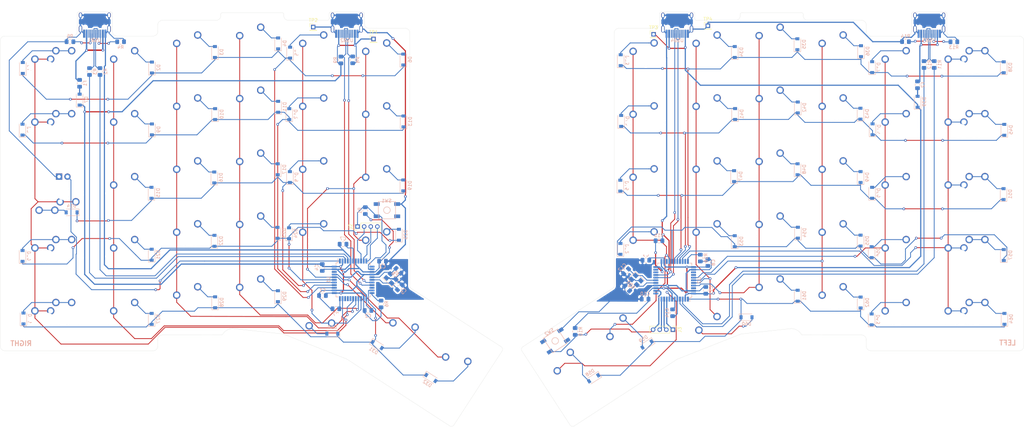
<source format=kicad_pcb>
(kicad_pcb (version 20171130) (host pcbnew 5.1.5)
  (layers (0 F.Cu signal) (31 B.Cu signal) (34 B.Paste user) (35 F.Paste user) (36 B.SilkS user) (37 F.SilkS user) (38 B.Mask user) (39 F.Mask user) (44 Edge.Cuts user))
  (net 0 "")
  (net 1 GND)
  (net 2 +5V)
  (net 3 "Net-(C5-Pad1)")
  (net 4 "Net-(C6-Pad1)")
  (net 5 "Net-(C7-Pad1)")
  (net 6 +5VA)
  (net 7 GNDA)
  (net 8 "Net-(C12-Pad1)")
  (net 9 "Net-(C13-Pad1)")
  (net 10 "Net-(C14-Pad1)")
  (net 11 Row0)
  (net 12 "Net-(D1-Pad2)")
  (net 13 "Net-(D2-Pad2)")
  (net 14 "Net-(D3-Pad2)")
  (net 15 "Net-(D4-Pad2)")
  (net 16 "Net-(D5-Pad2)")
  (net 17 "Net-(D6-Pad2)")
  (net 18 "Net-(D7-Pad2)")
  (net 19 Row1)
  (net 20 "Net-(D8-Pad2)")
  (net 21 "Net-(D9-Pad2)")
  (net 22 "Net-(D10-Pad2)")
  (net 23 "Net-(D11-Pad2)")
  (net 24 "Net-(D12-Pad2)")
  (net 25 Row2)
  (net 26 "Net-(D14-Pad2)")
  (net 27 "Net-(D15-Pad2)")
  (net 28 "Net-(D16-Pad2)")
  (net 29 "Net-(D17-Pad2)")
  (net 30 "Net-(D18-Pad2)")
  (net 31 "Net-(D19-Pad2)")
  (net 32 Row3)
  (net 33 "Net-(D20-Pad2)")
  (net 34 "Net-(D21-Pad2)")
  (net 35 "Net-(D22-Pad2)")
  (net 36 "Net-(D23-Pad2)")
  (net 37 "Net-(D24-Pad2)")
  (net 38 "Net-(D25-Pad2)")
  (net 39 Row4)
  (net 40 "Net-(D26-Pad2)")
  (net 41 "Net-(D27-Pad2)")
  (net 42 "Net-(D28-Pad2)")
  (net 43 "Net-(D29-Pad2)")
  (net 44 "Net-(D30-Pad2)")
  (net 45 "Net-(D31-Pad2)")
  (net 46 "Net-(D32-Pad2)")
  (net 47 "Net-(D33-Pad2)")
  (net 48 Row0_1)
  (net 49 "Net-(D34-Pad2)")
  (net 50 "Net-(D35-Pad2)")
  (net 51 "Net-(D36-Pad2)")
  (net 52 "Net-(D37-Pad2)")
  (net 53 "Net-(D38-Pad2)")
  (net 54 "Net-(D39-Pad2)")
  (net 55 Row1_1)
  (net 56 "Net-(D40-Pad2)")
  (net 57 "Net-(D41-Pad2)")
  (net 58 "Net-(D42-Pad2)")
  (net 59 "Net-(D43-Pad2)")
  (net 60 "Net-(D44-Pad2)")
  (net 61 Row2_1)
  (net 62 "Net-(D46-Pad2)")
  (net 63 "Net-(D47-Pad2)")
  (net 64 "Net-(D48-Pad2)")
  (net 65 "Net-(D49-Pad2)")
  (net 66 "Net-(D50-Pad2)")
  (net 67 "Net-(D51-Pad2)")
  (net 68 "Net-(D52-Pad2)")
  (net 69 Row3_1)
  (net 70 "Net-(D53-Pad2)")
  (net 71 "Net-(D54-Pad2)")
  (net 72 "Net-(D55-Pad2)")
  (net 73 "Net-(D56-Pad2)")
  (net 74 "Net-(D57-Pad2)")
  (net 75 "Net-(D58-Pad2)")
  (net 76 Row4_1)
  (net 77 "Net-(D59-Pad2)")
  (net 78 "Net-(D60-Pad2)")
  (net 79 "Net-(D61-Pad2)")
  (net 80 "Net-(D62-Pad2)")
  (net 81 "Net-(D63-Pad2)")
  (net 82 "Net-(D64-Pad2)")
  (net 83 MISO)
  (net 84 SCK)
  (net 85 MOSI)
  (net 86 RST)
  (net 87 RST_1)
  (net 88 MOSI_1)
  (net 89 SCK_1)
  (net 90 MISO_1)
  (net 91 Col0)
  (net 92 Col1)
  (net 93 Col2)
  (net 94 Col3)
  (net 95 Col4)
  (net 96 Col5)
  (net 97 Col6)
  (net 98 Col1_1)
  (net 99 Col2_1)
  (net 100 Col3_1)
  (net 101 Col4_1)
  (net 102 Col5_1)
  (net 103 Col6_1)
  (net 104 Col0_1)
  (net 105 "Net-(R3-Pad2)")
  (net 106 D+)
  (net 107 D-)
  (net 108 "Net-(R5-Pad1)")
  (net 109 "Net-(R7-Pad2)")
  (net 110 SCL)
  (net 111 SDA)
  (net 112 "Net-(R12-Pad2)")
  (net 113 "Net-(R14-Pad1)")
  (net 114 "Net-(R16-Pad2)")
  (net 115 "Net-(U2-Pad20)")
  (net 116 "Net-(U2-Pad42)")
  (net 117 SDA_1)
  (net 118 SCL_1)
  (net 119 "Net-(USB1-Pad9)")
  (net 120 "Net-(USB1-Pad3)")
  (net 121 "Net-(USB2-Pad3)")
  (net 122 "Net-(USB2-Pad10)")
  (net 123 "Net-(USB2-Pad4)")
  (net 124 "Net-(USB2-Pad9)")
  (net 125 "Net-(USB3-Pad9)")
  (net 126 "Net-(USB3-Pad3)")
  (net 127 "Net-(USB4-Pad3)")
  (net 128 "Net-(USB4-Pad10)")
  (net 129 "Net-(USB4-Pad4)")
  (net 130 "Net-(USB4-Pad9)")
  (net 131 CapsLED)
  (net 132 D1_+)
  (net 133 D1_-)
  (net 134 "Net-(D13-Pad2)")
  (net 135 "Net-(D45-Pad2)")
  (net 136 "Net-(F1-Pad2)")
  (net 137 "Net-(F2-Pad2)")
  (net 138 "Net-(R2-Pad2)")
  (net 139 "Net-(R4-Pad1)")
  (net 140 "Net-(R6-Pad2)")
  (net 141 "Net-(R11-Pad2)")
  (net 142 "Net-(R13-Pad1)")
  (net 143 "Net-(R15-Pad2)")
  (net 144 "Net-(U1-Pad8)")
  (net 145 "Net-(U1-Pad20)")
  (net 146 "Net-(U1-Pad29)")
  (net 147 "Net-(U1-Pad30)")
  (net 148 "Net-(U1-Pad31)")
  (net 149 "Net-(U1-Pad42)")
  (net 150 "Net-(U2-Pad37)")
  (net 151 "Net-(U2-Pad36)")
  (net 152 "Net-(U2-Pad32)")
  (net 153 "Net-(U2-Pad25)")
  (net 154 "Net-(U2-Pad21)")
  (net 155 "Net-(U2-Pad12)")
  (net 156 "Net-(U1-Pad12)")
  (module Package_QFP:TQFP-44_10x10mm_P0.8mm (layer B.Cu) (at 166.0525 139.954 270)
    (fp_text reference U1 (at 0 7.45 90) (layer B.SilkS) (effects (justify mirror)))
    (fp_text value ATmega32U4-MU)
    (pad 1 smd rect (at -5.7 4 270) (size 1.5 0.55) (layers B.Cu B.Paste B.Mask) (net 131 CapsLED))
    (pad 2 smd rect (at -5.7 3.2 270) (size 1.5 0.55) (layers B.Cu B.Paste B.Mask) (net 2 +5V))
    (pad 3 smd rect (at -5.7 2.4 270) (size 1.5 0.55) (layers B.Cu B.Paste B.Mask) (net 107 D-))
    (pad 4 smd rect (at -5.7 1.6 270) (size 1.5 0.55) (layers B.Cu B.Paste B.Mask) (net 106 D+))
    (pad 5 smd rect (at -5.7 0.8 270) (size 1.5 0.55) (layers B.Cu B.Paste B.Mask) (net 1 GND))
    (pad 6 smd rect (at -5.7 0 270) (size 1.5 0.55) (layers B.Cu B.Paste B.Mask) (net 5 "Net-(C7-Pad1)"))
    (pad 7 smd rect (at -5.7 -0.8 270) (size 1.5 0.55) (layers B.Cu B.Paste B.Mask) (net 2 +5V))
    (pad 8 smd rect (at -5.7 -1.6 270) (size 1.5 0.55) (layers B.Cu B.Paste B.Mask) (net 144 "Net-(U1-Pad8)"))
    (pad 9 smd rect (at -5.7 -2.4 270) (size 1.5 0.55) (layers B.Cu B.Paste B.Mask) (net 84 SCK))
    (pad 10 smd rect (at -5.7 -3.2 270) (size 1.5 0.55) (layers B.Cu B.Paste B.Mask) (net 85 MOSI))
    (pad 11 smd rect (at -5.7 -4 270) (size 1.5 0.55) (layers B.Cu B.Paste B.Mask) (net 83 MISO))
    (pad 12 smd rect (at -4 -5.7 180) (size 1.5 0.55) (layers B.Cu B.Paste B.Mask) (net 156 "Net-(U1-Pad12)"))
    (pad 13 smd rect (at -3.2 -5.7 180) (size 1.5 0.55) (layers B.Cu B.Paste B.Mask) (net 86 RST))
    (pad 14 smd rect (at -2.4 -5.7 180) (size 1.5 0.55) (layers B.Cu B.Paste B.Mask) (net 2 +5V))
    (pad 15 smd rect (at -1.6 -5.7 180) (size 1.5 0.55) (layers B.Cu B.Paste B.Mask) (net 1 GND))
    (pad 16 smd rect (at -0.8 -5.7 180) (size 1.5 0.55) (layers B.Cu B.Paste B.Mask) (net 4 "Net-(C6-Pad1)"))
    (pad 17 smd rect (at 0 -5.7 180) (size 1.5 0.55) (layers B.Cu B.Paste B.Mask) (net 3 "Net-(C5-Pad1)"))
    (pad 18 smd rect (at 0.8 -5.7 180) (size 1.5 0.55) (layers B.Cu B.Paste B.Mask) (net 110 SCL))
    (pad 19 smd rect (at 1.6 -5.7 180) (size 1.5 0.55) (layers B.Cu B.Paste B.Mask) (net 111 SDA))
    (pad 20 smd rect (at 2.4 -5.7 180) (size 1.5 0.55) (layers B.Cu B.Paste B.Mask) (net 145 "Net-(U1-Pad20)"))
    (pad 21 smd rect (at 3.2 -5.7 180) (size 1.5 0.55) (layers B.Cu B.Paste B.Mask) (net 39 Row4))
    (pad 22 smd rect (at 4 -5.7 180) (size 1.5 0.55) (layers B.Cu B.Paste B.Mask) (net 140 "Net-(R6-Pad2)"))
    (pad 23 smd rect (at 5.7 -4 270) (size 1.5 0.55) (layers B.Cu B.Paste B.Mask) (net 1 GND))
    (pad 24 smd rect (at 5.7 -3.2 270) (size 1.5 0.55) (layers B.Cu B.Paste B.Mask) (net 2 +5V))
    (pad 25 smd rect (at 5.7 -2.4 270) (size 1.5 0.55) (layers B.Cu B.Paste B.Mask) (net 95 Col4))
    (pad 26 smd rect (at 5.7 -1.6 270) (size 1.5 0.55) (layers B.Cu B.Paste B.Mask) (net 94 Col3))
    (pad 27 smd rect (at 5.7 -0.8 270) (size 1.5 0.55) (layers B.Cu B.Paste B.Mask) (net 93 Col2))
    (pad 28 smd rect (at 5.7 0 270) (size 1.5 0.55) (layers B.Cu B.Paste B.Mask) (net 92 Col1))
    (pad 29 smd rect (at 5.7 0.8 270) (size 1.5 0.55) (layers B.Cu B.Paste B.Mask) (net 146 "Net-(U1-Pad29)"))
    (pad 30 smd rect (at 5.7 1.6 270) (size 1.5 0.55) (layers B.Cu B.Paste B.Mask) (net 147 "Net-(U1-Pad30)"))
    (pad 31 smd rect (at 5.7 2.4 270) (size 1.5 0.55) (layers B.Cu B.Paste B.Mask) (net 148 "Net-(U1-Pad31)"))
    (pad 32 smd rect (at 5.7 3.2 270) (size 1.5 0.55) (layers B.Cu B.Paste B.Mask) (net 91 Col0))
    (pad 33 smd rect (at 5.7 4 270) (size 1.5 0.55) (layers B.Cu B.Paste B.Mask) (net 109 "Net-(R7-Pad2)"))
    (pad 34 smd rect (at 4 5.7 180) (size 1.5 0.55) (layers B.Cu B.Paste B.Mask) (net 2 +5V))
    (pad 35 smd rect (at 3.2 5.7 180) (size 1.5 0.55) (layers B.Cu B.Paste B.Mask) (net 1 GND))
    (pad 36 smd rect (at 2.4 5.7 180) (size 1.5 0.55) (layers B.Cu B.Paste B.Mask) (net 11 Row0))
    (pad 37 smd rect (at 1.6 5.7 180) (size 1.5 0.55) (layers B.Cu B.Paste B.Mask) (net 19 Row1))
    (pad 38 smd rect (at 0.8 5.7 180) (size 1.5 0.55) (layers B.Cu B.Paste B.Mask) (net 25 Row2))
    (pad 39 smd rect (at 0 5.7 180) (size 1.5 0.55) (layers B.Cu B.Paste B.Mask) (net 32 Row3))
    (pad 40 smd rect (at -0.8 5.7 180) (size 1.5 0.55) (layers B.Cu B.Paste B.Mask) (net 96 Col5))
    (pad 41 smd rect (at -1.6 5.7 180) (size 1.5 0.55) (layers B.Cu B.Paste B.Mask) (net 97 Col6))
    (pad 42 smd rect (at -2.4 5.7 180) (size 1.5 0.55) (layers B.Cu B.Paste B.Mask) (net 149 "Net-(U1-Pad42)"))
    (pad 43 smd rect (at -3.2 5.7 180) (size 1.5 0.55) (layers B.Cu B.Paste B.Mask) (net 1 GND))
    (pad 44 smd rect (at -4 5.7 180) (size 1.5 0.55) (layers B.Cu B.Paste B.Mask) (net 2 +5V))
  )
  (module Diode_SMD:D_SOD-123 (layer B.Cu) (at 105.2195 94.4245 90)
    (fp_text reference D9 (at 0 2 -90) (layer B.SilkS) (effects (justify mirror)))
    (fp_text value D_Small)
    (pad 1 smd rect (at -1.65 0 90) (size 0.9 1.2) (layers B.Cu B.Paste B.Mask) (net 19 Row1))
    (pad 2 smd rect (at 1.65 0 90) (size 0.9 1.2) (layers B.Cu B.Paste B.Mask) (net 21 "Net-(D9-Pad2)"))
  )
  (module Diode_SMD:D_SOD-123 (layer B.Cu) (at 181.2925 92.0115 90)
    (fp_text reference D13 (at 0 2 90) (layer B.SilkS) (effects (justify mirror)))
    (fp_text value D_Small)
    (pad 1 smd rect (at -1.65 0 90) (size 0.9 1.2) (layers B.Cu B.Paste B.Mask) (net 19 Row1))
    (pad 2 smd rect (at 1.65 0 90) (size 0.9 1.2) (layers B.Cu B.Paste B.Mask) (net 134 "Net-(D13-Pad2)"))
  )
  (module MX_Only:MXOnly-1U-NoLED (layer F.Cu) (at 135.5725 125.73)
    (fp_text reference MX22)
    (fp_text value MX-NoLED)
    (pad 2 thru_hole circle (at 2.54 -5.08) (size 2.25 2.25) (drill 1.47) (layers *.Cu B.Mask) (net 36 "Net-(D23-Pad2)"))
    (pad "" np_thru_hole circle (at 0 0) (size 3.9878 3.9878) (drill 3.9878) (layers *.Cu *.Mask))
    (pad 1 thru_hole circle (at -3.81 -2.54) (size 2.25 2.25) (drill 1.47) (layers *.Cu B.Mask) (net 94 Col3))
    (pad "" np_thru_hole circle (at -5.08 0 48.0996) (size 1.75 1.75) (drill 1.75) (layers *.Cu *.Mask))
    (pad "" np_thru_hole circle (at 5.08 0 48.0996) (size 1.75 1.75) (drill 1.75) (layers *.Cu *.Mask))
  )
  (module Diode_SMD:D_SOD-123 (layer B.Cu) (at 147.0025 71.1835 90)
    (fp_text reference D5 (at 0 2 270) (layer B.SilkS) (effects (justify mirror)))
    (fp_text value D_Small)
    (pad 1 smd rect (at -1.65 0 90) (size 0.9 1.2) (layers B.Cu B.Paste B.Mask) (net 11 Row0))
    (pad 2 smd rect (at 1.65 0 90) (size 0.9 1.2) (layers B.Cu B.Paste B.Mask) (net 16 "Net-(D5-Pad2)"))
  )
  (module Diode_SMD:D_SOD-123 (layer B.Cu) (at 146.7485 89.789 90)
    (fp_text reference D12 (at 0 2 -90) (layer B.SilkS) (effects (justify mirror)))
    (fp_text value D_Small)
    (pad 2 smd rect (at 1.65 0 90) (size 0.9 1.2) (layers B.Cu B.Paste B.Mask) (net 24 "Net-(D12-Pad2)"))
    (pad 1 smd rect (at -1.65 0 90) (size 0.9 1.2) (layers B.Cu B.Paste B.Mask) (net 19 Row1))
  )
  (module Diode_SMD:D_SOD-123 (layer B.Cu) (at 105.0925 113.6015 90)
    (fp_text reference D15 (at 0 2 270) (layer B.SilkS) (effects (justify mirror)))
    (fp_text value D_Small)
    (pad 2 smd rect (at 1.65 0 90) (size 0.9 1.2) (layers B.Cu B.Paste B.Mask) (net 27 "Net-(D15-Pad2)"))
    (pad 1 smd rect (at -1.65 0 90) (size 0.9 1.2) (layers B.Cu B.Paste B.Mask) (net 25 Row2))
  )
  (module MX_Only:MXOnly-1U-NoLED (layer F.Cu) (at 97.4725 151.892)
    (fp_text reference MX26)
    (fp_text value MX-NoLED)
    (pad 2 thru_hole circle (at 2.54 -5.08) (size 2.25 2.25) (drill 1.47) (layers *.Cu B.Mask) (net 41 "Net-(D27-Pad2)"))
    (pad "" np_thru_hole circle (at 0 0) (size 3.9878 3.9878) (drill 3.9878) (layers *.Cu *.Mask))
    (pad 1 thru_hole circle (at -3.81 -2.54) (size 2.25 2.25) (drill 1.47) (layers *.Cu B.Mask) (net 92 Col1))
    (pad "" np_thru_hole circle (at -5.08 0 48.0996) (size 1.75 1.75) (drill 1.75) (layers *.Cu *.Mask))
    (pad "" np_thru_hole circle (at 5.08 0 48.0996) (size 1.75 1.75) (drill 1.75) (layers *.Cu *.Mask))
  )
  (module Diode_SMD:D_SOD-123 (layer B.Cu) (at 66.1035 94.488 90)
    (fp_text reference D8 (at 0 2 -90) (layer B.SilkS) (effects (justify mirror)))
    (fp_text value D_Small)
    (pad 1 smd rect (at -1.65 0 90) (size 0.9 1.2) (layers B.Cu B.Paste B.Mask) (net 19 Row1))
    (pad 2 smd rect (at 1.65 0 90) (size 0.9 1.2) (layers B.Cu B.Paste B.Mask) (net 20 "Net-(D8-Pad2)"))
  )
  (module Diode_SMD:D_SOD-123 (layer B.Cu) (at 83.3755 85.4075 90)
    (fp_text reference D7 (at 0 2 270) (layer B.SilkS) (effects (justify mirror)))
    (fp_text value Schottky)
    (pad 2 smd rect (at 1.65 0 90) (size 0.9 1.2) (layers B.Cu B.Paste B.Mask) (net 18 "Net-(D7-Pad2)"))
    (pad 1 smd rect (at -1.65 0 90) (size 0.9 1.2) (layers B.Cu B.Paste B.Mask) (net 2 +5V))
  )
  (module Type-C:HRO-TYPE-C-31-M-12-HandSoldering (layer B.Cu) (at 164.1475 57.277)
    (fp_text reference USB2 (at 0 10.2) (layer B.SilkS) (effects (justify mirror)))
    (fp_text value HRO-TYPE-C-31-M-12)
    (pad 12 smd rect (at 3.225 8.195) (size 0.6 2.45) (layers B.Cu B.Paste B.Mask) (net 1 GND))
    (pad 1 smd rect (at -3.225 8.195) (size 0.6 2.45) (layers B.Cu B.Paste B.Mask) (net 1 GND))
    (pad 11 smd rect (at 2.45 8.195) (size 0.6 2.45) (layers B.Cu B.Paste B.Mask) (net 2 +5V))
    (pad 2 smd rect (at -2.45 8.195) (size 0.6 2.45) (layers B.Cu B.Paste B.Mask) (net 2 +5V))
    (pad 3 smd rect (at -1.75 8.195) (size 0.3 2.45) (layers B.Cu B.Paste B.Mask) (net 121 "Net-(USB2-Pad3)"))
    (pad 10 smd rect (at 1.75 8.195) (size 0.3 2.45) (layers B.Cu B.Paste B.Mask) (net 122 "Net-(USB2-Pad10)"))
    (pad 4 smd rect (at -1.25 8.195) (size 0.3 2.45) (layers B.Cu B.Paste B.Mask) (net 123 "Net-(USB2-Pad4)"))
    (pad 9 smd rect (at 1.25 8.195) (size 0.3 2.45) (layers B.Cu B.Paste B.Mask) (net 124 "Net-(USB2-Pad9)"))
    (pad 5 smd rect (at -0.75 8.195) (size 0.3 2.45) (layers B.Cu B.Paste B.Mask) (net 111 SDA))
    (pad 8 smd rect (at 0.75 8.195) (size 0.3 2.45) (layers B.Cu B.Paste B.Mask) (net 110 SCL))
    (pad 7 smd rect (at 0.25 8.195) (size 0.3 2.45) (layers B.Cu B.Paste B.Mask) (net 111 SDA))
    (pad 6 smd rect (at -0.25 8.195) (size 0.3 2.45) (layers B.Cu B.Paste B.Mask) (net 110 SCL))
    (pad "" np_thru_hole circle (at 2.89 6.25) (size 0.65 0.65) (drill 0.65) (layers *.Cu *.Mask))
    (pad "" np_thru_hole circle (at -2.89 6.25) (size 0.65 0.65) (drill 0.65) (layers *.Cu *.Mask))
    (pad 13 thru_hole oval (at -4.32 6.78) (size 1 2.1) (drill oval 0.6 1.7) (layers *.Cu F.Mask) (net 1 GND))
    (pad 13 thru_hole oval (at 4.32 6.78) (size 1 2.1) (drill oval 0.6 1.7) (layers *.Cu F.Mask) (net 1 GND))
    (pad 13 thru_hole oval (at -4.32 2.6) (size 1 1.6) (drill oval 0.6 1.2) (layers *.Cu F.Mask) (net 1 GND))
    (pad 13 thru_hole oval (at 4.32 2.6) (size 1 1.6) (drill oval 0.6 1.2) (layers *.Cu F.Mask) (net 1 GND))
  )
  (module MX_Only:MXOnly-1U-NoLED (layer F.Cu) (at 154.6225 70.9295)
    (fp_text reference MX5)
    (fp_text value MX-NoLED)
    (pad 2 thru_hole circle (at 2.54 -5.08) (size 2.25 2.25) (drill 1.47) (layers *.Cu B.Mask) (net 16 "Net-(D5-Pad2)"))
    (pad "" np_thru_hole circle (at 0 0) (size 3.9878 3.9878) (drill 3.9878) (layers *.Cu *.Mask))
    (pad 1 thru_hole circle (at -3.81 -2.54) (size 2.25 2.25) (drill 1.47) (layers *.Cu B.Mask) (net 95 Col4))
    (pad "" np_thru_hole circle (at -5.08 0 48.0996) (size 1.75 1.75) (drill 1.75) (layers *.Cu *.Mask))
    (pad "" np_thru_hole circle (at 5.08 0 48.0996) (size 1.75 1.75) (drill 1.75) (layers *.Cu *.Mask))
  )
  (module Diode_SMD:D_SOD-123 (layer B.Cu) (at 146.939 108.839 90)
    (fp_text reference D18 (at 0 2 270) (layer B.SilkS) (effects (justify mirror)))
    (fp_text value D_Small)
    (pad 2 smd rect (at 1.65 0 90) (size 0.9 1.2) (layers B.Cu B.Paste B.Mask) (net 30 "Net-(D18-Pad2)"))
    (pad 1 smd rect (at -1.65 0 90) (size 0.9 1.2) (layers B.Cu B.Paste B.Mask) (net 25 Row2))
  )
  (module Diode_SMD:D_SOD-123 (layer B.Cu) (at 181.229 111.379 90)
    (fp_text reference D19 (at 0 2 270) (layer B.SilkS) (effects (justify mirror)))
    (fp_text value D_Small)
    (pad 2 smd rect (at 1.65 0 90) (size 0.9 1.2) (layers B.Cu B.Paste B.Mask) (net 31 "Net-(D19-Pad2)"))
    (pad 1 smd rect (at -1.65 0 90) (size 0.9 1.2) (layers B.Cu B.Paste B.Mask) (net 25 Row2))
  )
  (module Type-C:HRO-TYPE-C-31-M-12-HandSoldering (layer B.Cu) (at 87.9475 57.2516)
    (fp_text reference USB1 (at 0 10.2) (layer B.SilkS) (effects (justify mirror)))
    (fp_text value HRO-TYPE-C-31-M-12)
    (pad 12 smd rect (at 3.225 8.195) (size 0.6 2.45) (layers B.Cu B.Paste B.Mask) (net 1 GND))
    (pad 1 smd rect (at -3.225 8.195) (size 0.6 2.45) (layers B.Cu B.Paste B.Mask) (net 1 GND))
    (pad 11 smd rect (at 2.45 8.195) (size 0.6 2.45) (layers B.Cu B.Paste B.Mask) (net 136 "Net-(F1-Pad2)"))
    (pad 2 smd rect (at -2.45 8.195) (size 0.6 2.45) (layers B.Cu B.Paste B.Mask) (net 136 "Net-(F1-Pad2)"))
    (pad 3 smd rect (at -1.75 8.195) (size 0.3 2.45) (layers B.Cu B.Paste B.Mask) (net 120 "Net-(USB1-Pad3)"))
    (pad 10 smd rect (at 1.75 8.195) (size 0.3 2.45) (layers B.Cu B.Paste B.Mask) (net 139 "Net-(R4-Pad1)"))
    (pad 4 smd rect (at -1.25 8.195) (size 0.3 2.45) (layers B.Cu B.Paste B.Mask) (net 108 "Net-(R5-Pad1)"))
    (pad 9 smd rect (at 1.25 8.195) (size 0.3 2.45) (layers B.Cu B.Paste B.Mask) (net 119 "Net-(USB1-Pad9)"))
    (pad 5 smd rect (at -0.75 8.195) (size 0.3 2.45) (layers B.Cu B.Paste B.Mask) (net 105 "Net-(R3-Pad2)"))
    (pad 8 smd rect (at 0.75 8.195) (size 0.3 2.45) (layers B.Cu B.Paste B.Mask) (net 138 "Net-(R2-Pad2)"))
    (pad 7 smd rect (at 0.25 8.195) (size 0.3 2.45) (layers B.Cu B.Paste B.Mask) (net 105 "Net-(R3-Pad2)"))
    (pad 6 smd rect (at -0.25 8.195) (size 0.3 2.45) (layers B.Cu B.Paste B.Mask) (net 138 "Net-(R2-Pad2)"))
    (pad "" np_thru_hole circle (at 2.89 6.25) (size 0.65 0.65) (drill 0.65) (layers *.Cu *.Mask))
    (pad "" np_thru_hole circle (at -2.89 6.25) (size 0.65 0.65) (drill 0.65) (layers *.Cu *.Mask))
    (pad 13 thru_hole oval (at -4.32 6.78) (size 1 2.1) (drill oval 0.6 1.7) (layers *.Cu F.Mask) (net 1 GND))
    (pad 13 thru_hole oval (at 4.32 6.78) (size 1 2.1) (drill oval 0.6 1.7) (layers *.Cu F.Mask) (net 1 GND))
    (pad 13 thru_hole oval (at -4.32 2.6) (size 1 1.6) (drill oval 0.6 1.2) (layers *.Cu F.Mask) (net 1 GND))
    (pad 13 thru_hole oval (at 4.32 2.6) (size 1 1.6) (drill oval 0.6 1.2) (layers *.Cu F.Mask) (net 1 GND))
  )
  (module Diode_SMD:D_SOD-123 (layer B.Cu) (at 124.1425 128.142 90)
    (fp_text reference D22 (at 0 2 270) (layer B.SilkS) (effects (justify mirror)))
    (fp_text value D_Small)
    (pad 1 smd rect (at -1.65 0 90) (size 0.9 1.2) (layers B.Cu B.Paste B.Mask) (net 32 Row3))
    (pad 2 smd rect (at 1.65 0 90) (size 0.9 1.2) (layers B.Cu B.Paste B.Mask) (net 35 "Net-(D22-Pad2)"))
  )
  (module Diode_SMD:D_SOD-123 (layer B.Cu) (at 66.1924 75.819 90)
    (fp_text reference D1 (at 0 2 270) (layer B.SilkS) (effects (justify mirror)))
    (fp_text value D_Small)
    (pad 1 smd rect (at -1.65 0 90) (size 0.9 1.2) (layers B.Cu B.Paste B.Mask) (net 11 Row0))
    (pad 2 smd rect (at 1.65 0 90) (size 0.9 1.2) (layers B.Cu B.Paste B.Mask) (net 12 "Net-(D1-Pad2)"))
  )
  (module MX_Only:MXOnly-1.5U-NoLED (layer F.Cu) (at 73.66 113.792 180)
    (fp_text reference MX13)
    (fp_text value MX-NoLED)
    (pad "" np_thru_hole circle (at 5.08 0 228.0996) (size 1.75 1.75) (drill 1.75) (layers *.Cu *.Mask))
    (pad "" np_thru_hole circle (at -5.08 0 228.0996) (size 1.75 1.75) (drill 1.75) (layers *.Cu *.Mask))
    (pad 1 thru_hole circle (at -3.81 -2.54 180) (size 2.25 2.25) (drill 1.47) (layers *.Cu B.Mask) (net 91 Col0))
    (pad "" np_thru_hole circle (at 0 0 180) (size 3.9878 3.9878) (drill 3.9878) (layers *.Cu *.Mask))
    (pad 2 thru_hole circle (at 2.54 -5.08 180) (size 2.25 2.25) (drill 1.47) (layers *.Cu B.Mask) (net 26 "Net-(D14-Pad2)"))
  )
  (module Diode_SMD:D_SOD-123 (layer B.Cu) (at 159.766 156.2608 180)
    (fp_text reference D30 (at 0 2 180) (layer B.SilkS) (effects (justify mirror)))
    (fp_text value D_Small)
    (pad 1 smd rect (at -1.65 0 180) (size 0.9 1.2) (layers B.Cu B.Paste B.Mask) (net 39 Row4))
    (pad 2 smd rect (at 1.65 0 180) (size 0.9 1.2) (layers B.Cu B.Paste B.Mask) (net 44 "Net-(D30-Pad2)"))
  )
  (module Resistor_SMD:R_0805_2012Metric_Pad1.15x1.40mm_HandSolder (layer B.Cu) (at 169.7355 118.999 270)
    (fp_text reference R1 (at 0 1.65 90) (layer B.SilkS) (effects (justify mirror)))
    (fp_text value 10k)
    (pad 2 smd roundrect (at 1.025 0 270) (size 1.15 1.4) (layers B.Cu B.Paste B.Mask) (roundrect_rratio 0.217391) (net 2 +5V))
    (pad 1 smd roundrect (at -1.025 0 270) (size 1.15 1.4) (layers B.Cu B.Paste B.Mask) (roundrect_rratio 0.217391) (net 86 RST))
  )
  (module Diode_SMD:D_SOD-123 (layer B.Cu) (at 124.333 89.789 90)
    (fp_text reference D10 (at 0 2 -90) (layer B.SilkS) (effects (justify mirror)))
    (fp_text value D_Small)
    (pad 2 smd rect (at 1.65 0 90) (size 0.9 1.2) (layers B.Cu B.Paste B.Mask) (net 22 "Net-(D10-Pad2)"))
    (pad 1 smd rect (at -1.65 0 90) (size 0.9 1.2) (layers B.Cu B.Paste B.Mask) (net 19 Row1))
  )
  (module Diode_SMD:D_SOD-123 (layer B.Cu) (at 181.229 73.278 90)
    (fp_text reference D6 (at 0 2 270) (layer B.SilkS) (effects (justify mirror)))
    (fp_text value D_Small)
    (pad 2 smd rect (at 1.65 0 90) (size 0.9 1.2) (layers B.Cu B.Paste B.Mask) (net 17 "Net-(D6-Pad2)"))
    (pad 1 smd rect (at -1.65 0 90) (size 0.9 1.2) (layers B.Cu B.Paste B.Mask) (net 11 Row0))
  )
  (module Diode_SMD:D_SOD-123 (layer B.Cu) (at 80.9488 119.5324 180)
    (fp_text reference D14 (at 0 2 180) (layer B.SilkS) (effects (justify mirror)))
    (fp_text value D_Small)
    (pad 1 smd rect (at -1.65 0 180) (size 0.9 1.2) (layers B.Cu B.Paste B.Mask) (net 25 Row2))
    (pad 2 smd rect (at 1.65 0 180) (size 0.9 1.2) (layers B.Cu B.Paste B.Mask) (net 26 "Net-(D14-Pad2)"))
  )
  (module MX_Only:MXOnly-1U-NoLED (layer F.Cu) (at 173.6725 73.3425)
    (fp_text reference MX6)
    (fp_text value MX-NoLED)
    (pad "" np_thru_hole circle (at 5.08 0 48.0996) (size 1.75 1.75) (drill 1.75) (layers *.Cu *.Mask))
    (pad "" np_thru_hole circle (at -5.08 0 48.0996) (size 1.75 1.75) (drill 1.75) (layers *.Cu *.Mask))
    (pad 1 thru_hole circle (at -3.81 -2.54) (size 2.25 2.25) (drill 1.47) (layers *.Cu B.Mask) (net 96 Col5))
    (pad "" np_thru_hole circle (at 0 0) (size 3.9878 3.9878) (drill 3.9878) (layers *.Cu *.Mask))
    (pad 2 thru_hole circle (at 2.54 -5.08) (size 2.25 2.25) (drill 1.47) (layers *.Cu B.Mask) (net 17 "Net-(D6-Pad2)"))
  )
  (module MX_Only:MXOnly-1U-NoLED (layer F.Cu) (at 154.6225 128.0795)
    (fp_text reference MX23)
    (fp_text value MX-NoLED)
    (pad "" np_thru_hole circle (at 5.08 0 48.0996) (size 1.75 1.75) (drill 1.75) (layers *.Cu *.Mask))
    (pad "" np_thru_hole circle (at -5.08 0 48.0996) (size 1.75 1.75) (drill 1.75) (layers *.Cu *.Mask))
    (pad 1 thru_hole circle (at -3.81 -2.54) (size 2.25 2.25) (drill 1.47) (layers *.Cu B.Mask) (net 95 Col4))
    (pad "" np_thru_hole circle (at 0 0) (size 3.9878 3.9878) (drill 3.9878) (layers *.Cu *.Mask))
    (pad 2 thru_hole circle (at 2.54 -5.08) (size 2.25 2.25) (drill 1.47) (layers *.Cu B.Mask) (net 37 "Net-(D24-Pad2)"))
  )
  (module Diode_SMD:D_SOD-123 (layer B.Cu) (at 66.3956 151.638 90)
    (fp_text reference D26 (at 0 2 270) (layer B.SilkS) (effects (justify mirror)))
    (fp_text value D_Small)
    (pad 1 smd rect (at -1.65 0 90) (size 0.9 1.2) (layers B.Cu B.Paste B.Mask) (net 39 Row4))
    (pad 2 smd rect (at 1.65 0 90) (size 0.9 1.2) (layers B.Cu B.Paste B.Mask) (net 40 "Net-(D26-Pad2)"))
  )
  (module Diode_SMD:D_SOD-123 (layer B.Cu) (at 105.156 151.764 90)
    (fp_text reference D27 (at 0 2 270) (layer B.SilkS) (effects (justify mirror)))
    (fp_text value D_Small)
    (pad 2 smd rect (at 1.65 0 90) (size 0.9 1.2) (layers B.Cu B.Paste B.Mask) (net 41 "Net-(D27-Pad2)"))
    (pad 1 smd rect (at -1.65 0 90) (size 0.9 1.2) (layers B.Cu B.Paste B.Mask) (net 39 Row4))
  )
  (module Diode_SMD:D_SOD-123 (layer B.Cu) (at 124.333 146.7485 90)
    (fp_text reference D28 (at 0 2 270) (layer B.SilkS) (effects (justify mirror)))
    (fp_text value D_Small)
    (pad 1 smd rect (at -1.65 0 90) (size 0.9 1.2) (layers B.Cu B.Paste B.Mask) (net 39 Row4))
    (pad 2 smd rect (at 1.65 0 90) (size 0.9 1.2) (layers B.Cu B.Paste B.Mask) (net 42 "Net-(D28-Pad2)"))
  )
  (module Diode_SMD:D_SOD-123 (layer B.Cu) (at 143.3195 144.907 90)
    (fp_text reference D29 (at 0 2 270) (layer B.SilkS) (effects (justify mirror)))
    (fp_text value D_Small)
    (pad 2 smd rect (at 1.65 0 90) (size 0.9 1.2) (layers B.Cu B.Paste B.Mask) (net 43 "Net-(D29-Pad2)"))
    (pad 1 smd rect (at -1.65 0 90) (size 0.9 1.2) (layers B.Cu B.Paste B.Mask) (net 39 Row4))
  )
  (module MX_Only:MXOnly-1U-NoLED (layer F.Cu) (at 78.4225 94.742)
    (fp_text reference MX64)
    (fp_text value MX-NoLED)
    (pad "" np_thru_hole circle (at 5.08 0 48.0996) (size 1.75 1.75) (drill 1.75) (layers *.Cu *.Mask))
    (pad "" np_thru_hole circle (at -5.08 0 48.0996) (size 1.75 1.75) (drill 1.75) (layers *.Cu *.Mask))
    (pad 1 thru_hole circle (at -3.81 -2.54) (size 2.25 2.25) (drill 1.47) (layers *.Cu B.Mask) (net 91 Col0))
    (pad "" np_thru_hole circle (at 0 0) (size 3.9878 3.9878) (drill 3.9878) (layers *.Cu *.Mask))
    (pad 2 thru_hole circle (at 2.54 -5.08) (size 2.25 2.25) (drill 1.47) (layers *.Cu B.Mask) (net 20 "Net-(D8-Pad2)"))
  )
  (module Diode_SMD:D_SOD-123 (layer B.Cu) (at 173.3296 159.7152 327)
    (fp_text reference D31 (at 0 2 147) (layer B.SilkS) (effects (justify mirror)))
    (fp_text value D_Small)
    (pad 2 smd rect (at 1.65 0 327) (size 0.9 1.2) (layers B.Cu B.Paste B.Mask) (net 45 "Net-(D31-Pad2)"))
    (pad 1 smd rect (at -1.65 0 327) (size 0.9 1.2) (layers B.Cu B.Paste B.Mask) (net 39 Row4))
  )
  (module Diode_SMD:D_SOD-123 (layer B.Cu) (at 189.560694 169.662346 327)
    (fp_text reference D32 (at 0 2 327) (layer B.SilkS) (effects (justify mirror)))
    (fp_text value D_Small)
    (pad 1 smd rect (at -1.65 0 327) (size 0.9 1.2) (layers B.Cu B.Paste B.Mask) (net 39 Row4))
    (pad 2 smd rect (at 1.65 0 327) (size 0.9 1.2) (layers B.Cu B.Paste B.Mask) (net 46 "Net-(D32-Pad2)"))
  )
  (module Resistor_SMD:R_0805_2012Metric_Pad1.15x1.40mm_HandSolder (layer B.Cu) (at 89.535 76.8985 90)
    (fp_text reference R2 (at 0 1.65 90) (layer B.SilkS) (effects (justify mirror)))
    (fp_text value 22)
    (pad 2 smd roundrect (at 1.025 0 90) (size 1.15 1.4) (layers B.Cu B.Paste B.Mask) (roundrect_rratio 0.217391) (net 138 "Net-(R2-Pad2)"))
    (pad 1 smd roundrect (at -1.025 0 90) (size 1.15 1.4) (layers B.Cu B.Paste B.Mask) (roundrect_rratio 0.217391) (net 106 D+))
  )
  (module Resistor_SMD:R_0805_2012Metric_Pad1.15x1.40mm_HandSolder (layer B.Cu) (at 86.36 76.8985 90)
    (fp_text reference R3 (at 0 1.65 90) (layer B.SilkS) (effects (justify mirror)))
    (fp_text value 22)
    (pad 2 smd roundrect (at 1.025 0 90) (size 1.15 1.4) (layers B.Cu B.Paste B.Mask) (roundrect_rratio 0.217391) (net 105 "Net-(R3-Pad2)"))
    (pad 1 smd roundrect (at -1.025 0 90) (size 1.15 1.4) (layers B.Cu B.Paste B.Mask) (roundrect_rratio 0.217391) (net 107 D-))
  )
  (module Resistor_SMD:R_0805_2012Metric_Pad1.15x1.40mm_HandSolder (layer B.Cu) (at 95.758 67.8815)
    (fp_text reference R4 (at 0 1.65) (layer B.SilkS) (effects (justify mirror)))
    (fp_text value 5.1k)
    (pad 1 smd roundrect (at -1.025 0) (size 1.15 1.4) (layers B.Cu B.Paste B.Mask) (roundrect_rratio 0.217391) (net 139 "Net-(R4-Pad1)"))
    (pad 2 smd roundrect (at 1.025 0) (size 1.15 1.4) (layers B.Cu B.Paste B.Mask) (roundrect_rratio 0.217391) (net 1 GND))
  )
  (module Resistor_SMD:R_0805_2012Metric_Pad1.15x1.40mm_HandSolder (layer B.Cu) (at 80.4545 67.8815 180)
    (fp_text reference R5 (at 0 1.65) (layer B.SilkS) (effects (justify mirror)))
    (fp_text value 5.1k)
    (pad 1 smd roundrect (at -1.025 0 180) (size 1.15 1.4) (layers B.Cu B.Paste B.Mask) (roundrect_rratio 0.217391) (net 108 "Net-(R5-Pad1)"))
    (pad 2 smd roundrect (at 1.025 0 180) (size 1.15 1.4) (layers B.Cu B.Paste B.Mask) (roundrect_rratio 0.217391) (net 1 GND))
  )
  (module Resistor_SMD:R_0805_2012Metric_Pad1.15x1.40mm_HandSolder (layer B.Cu) (at 174.498 147.2565 90)
    (fp_text reference R6 (at 0 1.65 90) (layer B.SilkS) (effects (justify mirror)))
    (fp_text value 10k)
    (pad 2 smd roundrect (at 1.025 0 90) (size 1.15 1.4) (layers B.Cu B.Paste B.Mask) (roundrect_rratio 0.217391) (net 140 "Net-(R6-Pad2)"))
    (pad 1 smd roundrect (at -1.025 0 90) (size 1.15 1.4) (layers B.Cu B.Paste B.Mask) (roundrect_rratio 0.217391) (net 2 +5V))
  )
  (module Resistor_SMD:R_0805_2012Metric_Pad1.15x1.40mm_HandSolder (layer B.Cu) (at 160.8455 148.717)
    (fp_text reference R7 (at 0 1.65) (layer B.SilkS) (effects (justify mirror)))
    (fp_text value 10k)
    (pad 1 smd roundrect (at -1.025 0) (size 1.15 1.4) (layers B.Cu B.Paste B.Mask) (roundrect_rratio 0.217391) (net 1 GND))
    (pad 2 smd roundrect (at 1.025 0) (size 1.15 1.4) (layers B.Cu B.Paste B.Mask) (roundrect_rratio 0.217391) (net 109 "Net-(R7-Pad2)"))
  )
  (module Resistor_SMD:R_0805_2012Metric_Pad1.15x1.40mm_HandSolder (layer B.Cu) (at 165.9128 73.3679 90)
    (fp_text reference R8 (at 0 1.65 90) (layer B.SilkS) (effects (justify mirror)))
    (fp_text value 4.7k)
    (pad 1 smd roundrect (at -1.025 0 90) (size 1.15 1.4) (layers B.Cu B.Paste B.Mask) (roundrect_rratio 0.217391) (net 2 +5V))
    (pad 2 smd roundrect (at 1.025 0 90) (size 1.15 1.4) (layers B.Cu B.Paste B.Mask) (roundrect_rratio 0.217391) (net 110 SCL))
  )
  (module Resistor_SMD:R_0805_2012Metric_Pad1.15x1.40mm_HandSolder (layer B.Cu) (at 162.3568 73.406 270)
    (fp_text reference R9 (at 0 1.65 90) (layer B.SilkS) (effects (justify mirror)))
    (fp_text value 4.7k)
    (pad 1 smd roundrect (at -1.025 0 270) (size 1.15 1.4) (layers B.Cu B.Paste B.Mask) (roundrect_rratio 0.217391) (net 111 SDA))
    (pad 2 smd roundrect (at 1.025 0 270) (size 1.15 1.4) (layers B.Cu B.Paste B.Mask) (roundrect_rratio 0.217391) (net 2 +5V))
  )
  (module MX_Only:MXOnly-1U-NoLED (layer F.Cu) (at 116.5225 70.9295)
    (fp_text reference MX3)
    (fp_text value MX-NoLED)
    (pad 2 thru_hole circle (at 2.54 -5.08) (size 2.25 2.25) (drill 1.47) (layers *.Cu B.Mask) (net 14 "Net-(D3-Pad2)"))
    (pad "" np_thru_hole circle (at 0 0) (size 3.9878 3.9878) (drill 3.9878) (layers *.Cu *.Mask))
    (pad 1 thru_hole circle (at -3.81 -2.54) (size 2.25 2.25) (drill 1.47) (layers *.Cu B.Mask) (net 93 Col2))
    (pad "" np_thru_hole circle (at -5.08 0 48.0996) (size 1.75 1.75) (drill 1.75) (layers *.Cu *.Mask))
    (pad "" np_thru_hole circle (at 5.08 0 48.0996) (size 1.75 1.75) (drill 1.75) (layers *.Cu *.Mask))
  )
  (module MX_Only:MXOnly-1U-NoLED (layer F.Cu) (at 135.5725 68.58)
    (fp_text reference MX4)
    (fp_text value MX-NoLED)
    (pad "" np_thru_hole circle (at 5.08 0 48.0996) (size 1.75 1.75) (drill 1.75) (layers *.Cu *.Mask))
    (pad "" np_thru_hole circle (at -5.08 0 48.0996) (size 1.75 1.75) (drill 1.75) (layers *.Cu *.Mask))
    (pad 1 thru_hole circle (at -3.81 -2.54) (size 2.25 2.25) (drill 1.47) (layers *.Cu B.Mask) (net 94 Col3))
    (pad "" np_thru_hole circle (at 0 0) (size 3.9878 3.9878) (drill 3.9878) (layers *.Cu *.Mask))
    (pad 2 thru_hole circle (at 2.54 -5.08) (size 2.25 2.25) (drill 1.47) (layers *.Cu B.Mask) (net 15 "Net-(D4-Pad2)"))
  )
  (module MX_Only:MXOnly-1U-NoLED (layer F.Cu) (at 97.4725 94.742)
    (fp_text reference MX8)
    (fp_text value MX-NoLED)
    (pad "" np_thru_hole circle (at 5.08 0 48.0996) (size 1.75 1.75) (drill 1.75) (layers *.Cu *.Mask))
    (pad "" np_thru_hole circle (at -5.08 0 48.0996) (size 1.75 1.75) (drill 1.75) (layers *.Cu *.Mask))
    (pad 1 thru_hole circle (at -3.81 -2.54) (size 2.25 2.25) (drill 1.47) (layers *.Cu B.Mask) (net 92 Col1))
    (pad "" np_thru_hole circle (at 0 0) (size 3.9878 3.9878) (drill 3.9878) (layers *.Cu *.Mask))
    (pad 2 thru_hole circle (at 2.54 -5.08) (size 2.25 2.25) (drill 1.47) (layers *.Cu B.Mask) (net 21 "Net-(D9-Pad2)"))
  )
  (module MX_Only:MXOnly-1U-NoLED (layer F.Cu) (at 135.5725 87.63)
    (fp_text reference MX10)
    (fp_text value MX-NoLED)
    (pad "" np_thru_hole circle (at 5.08 0 48.0996) (size 1.75 1.75) (drill 1.75) (layers *.Cu *.Mask))
    (pad "" np_thru_hole circle (at -5.08 0 48.0996) (size 1.75 1.75) (drill 1.75) (layers *.Cu *.Mask))
    (pad 1 thru_hole circle (at -3.81 -2.54) (size 2.25 2.25) (drill 1.47) (layers *.Cu B.Mask) (net 94 Col3))
    (pad "" np_thru_hole circle (at 0 0) (size 3.9878 3.9878) (drill 3.9878) (layers *.Cu *.Mask))
    (pad 2 thru_hole circle (at 2.54 -5.08) (size 2.25 2.25) (drill 1.47) (layers *.Cu B.Mask) (net 23 "Net-(D11-Pad2)"))
  )
  (module MX_Only:MXOnly-1U-NoLED (layer F.Cu) (at 154.6225 89.9795)
    (fp_text reference MX11)
    (fp_text value MX-NoLED)
    (pad 2 thru_hole circle (at 2.54 -5.08) (size 2.25 2.25) (drill 1.47) (layers *.Cu B.Mask) (net 24 "Net-(D12-Pad2)"))
    (pad "" np_thru_hole circle (at 0 0) (size 3.9878 3.9878) (drill 3.9878) (layers *.Cu *.Mask))
    (pad 1 thru_hole circle (at -3.81 -2.54) (size 2.25 2.25) (drill 1.47) (layers *.Cu B.Mask) (net 95 Col4))
    (pad "" np_thru_hole circle (at -5.08 0 48.0996) (size 1.75 1.75) (drill 1.75) (layers *.Cu *.Mask))
    (pad "" np_thru_hole circle (at 5.08 0 48.0996) (size 1.75 1.75) (drill 1.75) (layers *.Cu *.Mask))
  )
  (module MX_Only:MXOnly-1U-NoLED (layer F.Cu) (at 173.6725 92.3925)
    (fp_text reference MX12)
    (fp_text value MX-NoLED)
    (pad 2 thru_hole circle (at 2.54 -5.08) (size 2.25 2.25) (drill 1.47) (layers *.Cu B.Mask) (net 134 "Net-(D13-Pad2)"))
    (pad "" np_thru_hole circle (at 0 0) (size 3.9878 3.9878) (drill 3.9878) (layers *.Cu *.Mask))
    (pad 1 thru_hole circle (at -3.81 -2.54) (size 2.25 2.25) (drill 1.47) (layers *.Cu B.Mask) (net 96 Col5))
    (pad "" np_thru_hole circle (at -5.08 0 48.0996) (size 1.75 1.75) (drill 1.75) (layers *.Cu *.Mask))
    (pad "" np_thru_hole circle (at 5.08 0 48.0996) (size 1.75 1.75) (drill 1.75) (layers *.Cu *.Mask))
  )
  (module MX_Only:MXOnly-1U-NoLED (layer F.Cu) (at 97.4725 113.792)
    (fp_text reference MX14)
    (fp_text value MX-NoLED)
    (pad 2 thru_hole circle (at 2.54 -5.08) (size 2.25 2.25) (drill 1.47) (layers *.Cu B.Mask) (net 27 "Net-(D15-Pad2)"))
    (pad "" np_thru_hole circle (at 0 0) (size 3.9878 3.9878) (drill 3.9878) (layers *.Cu *.Mask))
    (pad 1 thru_hole circle (at -3.81 -2.54) (size 2.25 2.25) (drill 1.47) (layers *.Cu B.Mask) (net 92 Col1))
    (pad "" np_thru_hole circle (at -5.08 0 48.0996) (size 1.75 1.75) (drill 1.75) (layers *.Cu *.Mask))
    (pad "" np_thru_hole circle (at 5.08 0 48.0996) (size 1.75 1.75) (drill 1.75) (layers *.Cu *.Mask))
  )
  (module MX_Only:MXOnly-1U-NoLED (layer F.Cu) (at 154.6225 109.0295)
    (fp_text reference MX17)
    (fp_text value MX-NoLED)
    (pad "" np_thru_hole circle (at 5.08 0 48.0996) (size 1.75 1.75) (drill 1.75) (layers *.Cu *.Mask))
    (pad "" np_thru_hole circle (at -5.08 0 48.0996) (size 1.75 1.75) (drill 1.75) (layers *.Cu *.Mask))
    (pad 1 thru_hole circle (at -3.81 -2.54) (size 2.25 2.25) (drill 1.47) (layers *.Cu B.Mask) (net 95 Col4))
    (pad "" np_thru_hole circle (at 0 0) (size 3.9878 3.9878) (drill 3.9878) (layers *.Cu *.Mask))
    (pad 2 thru_hole circle (at 2.54 -5.08) (size 2.25 2.25) (drill 1.47) (layers *.Cu B.Mask) (net 30 "Net-(D18-Pad2)"))
  )
  (module MX_Only:MXOnly-1U-NoLED (layer F.Cu) (at 173.6725 111.4425)
    (fp_text reference MX18)
    (fp_text value MX-NoLED)
    (pad 2 thru_hole circle (at 2.54 -5.08) (size 2.25 2.25) (drill 1.47) (layers *.Cu B.Mask) (net 31 "Net-(D19-Pad2)"))
    (pad "" np_thru_hole circle (at 0 0) (size 3.9878 3.9878) (drill 3.9878) (layers *.Cu *.Mask))
    (pad 1 thru_hole circle (at -3.81 -2.54) (size 2.25 2.25) (drill 1.47) (layers *.Cu B.Mask) (net 96 Col5))
    (pad "" np_thru_hole circle (at -5.08 0 48.0996) (size 1.75 1.75) (drill 1.75) (layers *.Cu *.Mask))
    (pad "" np_thru_hole circle (at 5.08 0 48.0996) (size 1.75 1.75) (drill 1.75) (layers *.Cu *.Mask))
  )
  (module MX_Only:MXOnly-1U-NoLED (layer F.Cu) (at 97.4725 132.842)
    (fp_text reference MX20)
    (fp_text value MX-NoLED)
    (pad 2 thru_hole circle (at 2.54 -5.08) (size 2.25 2.25) (drill 1.47) (layers *.Cu B.Mask) (net 34 "Net-(D21-Pad2)"))
    (pad "" np_thru_hole circle (at 0 0) (size 3.9878 3.9878) (drill 3.9878) (layers *.Cu *.Mask))
    (pad 1 thru_hole circle (at -3.81 -2.54) (size 2.25 2.25) (drill 1.47) (layers *.Cu B.Mask) (net 92 Col1))
    (pad "" np_thru_hole circle (at -5.08 0 48.0996) (size 1.75 1.75) (drill 1.75) (layers *.Cu *.Mask))
    (pad "" np_thru_hole circle (at 5.08 0 48.0996) (size 1.75 1.75) (drill 1.75) (layers *.Cu *.Mask))
  )
  (module MX_Only:MXOnly-1U-NoLED (layer F.Cu) (at 116.5225 128.0795)
    (fp_text reference MX21)
    (fp_text value MX-NoLED)
    (pad "" np_thru_hole circle (at 5.08 0 48.0996) (size 1.75 1.75) (drill 1.75) (layers *.Cu *.Mask))
    (pad "" np_thru_hole circle (at -5.08 0 48.0996) (size 1.75 1.75) (drill 1.75) (layers *.Cu *.Mask))
    (pad 1 thru_hole circle (at -3.81 -2.54) (size 2.25 2.25) (drill 1.47) (layers *.Cu B.Mask) (net 93 Col2))
    (pad "" np_thru_hole circle (at 0 0) (size 3.9878 3.9878) (drill 3.9878) (layers *.Cu *.Mask))
    (pad 2 thru_hole circle (at 2.54 -5.08) (size 2.25 2.25) (drill 1.47) (layers *.Cu B.Mask) (net 35 "Net-(D22-Pad2)"))
  )
  (module MX_Only:MXOnly-1U-NoLED (layer F.Cu) (at 116.5225 147.1295)
    (fp_text reference MX27)
    (fp_text value MX-NoLED)
    (pad "" np_thru_hole circle (at 5.08 0 48.0996) (size 1.75 1.75) (drill 1.75) (layers *.Cu *.Mask))
    (pad "" np_thru_hole circle (at -5.08 0 48.0996) (size 1.75 1.75) (drill 1.75) (layers *.Cu *.Mask))
    (pad 1 thru_hole circle (at -3.81 -2.54) (size 2.25 2.25) (drill 1.47) (layers *.Cu B.Mask) (net 93 Col2))
    (pad "" np_thru_hole circle (at 0 0) (size 3.9878 3.9878) (drill 3.9878) (layers *.Cu *.Mask))
    (pad 2 thru_hole circle (at 2.54 -5.08) (size 2.25 2.25) (drill 1.47) (layers *.Cu B.Mask) (net 42 "Net-(D28-Pad2)"))
  )
  (module MX_Only:MXOnly-1U-NoLED (layer F.Cu) (at 135.5725 144.78)
    (fp_text reference MX28)
    (fp_text value MX-NoLED)
    (pad 2 thru_hole circle (at 2.54 -5.08) (size 2.25 2.25) (drill 1.47) (layers *.Cu B.Mask) (net 43 "Net-(D29-Pad2)"))
    (pad "" np_thru_hole circle (at 0 0) (size 3.9878 3.9878) (drill 3.9878) (layers *.Cu *.Mask))
    (pad 1 thru_hole circle (at -3.81 -2.54) (size 2.25 2.25) (drill 1.47) (layers *.Cu B.Mask) (net 94 Col3))
    (pad "" np_thru_hole circle (at -5.08 0 48.0996) (size 1.75 1.75) (drill 1.75) (layers *.Cu *.Mask))
    (pad "" np_thru_hole circle (at 5.08 0 48.0996) (size 1.75 1.75) (drill 1.75) (layers *.Cu *.Mask))
  )
  (module MX_Only:MXOnly-1U-NoLED (layer F.Cu) (at 78.4225 151.892)
    (fp_text reference MX67)
    (fp_text value MX-NoLED)
    (pad 2 thru_hole circle (at 2.54 -5.08) (size 2.25 2.25) (drill 1.47) (layers *.Cu B.Mask) (net 40 "Net-(D26-Pad2)"))
    (pad "" np_thru_hole circle (at 0 0) (size 3.9878 3.9878) (drill 3.9878) (layers *.Cu *.Mask))
    (pad 1 thru_hole circle (at -3.81 -2.54) (size 2.25 2.25) (drill 1.47) (layers *.Cu B.Mask) (net 91 Col0))
    (pad "" np_thru_hole circle (at -5.08 0 48.0996) (size 1.75 1.75) (drill 1.75) (layers *.Cu *.Mask))
    (pad "" np_thru_hole circle (at 5.08 0 48.0996) (size 1.75 1.75) (drill 1.75) (layers *.Cu *.Mask))
  )
  (module Capacitor_SMD:C_0805_2012Metric_Pad1.15x1.40mm_HandSolder (layer B.Cu) (at 156.7815 144.7165 180)
    (fp_text reference C1 (at 0 1.65) (layer B.SilkS) (effects (justify mirror)))
    (fp_text value 0.1uF)
    (pad 2 smd roundrect (at 1.025 0 180) (size 1.15 1.4) (layers B.Cu B.Paste B.Mask) (roundrect_rratio 0.217391) (net 1 GND))
    (pad 1 smd roundrect (at -1.025 0 180) (size 1.15 1.4) (layers B.Cu B.Paste B.Mask) (roundrect_rratio 0.217391) (net 2 +5V))
  )
  (module Capacitor_SMD:C_0805_2012Metric_Pad1.15x1.40mm_HandSolder (layer B.Cu) (at 170.561 149.225)
    (fp_text reference C2 (at 0 1.65) (layer B.SilkS) (effects (justify mirror)))
    (fp_text value 0.1uF)
    (pad 1 smd roundrect (at -1.025 0) (size 1.15 1.4) (layers B.Cu B.Paste B.Mask) (roundrect_rratio 0.217391) (net 2 +5V))
    (pad 2 smd roundrect (at 1.025 0) (size 1.15 1.4) (layers B.Cu B.Paste B.Mask) (roundrect_rratio 0.217391) (net 1 GND))
  )
  (module Capacitor_SMD:C_0805_2012Metric_Pad1.15x1.40mm_HandSolder (layer B.Cu) (at 174.9425 134.3025)
    (fp_text reference C3 (at 0 1.65) (layer B.SilkS) (effects (justify mirror)))
    (fp_text value 0.1uF)
    (pad 2 smd roundrect (at 1.025 0) (size 1.15 1.4) (layers B.Cu B.Paste B.Mask) (roundrect_rratio 0.217391) (net 1 GND))
    (pad 1 smd roundrect (at -1.025 0) (size 1.15 1.4) (layers B.Cu B.Paste B.Mask) (roundrect_rratio 0.217391) (net 2 +5V))
  )
  (module Capacitor_SMD:C_0805_2012Metric_Pad1.15x1.40mm_HandSolder (layer B.Cu) (at 156.718 136.2075 270)
    (fp_text reference C4 (at 0 1.65 90) (layer B.SilkS) (effects (justify mirror)))
    (fp_text value 10uF)
    (pad 1 smd roundrect (at -1.025 0 270) (size 1.15 1.4) (layers B.Cu B.Paste B.Mask) (roundrect_rratio 0.217391) (net 2 +5V))
    (pad 2 smd roundrect (at 1.025 0 270) (size 1.15 1.4) (layers B.Cu B.Paste B.Mask) (roundrect_rratio 0.217391) (net 1 GND))
  )
  (module Capacitor_SMD:C_0805_2012Metric_Pad1.15x1.40mm_HandSolder (layer B.Cu) (at 180.1495 142.24 45)
    (fp_text reference C5 (at 0 1.65 45) (layer B.SilkS) (effects (justify mirror)))
    (fp_text value 22pF)
    (pad 1 smd roundrect (at -1.025 0 45) (size 1.15 1.4) (layers B.Cu B.Paste B.Mask) (roundrect_rratio 0.217391) (net 3 "Net-(C5-Pad1)"))
    (pad 2 smd roundrect (at 1.025 0 45) (size 1.15 1.4) (layers B.Cu B.Paste B.Mask) (roundrect_rratio 0.217391) (net 1 GND))
  )
  (module Capacitor_SMD:C_0805_2012Metric_Pad1.15x1.40mm_HandSolder (layer B.Cu) (at 179.742216 137.197216 315)
    (fp_text reference C6 (at 0 1.65 135) (layer B.SilkS) (effects (justify mirror)))
    (fp_text value 22pF)
    (pad 1 smd roundrect (at -1.025 0 315) (size 1.15 1.4) (layers B.Cu B.Paste B.Mask) (roundrect_rratio 0.217391) (net 4 "Net-(C6-Pad1)"))
    (pad 2 smd roundrect (at 1.025 0 315) (size 1.15 1.4) (layers B.Cu B.Paste B.Mask) (roundrect_rratio 0.217391) (net 1 GND))
  )
  (module Capacitor_SMD:C_0805_2012Metric_Pad1.15x1.40mm_HandSolder (layer B.Cu) (at 163.0045 129.159 180)
    (fp_text reference C7 (at 0 1.65) (layer B.SilkS) (effects (justify mirror)))
    (fp_text value 1uF)
    (pad 2 smd roundrect (at 1.025 0 180) (size 1.15 1.4) (layers B.Cu B.Paste B.Mask) (roundrect_rratio 0.217391) (net 1 GND))
    (pad 1 smd roundrect (at -1.025 0 180) (size 1.15 1.4) (layers B.Cu B.Paste B.Mask) (roundrect_rratio 0.217391) (net 5 "Net-(C7-Pad1)"))
  )
  (module Fuse:Fuse_0805_2012Metric_Pad1.15x1.40mm_HandSolder (layer B.Cu) (at 83.3628 80.4672 90)
    (fp_text reference F1 (at 0 1.65 90) (layer B.SilkS) (effects (justify mirror)))
    (fp_text value Polyfuse_Small)
    (pad 2 smd roundrect (at 1.025 0 90) (size 1.15 1.4) (layers B.Cu B.Paste B.Mask) (roundrect_rratio 0.217391) (net 136 "Net-(F1-Pad2)"))
    (pad 1 smd roundrect (at -1.025 0 90) (size 1.15 1.4) (layers B.Cu B.Paste B.Mask) (roundrect_rratio 0.217391) (net 18 "Net-(D7-Pad2)"))
  )
  (module Connector_PinHeader_2.00mm:PinHeader_1x04_P2.00mm_Vertical (layer F.Cu) (at 167.386 123.825 90)
    (fp_text reference J2 (at 0 -2.06 90) (layer F.SilkS))
    (fp_text value Conn_01x04)
    (pad 1 thru_hole rect (at 0 0 90) (size 1.35 1.35) (drill 0.8) (layers *.Cu *.Mask) (net 86 RST))
    (pad 2 thru_hole oval (at 0 2 90) (size 1.35 1.35) (drill 0.8) (layers *.Cu *.Mask) (net 84 SCK))
    (pad 3 thru_hole oval (at 0 4 90) (size 1.35 1.35) (drill 0.8) (layers *.Cu *.Mask) (net 85 MOSI))
    (pad 4 thru_hole oval (at 0 6 90) (size 1.35 1.35) (drill 0.8) (layers *.Cu *.Mask) (net 83 MISO))
  )
  (module Connector_PinHeader_2.00mm:PinHeader_1x01_P2.00mm_Vertical (layer F.Cu) (at 172.212 67.056)
    (fp_text reference TP1 (at 0 -2.06) (layer F.SilkS))
    (fp_text value TestPoint)
    (pad 1 thru_hole rect (at 0 0) (size 1.35 1.35) (drill 0.8) (layers *.Cu *.Mask) (net 2 +5V))
  )
  (module Connector_PinHeader_2.00mm:PinHeader_1x01_P2.00mm_Vertical (layer F.Cu) (at 153.9875 63.4365)
    (fp_text reference TP2 (at 0 -2.06) (layer F.SilkS))
    (fp_text value TestPoint)
    (pad 1 thru_hole rect (at 0 0) (size 1.35 1.35) (drill 0.8) (layers *.Cu *.Mask) (net 1 GND))
  )
  (module Crystal:Crystal_SMD_3225-4Pin_3.2x2.5mm (layer B.Cu) (at 177.5079 139.5476 135)
    (fp_text reference Y1 (at 0 2.45 135) (layer B.SilkS) (effects (justify mirror)))
    (fp_text value Crystal_GND24_Small)
    (pad 4 smd rect (at -1.1 0.85 135) (size 1.4 1.2) (layers B.Cu B.Paste B.Mask) (net 1 GND))
    (pad 3 smd rect (at 1.1 0.85 135) (size 1.4 1.2) (layers B.Cu B.Paste B.Mask) (net 4 "Net-(C6-Pad1)"))
    (pad 2 smd rect (at 1.1 -0.85 135) (size 1.4 1.2) (layers B.Cu B.Paste B.Mask) (net 1 GND))
    (pad 1 smd rect (at -1.1 -0.85 135) (size 1.4 1.2) (layers B.Cu B.Paste B.Mask) (net 3 "Net-(C5-Pad1)"))
  )
  (module MX_Only:MXOnly-1.5U-NoLED (layer F.Cu) (at 73.66 75.692)
    (fp_text reference MX1)
    (fp_text value MX-NoLED)
    (pad "" np_thru_hole circle (at 5.08 0 48.0996) (size 1.75 1.75) (drill 1.75) (layers *.Cu *.Mask))
    (pad "" np_thru_hole circle (at -5.08 0 48.0996) (size 1.75 1.75) (drill 1.75) (layers *.Cu *.Mask))
    (pad 1 thru_hole circle (at -3.81 -2.54) (size 2.25 2.25) (drill 1.47) (layers *.Cu B.Mask) (net 91 Col0))
    (pad "" np_thru_hole circle (at 0 0) (size 3.9878 3.9878) (drill 3.9878) (layers *.Cu *.Mask))
    (pad 2 thru_hole circle (at 2.54 -5.08) (size 2.25 2.25) (drill 1.47) (layers *.Cu B.Mask) (net 12 "Net-(D1-Pad2)"))
  )
  (module MX_Only:MXOnly-1U-NoLED (layer F.Cu) (at 97.4725 75.692)
    (fp_text reference MX2)
    (fp_text value MX-NoLED)
    (pad 2 thru_hole circle (at 2.54 -5.08) (size 2.25 2.25) (drill 1.47) (layers *.Cu B.Mask) (net 13 "Net-(D2-Pad2)"))
    (pad "" np_thru_hole circle (at 0 0) (size 3.9878 3.9878) (drill 3.9878) (layers *.Cu *.Mask))
    (pad 1 thru_hole circle (at -3.81 -2.54) (size 2.25 2.25) (drill 1.47) (layers *.Cu B.Mask) (net 92 Col1))
    (pad "" np_thru_hole circle (at -5.08 0 48.0996) (size 1.75 1.75) (drill 1.75) (layers *.Cu *.Mask))
    (pad "" np_thru_hole circle (at 5.08 0 48.0996) (size 1.75 1.75) (drill 1.75) (layers *.Cu *.Mask))
  )
  (module MX_Only:MXOnly-1.5U-NoLED (layer F.Cu) (at 73.66 94.742)
    (fp_text reference MX7)
    (fp_text value MX-NoLED)
    (pad "" np_thru_hole circle (at 5.08 0 48.0996) (size 1.75 1.75) (drill 1.75) (layers *.Cu *.Mask))
    (pad "" np_thru_hole circle (at -5.08 0 48.0996) (size 1.75 1.75) (drill 1.75) (layers *.Cu *.Mask))
    (pad 1 thru_hole circle (at -3.81 -2.54) (size 2.25 2.25) (drill 1.47) (layers *.Cu B.Mask) (net 91 Col0))
    (pad "" np_thru_hole circle (at 0 0) (size 3.9878 3.9878) (drill 3.9878) (layers *.Cu *.Mask))
    (pad 2 thru_hole circle (at 2.54 -5.08) (size 2.25 2.25) (drill 1.47) (layers *.Cu B.Mask) (net 20 "Net-(D8-Pad2)"))
  )
  (module MX_Only:MXOnly-1U-NoLED (layer F.Cu) (at 116.5225 89.9795)
    (fp_text reference MX9)
    (fp_text value MX-NoLED)
    (pad "" np_thru_hole circle (at 5.08 0 48.0996) (size 1.75 1.75) (drill 1.75) (layers *.Cu *.Mask))
    (pad "" np_thru_hole circle (at -5.08 0 48.0996) (size 1.75 1.75) (drill 1.75) (layers *.Cu *.Mask))
    (pad 1 thru_hole circle (at -3.81 -2.54) (size 2.25 2.25) (drill 1.47) (layers *.Cu B.Mask) (net 93 Col2))
    (pad "" np_thru_hole circle (at 0 0) (size 3.9878 3.9878) (drill 3.9878) (layers *.Cu *.Mask))
    (pad 2 thru_hole circle (at 2.54 -5.08) (size 2.25 2.25) (drill 1.47) (layers *.Cu B.Mask) (net 22 "Net-(D10-Pad2)"))
  )
  (module MX_Only:MXOnly-1U-NoLED (layer F.Cu) (at 116.5225 109.0295)
    (fp_text reference MX15)
    (fp_text value MX-NoLED)
    (pad 2 thru_hole circle (at 2.54 -5.08) (size 2.25 2.25) (drill 1.47) (layers *.Cu B.Mask) (net 28 "Net-(D16-Pad2)"))
    (pad "" np_thru_hole circle (at 0 0) (size 3.9878 3.9878) (drill 3.9878) (layers *.Cu *.Mask))
    (pad 1 thru_hole circle (at -3.81 -2.54) (size 2.25 2.25) (drill 1.47) (layers *.Cu B.Mask) (net 93 Col2))
    (pad "" np_thru_hole circle (at -5.08 0 48.0996) (size 1.75 1.75) (drill 1.75) (layers *.Cu *.Mask))
    (pad "" np_thru_hole circle (at 5.08 0 48.0996) (size 1.75 1.75) (drill 1.75) (layers *.Cu *.Mask))
  )
  (module MX_Only:MXOnly-1U-NoLED (layer F.Cu) (at 135.5725 106.68)
    (fp_text reference MX16)
    (fp_text value MX-NoLED)
    (pad "" np_thru_hole circle (at 5.08 0 48.0996) (size 1.75 1.75) (drill 1.75) (layers *.Cu *.Mask))
    (pad "" np_thru_hole circle (at -5.08 0 48.0996) (size 1.75 1.75) (drill 1.75) (layers *.Cu *.Mask))
    (pad 1 thru_hole circle (at -3.81 -2.54) (size 2.25 2.25) (drill 1.47) (layers *.Cu B.Mask) (net 94 Col3))
    (pad "" np_thru_hole circle (at 0 0) (size 3.9878 3.9878) (drill 3.9878) (layers *.Cu *.Mask))
    (pad 2 thru_hole circle (at 2.54 -5.08) (size 2.25 2.25) (drill 1.47) (layers *.Cu B.Mask) (net 29 "Net-(D17-Pad2)"))
  )
  (module MX_Only:MXOnly-1.5U-NoLED (layer F.Cu) (at 73.66 132.842)
    (fp_text reference MX19)
    (fp_text value MX-NoLED)
    (pad "" np_thru_hole circle (at 5.08 0 48.0996) (size 1.75 1.75) (drill 1.75) (layers *.Cu *.Mask))
    (pad "" np_thru_hole circle (at -5.08 0 48.0996) (size 1.75 1.75) (drill 1.75) (layers *.Cu *.Mask))
    (pad 1 thru_hole circle (at -3.81 -2.54) (size 2.25 2.25) (drill 1.47) (layers *.Cu B.Mask) (net 91 Col0))
    (pad "" np_thru_hole circle (at 0 0) (size 3.9878 3.9878) (drill 3.9878) (layers *.Cu *.Mask))
    (pad 2 thru_hole circle (at 2.54 -5.08) (size 2.25 2.25) (drill 1.47) (layers *.Cu B.Mask) (net 33 "Net-(D20-Pad2)"))
  )
  (module MX_Only:MXOnly-1.5U-Vertical-NoLED (layer F.Cu) (at 179.8955 157.1625 327)
    (fp_text reference MX30)
    (fp_text value MX-NoLED)
    (pad 2 thru_hole circle (at 2.54 -5.08 327) (size 2.25 2.25) (drill 1.47) (layers *.Cu B.Mask) (net 45 "Net-(D31-Pad2)"))
    (pad "" np_thru_hole circle (at 0 0 327) (size 3.9878 3.9878) (drill 3.9878) (layers *.Cu *.Mask))
    (pad 1 thru_hole circle (at -3.81 -2.54 327) (size 2.25 2.25) (drill 1.47) (layers *.Cu B.Mask) (net 96 Col5))
    (pad "" np_thru_hole circle (at -5.08 0 15.0996) (size 1.75 1.75) (drill 1.75) (layers *.Cu *.Mask))
    (pad "" np_thru_hole circle (at 5.08 0 15.0996) (size 1.75 1.75) (drill 1.75) (layers *.Cu *.Mask))
  )
  (module MX_Only:MXOnly-1.5U-Vertical-NoLED (layer F.Cu) (at 195.834 167.513 327)
    (fp_text reference MX31)
    (fp_text value MX-NoLED)
    (pad "" np_thru_hole circle (at 5.08 0 15.0996) (size 1.75 1.75) (drill 1.75) (layers *.Cu *.Mask))
    (pad "" np_thru_hole circle (at -5.08 0 15.0996) (size 1.75 1.75) (drill 1.75) (layers *.Cu *.Mask))
    (pad 1 thru_hole circle (at -3.81 -2.54 327) (size 2.25 2.25) (drill 1.47) (layers *.Cu B.Mask) (net 97 Col6))
    (pad "" np_thru_hole circle (at 0 0 327) (size 3.9878 3.9878) (drill 3.9878) (layers *.Cu *.Mask))
    (pad 2 thru_hole circle (at 2.54 -5.08 327) (size 2.25 2.25) (drill 1.47) (layers *.Cu B.Mask) (net 46 "Net-(D32-Pad2)"))
  )
  (module MX_Only:MXOnly-1U-NoLED (layer F.Cu) (at 78.4225 132.842)
    (fp_text reference MX66)
    (fp_text value MX-NoLED)
    (pad 2 thru_hole circle (at 2.54 -5.08) (size 2.25 2.25) (drill 1.47) (layers *.Cu B.Mask) (net 33 "Net-(D20-Pad2)"))
    (pad "" np_thru_hole circle (at 0 0) (size 3.9878 3.9878) (drill 3.9878) (layers *.Cu *.Mask))
    (pad 1 thru_hole circle (at -3.81 -2.54) (size 2.25 2.25) (drill 1.47) (layers *.Cu B.Mask) (net 91 Col0))
    (pad "" np_thru_hole circle (at -5.08 0 48.0996) (size 1.75 1.75) (drill 1.75) (layers *.Cu *.Mask))
    (pad "" np_thru_hole circle (at 5.08 0 48.0996) (size 1.75 1.75) (drill 1.75) (layers *.Cu *.Mask))
  )
  (module Diode_SMD:D_SOD-123 (layer B.Cu) (at 143.383 68.3895 90)
    (fp_text reference D4 (at 0 2 270) (layer B.SilkS) (effects (justify mirror)))
    (fp_text value D_Small)
    (pad 2 smd rect (at 1.65 0 90) (size 0.9 1.2) (layers B.Cu B.Paste B.Mask) (net 15 "Net-(D4-Pad2)"))
    (pad 1 smd rect (at -1.65 0 90) (size 0.9 1.2) (layers B.Cu B.Paste B.Mask) (net 11 Row0))
  )
  (module Diode_SMD:D_SOD-123 (layer B.Cu) (at 124.2695 70.992 90)
    (fp_text reference D3 (at 0 2 270) (layer B.SilkS) (effects (justify mirror)))
    (fp_text value D_Small)
    (pad 2 smd rect (at 1.65 0 90) (size 0.9 1.2) (layers B.Cu B.Paste B.Mask) (net 14 "Net-(D3-Pad2)"))
    (pad 1 smd rect (at -1.65 0 90) (size 0.9 1.2) (layers B.Cu B.Paste B.Mask) (net 11 Row0))
  )
  (module Diode_SMD:D_SOD-123 (layer B.Cu) (at 143.383 87.5665 90)
    (fp_text reference D11 (at 0 2 -90) (layer B.SilkS) (effects (justify mirror)))
    (fp_text value D_Small)
    (pad 1 smd rect (at -1.65 0 90) (size 0.9 1.2) (layers B.Cu B.Paste B.Mask) (net 19 Row1))
    (pad 2 smd rect (at 1.65 0 90) (size 0.9 1.2) (layers B.Cu B.Paste B.Mask) (net 23 "Net-(D11-Pad2)"))
  )
  (module Diode_SMD:D_SOD-123 (layer B.Cu) (at 143.256 106.4895 90)
    (fp_text reference D17 (at 0 2 270) (layer B.SilkS) (effects (justify mirror)))
    (fp_text value D_Small)
    (pad 2 smd rect (at 1.65 0 90) (size 0.9 1.2) (layers B.Cu B.Paste B.Mask) (net 29 "Net-(D17-Pad2)"))
    (pad 1 smd rect (at -1.65 0 90) (size 0.9 1.2) (layers B.Cu B.Paste B.Mask) (net 25 Row2))
  )
  (module Diode_SMD:D_SOD-123 (layer B.Cu) (at 105.2195 75.691 90)
    (fp_text reference D2 (at 0 2 270) (layer B.SilkS) (effects (justify mirror)))
    (fp_text value D_Small)
    (pad 1 smd rect (at -1.65 0 90) (size 0.9 1.2) (layers B.Cu B.Paste B.Mask) (net 11 Row0))
    (pad 2 smd rect (at 1.65 0 90) (size 0.9 1.2) (layers B.Cu B.Paste B.Mask) (net 13 "Net-(D2-Pad2)"))
  )
  (module Diode_SMD:D_SOD-123 (layer B.Cu) (at 124.079 108.966 90)
    (fp_text reference D16 (at 0 2 270) (layer B.SilkS) (effects (justify mirror)))
    (fp_text value D_Small)
    (pad 1 smd rect (at -1.65 0 90) (size 0.9 1.2) (layers B.Cu B.Paste B.Mask) (net 25 Row2))
    (pad 2 smd rect (at 1.65 0 90) (size 0.9 1.2) (layers B.Cu B.Paste B.Mask) (net 28 "Net-(D16-Pad2)"))
  )
  (module Diode_SMD:D_SOD-123 (layer B.Cu) (at 66.1162 132.715 90)
    (fp_text reference D20 (at 0 2 270) (layer B.SilkS) (effects (justify mirror)))
    (fp_text value D_Small)
    (pad 1 smd rect (at -1.65 0 90) (size 0.9 1.2) (layers B.Cu B.Paste B.Mask) (net 32 Row3))
    (pad 2 smd rect (at 1.65 0 90) (size 0.9 1.2) (layers B.Cu B.Paste B.Mask) (net 33 "Net-(D20-Pad2)"))
  )
  (module MX_Only:MXOnly-1U (layer F.Cu) (at 78.4225 113.792 180)
    (fp_text reference MX65)
    (fp_text value MX-LED)
    (pad 2 thru_hole circle (at 2.54 -5.08 180) (size 2.25 2.25) (drill 1.47) (layers *.Cu B.Mask) (net 26 "Net-(D14-Pad2)"))
    (pad "" np_thru_hole circle (at 0 0 180) (size 3.9878 3.9878) (drill 3.9878) (layers *.Cu *.Mask))
    (pad 1 thru_hole circle (at -3.81 -2.54 180) (size 2.25 2.25) (drill 1.47) (layers *.Cu B.Mask) (net 91 Col0))
    (pad 3 thru_hole circle (at -1.27 5.08 180) (size 1.905 1.905) (drill 1.04) (layers *.Cu B.Mask) (net 131 CapsLED))
    (pad 4 thru_hole rect (at 1.27 5.08 180) (size 1.905 1.905) (drill 1.04) (layers *.Cu B.Mask) (net 1 GND))
    (pad "" np_thru_hole circle (at -5.08 0 228.0996) (size 1.75 1.75) (drill 1.75) (layers *.Cu *.Mask))
    (pad "" np_thru_hole circle (at 5.08 0 228.0996) (size 1.75 1.75) (drill 1.75) (layers *.Cu *.Mask))
  )
  (module locallib:SKQGADE010 (layer B.Cu) (at 176.276 118.872)
    (fp_text reference SW1 (at -0.117003 -2.861762) (layer B.SilkS) (effects (justify mirror)))
    (fp_text value SW_Push)
    (pad 4 smd rect (at -3.1 -1.85) (size 1.8 1.1) (layers B.Cu B.Paste B.Mask))
    (pad 3 smd rect (at 3.1 1.85) (size 1.8 1.1) (layers B.Cu B.Paste B.Mask))
    (pad 2 smd rect (at -3.1 1.85) (size 1.8 1.1) (layers B.Cu B.Paste B.Mask) (net 86 RST))
    (pad 1 smd rect (at 3.1 -1.85) (size 1.8 1.1) (layers B.Cu B.Paste B.Mask) (net 1 GND))
  )
  (module MX_Only:MXOnly-1U-NoLED (layer F.Cu) (at 173.6725 130.4925)
    (fp_text reference MX24)
    (fp_text value MX-NoLED)
    (pad 2 thru_hole circle (at 2.54 -5.08) (size 2.25 2.25) (drill 1.47) (layers *.Cu B.Mask) (net 38 "Net-(D25-Pad2)"))
    (pad "" np_thru_hole circle (at 0 0) (size 3.9878 3.9878) (drill 3.9878) (layers *.Cu *.Mask))
    (pad 1 thru_hole circle (at -3.81 -2.54) (size 2.25 2.25) (drill 1.47) (layers *.Cu B.Mask) (net 96 Col5))
    (pad "" np_thru_hole circle (at -5.08 0 48.0996) (size 1.75 1.75) (drill 1.75) (layers *.Cu *.Mask))
    (pad "" np_thru_hole circle (at 5.08 0 48.0996) (size 1.75 1.75) (drill 1.75) (layers *.Cu *.Mask))
  )
  (module MX_Only:MXOnly-1U-NoLED (layer F.Cu) (at 78.4225 75.692)
    (fp_text reference MX63)
    (fp_text value MX-NoLED)
    (pad "" np_thru_hole circle (at 5.08 0 48.0996) (size 1.75 1.75) (drill 1.75) (layers *.Cu *.Mask))
    (pad "" np_thru_hole circle (at -5.08 0 48.0996) (size 1.75 1.75) (drill 1.75) (layers *.Cu *.Mask))
    (pad 1 thru_hole circle (at -3.81 -2.54) (size 2.25 2.25) (drill 1.47) (layers *.Cu B.Mask) (net 91 Col0))
    (pad "" np_thru_hole circle (at 0 0) (size 3.9878 3.9878) (drill 3.9878) (layers *.Cu *.Mask))
    (pad 2 thru_hole circle (at 2.54 -5.08) (size 2.25 2.25) (drill 1.47) (layers *.Cu B.Mask) (net 12 "Net-(D1-Pad2)"))
  )
  (module Diode_SMD:D_SOD-123 (layer B.Cu) (at 143.1925 125.729 90)
    (fp_text reference D23 (at 0 2 270) (layer B.SilkS) (effects (justify mirror)))
    (fp_text value D_Small)
    (pad 2 smd rect (at 1.65 0 90) (size 0.9 1.2) (layers B.Cu B.Paste B.Mask) (net 36 "Net-(D23-Pad2)"))
    (pad 1 smd rect (at -1.65 0 90) (size 0.9 1.2) (layers B.Cu B.Paste B.Mask) (net 32 Row3))
  )
  (module Diode_SMD:D_SOD-123 (layer B.Cu) (at 146.685 125.856 90)
    (fp_text reference D24 (at 0 2 270) (layer B.SilkS) (effects (justify mirror)))
    (fp_text value D_Small)
    (pad 1 smd rect (at -1.65 0 90) (size 0.9 1.2) (layers B.Cu B.Paste B.Mask) (net 32 Row3))
    (pad 2 smd rect (at 1.65 0 90) (size 0.9 1.2) (layers B.Cu B.Paste B.Mask) (net 37 "Net-(D24-Pad2)"))
  )
  (module Diode_SMD:D_SOD-123 (layer B.Cu) (at 179.8955 126.3015 90)
    (fp_text reference D25 (at 0 2 270) (layer B.SilkS) (effects (justify mirror)))
    (fp_text value D_Small)
    (pad 2 smd rect (at 1.65 0 90) (size 0.9 1.2) (layers B.Cu B.Paste B.Mask) (net 38 "Net-(D25-Pad2)"))
    (pad 1 smd rect (at -1.65 0 90) (size 0.9 1.2) (layers B.Cu B.Paste B.Mask) (net 32 Row3))
  )
  (module MX_Only:MXOnly-1U-NoLED (layer F.Cu) (at 156.5275 149.606 165)
    (fp_text reference MX29)
    (fp_text value MX-NoLED)
    (pad "" np_thru_hole circle (at 5.08 0 213.0996) (size 1.75 1.75) (drill 1.75) (layers *.Cu *.Mask))
    (pad "" np_thru_hole circle (at -5.08 0 213.0996) (size 1.75 1.75) (drill 1.75) (layers *.Cu *.Mask))
    (pad 1 thru_hole circle (at -3.81 -2.54 165) (size 2.25 2.25) (drill 1.47) (layers *.Cu B.Mask) (net 95 Col4))
    (pad "" np_thru_hole circle (at 0 0 165) (size 3.9878 3.9878) (drill 3.9878) (layers *.Cu *.Mask))
    (pad 2 thru_hole circle (at 2.54 -5.08 165) (size 2.25 2.25) (drill 1.47) (layers *.Cu B.Mask) (net 44 "Net-(D30-Pad2)"))
  )
  (module Diode_SMD:D_SOD-123 (layer B.Cu) (at 105.156 132.334 90)
    (fp_text reference D21 (at 0 2 270) (layer B.SilkS) (effects (justify mirror)))
    (fp_text value D_Small)
    (pad 2 smd rect (at 1.65 0 90) (size 0.9 1.2) (layers B.Cu B.Paste B.Mask) (net 34 "Net-(D21-Pad2)"))
    (pad 1 smd rect (at -1.65 0 90) (size 0.9 1.2) (layers B.Cu B.Paste B.Mask) (net 32 Row3))
  )
  (module MX_Only:MXOnly-1.5U-NoLED (layer F.Cu) (at 73.66 151.892)
    (fp_text reference MX25)
    (fp_text value MX-NoLED)
    (pad 2 thru_hole circle (at 2.54 -5.08) (size 2.25 2.25) (drill 1.47) (layers *.Cu B.Mask) (net 40 "Net-(D26-Pad2)"))
    (pad "" np_thru_hole circle (at 0 0) (size 3.9878 3.9878) (drill 3.9878) (layers *.Cu *.Mask))
    (pad 1 thru_hole circle (at -3.81 -2.54) (size 2.25 2.25) (drill 1.47) (layers *.Cu B.Mask) (net 91 Col0))
    (pad "" np_thru_hole circle (at -5.08 0 48.0996) (size 1.75 1.75) (drill 1.75) (layers *.Cu *.Mask))
    (pad "" np_thru_hole circle (at 5.08 0 48.0996) (size 1.75 1.75) (drill 1.75) (layers *.Cu *.Mask))
  )
  (module locallib:SKQGADE010 (layer B.Cu) (at 227.1395 158.4325 33)
    (fp_text reference SW2 (at -0.021036 -3.208837 33) (layer B.SilkS) (effects (justify mirror)))
    (fp_text value SW_Push)
    (pad 4 smd rect (at -3.1 -1.85 33) (size 1.8 1.1) (layers B.Cu B.Paste B.Mask))
    (pad 3 smd rect (at 3.1 1.85 33) (size 1.8 1.1) (layers B.Cu B.Paste B.Mask))
    (pad 2 smd rect (at -3.1 1.85 33) (size 1.8 1.1) (layers B.Cu B.Paste B.Mask) (net 87 RST_1))
    (pad 1 smd rect (at 3.1 -1.85 33) (size 1.8 1.1) (layers B.Cu B.Paste B.Mask) (net 7 GNDA))
  )
  (module MX_Only:MXOnly-1U-NoLED (layer F.Cu) (at 271.7292 149.606 195)
    (fp_text reference MX58)
    (fp_text value MX-NoLED)
    (pad "" np_thru_hole circle (at 5.08 0 243.0996) (size 1.75 1.75) (drill 1.75) (layers *.Cu *.Mask))
    (pad "" np_thru_hole circle (at -5.08 0 243.0996) (size 1.75 1.75) (drill 1.75) (layers *.Cu *.Mask))
    (pad 1 thru_hole circle (at -3.81 -2.54 195) (size 2.25 2.25) (drill 1.47) (layers *.Cu B.Mask) (net 99 Col2_1))
    (pad "" np_thru_hole circle (at 0 0 195) (size 3.9878 3.9878) (drill 3.9878) (layers *.Cu *.Mask))
    (pad 2 thru_hole circle (at 2.54 -5.08 195) (size 2.25 2.25) (drill 1.47) (layers *.Cu B.Mask) (net 78 "Net-(D60-Pad2)"))
  )
  (module MX_Only:MXOnly-1U-NoLED (layer F.Cu) (at 292.608 144.78)
    (fp_text reference MX59)
    (fp_text value MX-NoLED)
    (pad "" np_thru_hole circle (at 5.08 0 48.0996) (size 1.75 1.75) (drill 1.75) (layers *.Cu *.Mask))
    (pad "" np_thru_hole circle (at -5.08 0 48.0996) (size 1.75 1.75) (drill 1.75) (layers *.Cu *.Mask))
    (pad 1 thru_hole circle (at -3.81 -2.54) (size 2.25 2.25) (drill 1.47) (layers *.Cu B.Mask) (net 100 Col3_1))
    (pad "" np_thru_hole circle (at 0 0) (size 3.9878 3.9878) (drill 3.9878) (layers *.Cu *.Mask))
    (pad 2 thru_hole circle (at 2.54 -5.08) (size 2.25 2.25) (drill 1.47) (layers *.Cu B.Mask) (net 79 "Net-(D61-Pad2)"))
  )
  (module Capacitor_SMD:C_0805_2012Metric_Pad1.15x1.40mm_HandSolder (layer B.Cu) (at 254.5588 134.0104 180)
    (fp_text reference C9 (at 0 1.65) (layer B.SilkS) (effects (justify mirror)))
    (fp_text value 0.1uF)
    (pad 2 smd roundrect (at 1.025 0 180) (size 1.15 1.4) (layers B.Cu B.Paste B.Mask) (roundrect_rratio 0.217391) (net 7 GNDA))
    (pad 1 smd roundrect (at -1.025 0 180) (size 1.15 1.4) (layers B.Cu B.Paste B.Mask) (roundrect_rratio 0.217391) (net 6 +5VA))
  )
  (module Type-C:HRO-TYPE-C-31-M-12-HandSoldering (layer B.Cu) (at 340.233 57.277)
    (fp_text reference USB3 (at 0 10.2) (layer B.SilkS) (effects (justify mirror)))
    (fp_text value HRO-TYPE-C-31-M-12)
    (pad 12 smd rect (at 3.225 8.195) (size 0.6 2.45) (layers B.Cu B.Paste B.Mask) (net 7 GNDA))
    (pad 1 smd rect (at -3.225 8.195) (size 0.6 2.45) (layers B.Cu B.Paste B.Mask) (net 7 GNDA))
    (pad 11 smd rect (at 2.45 8.195) (size 0.6 2.45) (layers B.Cu B.Paste B.Mask) (net 137 "Net-(F2-Pad2)"))
    (pad 2 smd rect (at -2.45 8.195) (size 0.6 2.45) (layers B.Cu B.Paste B.Mask) (net 137 "Net-(F2-Pad2)"))
    (pad 3 smd rect (at -1.75 8.195) (size 0.3 2.45) (layers B.Cu B.Paste B.Mask) (net 126 "Net-(USB3-Pad3)"))
    (pad 10 smd rect (at 1.75 8.195) (size 0.3 2.45) (layers B.Cu B.Paste B.Mask) (net 142 "Net-(R13-Pad1)"))
    (pad 4 smd rect (at -1.25 8.195) (size 0.3 2.45) (layers B.Cu B.Paste B.Mask) (net 113 "Net-(R14-Pad1)"))
    (pad 9 smd rect (at 1.25 8.195) (size 0.3 2.45) (layers B.Cu B.Paste B.Mask) (net 125 "Net-(USB3-Pad9)"))
    (pad 5 smd rect (at -0.75 8.195) (size 0.3 2.45) (layers B.Cu B.Paste B.Mask) (net 112 "Net-(R12-Pad2)"))
    (pad 8 smd rect (at 0.75 8.195) (size 0.3 2.45) (layers B.Cu B.Paste B.Mask) (net 141 "Net-(R11-Pad2)"))
    (pad 7 smd rect (at 0.25 8.195) (size 0.3 2.45) (layers B.Cu B.Paste B.Mask) (net 112 "Net-(R12-Pad2)"))
    (pad 6 smd rect (at -0.25 8.195) (size 0.3 2.45) (layers B.Cu B.Paste B.Mask) (net 141 "Net-(R11-Pad2)"))
    (pad "" np_thru_hole circle (at 2.89 6.25) (size 0.65 0.65) (drill 0.65) (layers *.Cu *.Mask))
    (pad "" np_thru_hole circle (at -2.89 6.25) (size 0.65 0.65) (drill 0.65) (layers *.Cu *.Mask))
    (pad 13 thru_hole oval (at -4.32 6.78) (size 1 2.1) (drill oval 0.6 1.7) (layers *.Cu F.Mask) (net 7 GNDA))
    (pad 13 thru_hole oval (at 4.32 6.78) (size 1 2.1) (drill oval 0.6 1.7) (layers *.Cu F.Mask) (net 7 GNDA))
    (pad 13 thru_hole oval (at -4.32 2.6) (size 1 1.6) (drill oval 0.6 1.2) (layers *.Cu F.Mask) (net 7 GNDA))
    (pad 13 thru_hole oval (at 4.32 2.6) (size 1 1.6) (drill oval 0.6 1.2) (layers *.Cu F.Mask) (net 7 GNDA))
  )
  (module MX_Only:MXOnly-1U-NoLED (layer F.Cu) (at 254.508 111.4425)
    (fp_text reference MX44)
    (fp_text value MX-NoLED)
    (pad "" np_thru_hole circle (at 5.08 0 48.0996) (size 1.75 1.75) (drill 1.75) (layers *.Cu *.Mask))
    (pad "" np_thru_hole circle (at -5.08 0 48.0996) (size 1.75 1.75) (drill 1.75) (layers *.Cu *.Mask))
    (pad 1 thru_hole circle (at -3.81 -2.54) (size 2.25 2.25) (drill 1.47) (layers *.Cu B.Mask) (net 98 Col1_1))
    (pad "" np_thru_hole circle (at 0 0) (size 3.9878 3.9878) (drill 3.9878) (layers *.Cu *.Mask))
    (pad 2 thru_hole circle (at 2.54 -5.08) (size 2.25 2.25) (drill 1.47) (layers *.Cu B.Mask) (net 62 "Net-(D46-Pad2)"))
  )
  (module MX_Only:MXOnly-1U-NoLED (layer F.Cu) (at 254.508 73.3298)
    (fp_text reference MX32)
    (fp_text value MX-NoLED)
    (pad "" np_thru_hole circle (at 5.08 0 48.0996) (size 1.75 1.75) (drill 1.75) (layers *.Cu *.Mask))
    (pad "" np_thru_hole circle (at -5.08 0 48.0996) (size 1.75 1.75) (drill 1.75) (layers *.Cu *.Mask))
    (pad 1 thru_hole circle (at -3.81 -2.54) (size 2.25 2.25) (drill 1.47) (layers *.Cu B.Mask) (net 98 Col1_1))
    (pad "" np_thru_hole circle (at 0 0) (size 3.9878 3.9878) (drill 3.9878) (layers *.Cu *.Mask))
    (pad 2 thru_hole circle (at 2.54 -5.08) (size 2.25 2.25) (drill 1.47) (layers *.Cu B.Mask) (net 47 "Net-(D33-Pad2)"))
  )
  (module Type-C:HRO-TYPE-C-31-M-12-HandSoldering (layer B.Cu) (at 264.033 57.277)
    (fp_text reference USB4 (at 0 10.2) (layer B.SilkS) (effects (justify mirror)))
    (fp_text value HRO-TYPE-C-31-M-12)
    (pad 12 smd rect (at 3.225 8.195) (size 0.6 2.45) (layers B.Cu B.Paste B.Mask) (net 7 GNDA))
    (pad 1 smd rect (at -3.225 8.195) (size 0.6 2.45) (layers B.Cu B.Paste B.Mask) (net 7 GNDA))
    (pad 11 smd rect (at 2.45 8.195) (size 0.6 2.45) (layers B.Cu B.Paste B.Mask) (net 6 +5VA))
    (pad 2 smd rect (at -2.45 8.195) (size 0.6 2.45) (layers B.Cu B.Paste B.Mask) (net 6 +5VA))
    (pad 3 smd rect (at -1.75 8.195) (size 0.3 2.45) (layers B.Cu B.Paste B.Mask) (net 127 "Net-(USB4-Pad3)"))
    (pad 10 smd rect (at 1.75 8.195) (size 0.3 2.45) (layers B.Cu B.Paste B.Mask) (net 128 "Net-(USB4-Pad10)"))
    (pad 4 smd rect (at -1.25 8.195) (size 0.3 2.45) (layers B.Cu B.Paste B.Mask) (net 129 "Net-(USB4-Pad4)"))
    (pad 9 smd rect (at 1.25 8.195) (size 0.3 2.45) (layers B.Cu B.Paste B.Mask) (net 130 "Net-(USB4-Pad9)"))
    (pad 5 smd rect (at -0.75 8.195) (size 0.3 2.45) (layers B.Cu B.Paste B.Mask) (net 117 SDA_1))
    (pad 8 smd rect (at 0.75 8.195) (size 0.3 2.45) (layers B.Cu B.Paste B.Mask) (net 118 SCL_1))
    (pad 7 smd rect (at 0.25 8.195) (size 0.3 2.45) (layers B.Cu B.Paste B.Mask) (net 117 SDA_1))
    (pad 6 smd rect (at -0.25 8.195) (size 0.3 2.45) (layers B.Cu B.Paste B.Mask) (net 118 SCL_1))
    (pad "" np_thru_hole circle (at 2.89 6.25) (size 0.65 0.65) (drill 0.65) (layers *.Cu *.Mask))
    (pad "" np_thru_hole circle (at -2.89 6.25) (size 0.65 0.65) (drill 0.65) (layers *.Cu *.Mask))
    (pad 13 thru_hole oval (at -4.32 6.78) (size 1 2.1) (drill oval 0.6 1.7) (layers *.Cu F.Mask) (net 7 GNDA))
    (pad 13 thru_hole oval (at 4.32 6.78) (size 1 2.1) (drill oval 0.6 1.7) (layers *.Cu F.Mask) (net 7 GNDA))
    (pad 13 thru_hole oval (at -4.32 2.6) (size 1 1.6) (drill oval 0.6 1.2) (layers *.Cu F.Mask) (net 7 GNDA))
    (pad 13 thru_hole oval (at 4.32 2.6) (size 1 1.6) (drill oval 0.6 1.2) (layers *.Cu F.Mask) (net 7 GNDA))
  )
  (module MX_Only:MXOnly-1U-NoLED (layer F.Cu) (at 254.508 130.4925)
    (fp_text reference MX50)
    (fp_text value MX-NoLED)
    (pad 2 thru_hole circle (at 2.54 -5.08) (size 2.25 2.25) (drill 1.47) (layers *.Cu B.Mask) (net 68 "Net-(D52-Pad2)"))
    (pad "" np_thru_hole circle (at 0 0) (size 3.9878 3.9878) (drill 3.9878) (layers *.Cu *.Mask))
    (pad 1 thru_hole circle (at -3.81 -2.54) (size 2.25 2.25) (drill 1.47) (layers *.Cu B.Mask) (net 98 Col1_1))
    (pad "" np_thru_hole circle (at -5.08 0 48.0996) (size 1.75 1.75) (drill 1.75) (layers *.Cu *.Mask))
    (pad "" np_thru_hole circle (at 5.08 0 48.0996) (size 1.75 1.75) (drill 1.75) (layers *.Cu *.Mask))
  )
  (module Diode_SMD:D_SOD-123 (layer B.Cu) (at 246.9515 73.4685 90)
    (fp_text reference D33 (at 0 2 90) (layer B.SilkS) (effects (justify mirror)))
    (fp_text value D_Small)
    (pad 1 smd rect (at -1.65 0 90) (size 0.9 1.2) (layers B.Cu B.Paste B.Mask) (net 48 Row0_1))
    (pad 2 smd rect (at 1.65 0 90) (size 0.9 1.2) (layers B.Cu B.Paste B.Mask) (net 47 "Net-(D33-Pad2)"))
  )
  (module Diode_SMD:D_SOD-123 (layer B.Cu) (at 281.432 70.992 90)
    (fp_text reference D34 (at 0 2 90) (layer B.SilkS) (effects (justify mirror)))
    (fp_text value D_Small)
    (pad 1 smd rect (at -1.65 0 90) (size 0.9 1.2) (layers B.Cu B.Paste B.Mask) (net 48 Row0_1))
    (pad 2 smd rect (at 1.65 0 90) (size 0.9 1.2) (layers B.Cu B.Paste B.Mask) (net 49 "Net-(D34-Pad2)"))
  )
  (module Diode_SMD:D_SOD-123 (layer B.Cu) (at 300.355 68.6425 90)
    (fp_text reference D35 (at 0 2 90) (layer B.SilkS) (effects (justify mirror)))
    (fp_text value D_Small)
    (pad 2 smd rect (at 1.65 0 90) (size 0.9 1.2) (layers B.Cu B.Paste B.Mask) (net 50 "Net-(D35-Pad2)"))
    (pad 1 smd rect (at -1.65 0 90) (size 0.9 1.2) (layers B.Cu B.Paste B.Mask) (net 48 Row0_1))
  )
  (module Diode_SMD:D_SOD-123 (layer B.Cu) (at 319.5955 70.739 90)
    (fp_text reference D36 (at 0 2 90) (layer B.SilkS) (effects (justify mirror)))
    (fp_text value D_Small)
    (pad 1 smd rect (at -1.65 0 90) (size 0.9 1.2) (layers B.Cu B.Paste B.Mask) (net 48 Row0_1))
    (pad 2 smd rect (at 1.65 0 90) (size 0.9 1.2) (layers B.Cu B.Paste B.Mask) (net 51 "Net-(D36-Pad2)"))
  )
  (module Diode_SMD:D_SOD-123 (layer B.Cu) (at 322.961 75.564 90)
    (fp_text reference D37 (at 0 2 90) (layer B.SilkS) (effects (justify mirror)))
    (fp_text value D_Small)
    (pad 2 smd rect (at 1.65 0 90) (size 0.9 1.2) (layers B.Cu B.Paste B.Mask) (net 52 "Net-(D37-Pad2)"))
    (pad 1 smd rect (at -1.65 0 90) (size 0.9 1.2) (layers B.Cu B.Paste B.Mask) (net 48 Row0_1))
  )
  (module Diode_SMD:D_SOD-123 (layer B.Cu) (at 362.7374 75.6158 90)
    (fp_text reference D38 (at 0 2 90) (layer B.SilkS) (effects (justify mirror)))
    (fp_text value D_Small)
    (pad 1 smd rect (at -1.65 0 90) (size 0.9 1.2) (layers B.Cu B.Paste B.Mask) (net 48 Row0_1))
    (pad 2 smd rect (at 1.65 0 90) (size 0.9 1.2) (layers B.Cu B.Paste B.Mask) (net 53 "Net-(D38-Pad2)"))
  )
  (module Diode_SMD:D_SOD-123 (layer B.Cu) (at 336.7024 86.0552 90)
    (fp_text reference D39 (at 0 2 90) (layer B.SilkS) (effects (justify mirror)))
    (fp_text value Schottky)
    (pad 1 smd rect (at -1.65 0 90) (size 0.9 1.2) (layers B.Cu B.Paste B.Mask) (net 6 +5VA))
    (pad 2 smd rect (at 1.65 0 90) (size 0.9 1.2) (layers B.Cu B.Paste B.Mask) (net 54 "Net-(D39-Pad2)"))
  )
  (module Diode_SMD:D_SOD-123 (layer B.Cu) (at 247.0912 91.8464 90)
    (fp_text reference D40 (at 0 2 90) (layer B.SilkS) (effects (justify mirror)))
    (fp_text value D_Small)
    (pad 2 smd rect (at 1.65 0 90) (size 0.9 1.2) (layers B.Cu B.Paste B.Mask) (net 56 "Net-(D40-Pad2)"))
    (pad 1 smd rect (at -1.65 0 90) (size 0.9 1.2) (layers B.Cu B.Paste B.Mask) (net 55 Row1_1))
  )
  (module Diode_SMD:D_SOD-123 (layer B.Cu) (at 281.5336 89.7636 90)
    (fp_text reference D41 (at 0 2 90) (layer B.SilkS) (effects (justify mirror)))
    (fp_text value D_Small)
    (pad 2 smd rect (at 1.65 0 90) (size 0.9 1.2) (layers B.Cu B.Paste B.Mask) (net 57 "Net-(D41-Pad2)"))
    (pad 1 smd rect (at -1.65 0 90) (size 0.9 1.2) (layers B.Cu B.Paste B.Mask) (net 55 Row1_1))
  )
  (module Diode_SMD:D_SOD-123 (layer B.Cu) (at 300.482 87.7824 90)
    (fp_text reference D42 (at 0 2 90) (layer B.SilkS) (effects (justify mirror)))
    (fp_text value D_Small)
    (pad 1 smd rect (at -1.65 0 90) (size 0.9 1.2) (layers B.Cu B.Paste B.Mask) (net 55 Row1_1))
    (pad 2 smd rect (at 1.65 0 90) (size 0.9 1.2) (layers B.Cu B.Paste B.Mask) (net 58 "Net-(D42-Pad2)"))
  )
  (module Diode_SMD:D_SOD-123 (layer B.Cu) (at 319.4304 89.662 90)
    (fp_text reference D43 (at 0 2 90) (layer B.SilkS) (effects (justify mirror)))
    (fp_text value D_Small)
    (pad 2 smd rect (at 1.65 0 90) (size 0.9 1.2) (layers B.Cu B.Paste B.Mask) (net 59 "Net-(D43-Pad2)"))
    (pad 1 smd rect (at -1.65 0 90) (size 0.9 1.2) (layers B.Cu B.Paste B.Mask) (net 55 Row1_1))
  )
  (module Diode_SMD:D_SOD-123 (layer B.Cu) (at 323.088 94.3864 90)
    (fp_text reference D44 (at 0 2 90) (layer B.SilkS) (effects (justify mirror)))
    (fp_text value D_Small)
    (pad 1 smd rect (at -1.65 0 90) (size 0.9 1.2) (layers B.Cu B.Paste B.Mask) (net 55 Row1_1))
    (pad 2 smd rect (at 1.65 0 90) (size 0.9 1.2) (layers B.Cu B.Paste B.Mask) (net 60 "Net-(D44-Pad2)"))
  )
  (module Diode_SMD:D_SOD-123 (layer B.Cu) (at 362.9152 94.5388 90)
    (fp_text reference D45 (at 0 2 90) (layer B.SilkS) (effects (justify mirror)))
    (fp_text value D_Small)
    (pad 1 smd rect (at -1.65 0 90) (size 0.9 1.2) (layers B.Cu B.Paste B.Mask) (net 55 Row1_1))
    (pad 2 smd rect (at 1.65 0 90) (size 0.9 1.2) (layers B.Cu B.Paste B.Mask) (net 135 "Net-(D45-Pad2)"))
  )
  (module Diode_SMD:D_SOD-123 (layer B.Cu) (at 246.8245 111.4415 90)
    (fp_text reference D46 (at 0 2 90) (layer B.SilkS) (effects (justify mirror)))
    (fp_text value D_Small)
    (pad 2 smd rect (at 1.65 0 90) (size 0.9 1.2) (layers B.Cu B.Paste B.Mask) (net 62 "Net-(D46-Pad2)"))
    (pad 1 smd rect (at -1.65 0 90) (size 0.9 1.2) (layers B.Cu B.Paste B.Mask) (net 61 Row2_1))
  )
  (module Diode_SMD:D_SOD-123 (layer B.Cu) (at 281.2288 108.5596 90)
    (fp_text reference D47 (at 0 2 90) (layer B.SilkS) (effects (justify mirror)))
    (fp_text value D_Small)
    (pad 1 smd rect (at -1.65 0 90) (size 0.9 1.2) (layers B.Cu B.Paste B.Mask) (net 61 Row2_1))
    (pad 2 smd rect (at 1.65 0 90) (size 0.9 1.2) (layers B.Cu B.Paste B.Mask) (net 63 "Net-(D47-Pad2)"))
  )
  (module Diode_SMD:D_SOD-123 (layer B.Cu) (at 300.4185 106.4885 90)
    (fp_text reference D48 (at 0 2 90) (layer B.SilkS) (effects (justify mirror)))
    (fp_text value D_Small)
    (pad 2 smd rect (at 1.65 0 90) (size 0.9 1.2) (layers B.Cu B.Paste B.Mask) (net 64 "Net-(D48-Pad2)"))
    (pad 1 smd rect (at -1.65 0 90) (size 0.9 1.2) (layers B.Cu B.Paste B.Mask) (net 61 Row2_1))
  )
  (module Diode_SMD:D_SOD-123 (layer B.Cu) (at 319.4685 108.839 90)
    (fp_text reference D49 (at 0 2 90) (layer B.SilkS) (effects (justify mirror)))
    (fp_text value D_Small)
    (pad 1 smd rect (at -1.65 0 90) (size 0.9 1.2) (layers B.Cu B.Paste B.Mask) (net 61 Row2_1))
    (pad 2 smd rect (at 1.65 0 90) (size 0.9 1.2) (layers B.Cu B.Paste B.Mask) (net 65 "Net-(D49-Pad2)"))
  )
  (module Diode_SMD:D_SOD-123 (layer B.Cu) (at 322.961 113.6005 90)
    (fp_text reference D50 (at 0 2 90) (layer B.SilkS) (effects (justify mirror)))
    (fp_text value D_Small)
    (pad 2 smd rect (at 1.65 0 90) (size 0.9 1.2) (layers B.Cu B.Paste B.Mask) (net 66 "Net-(D50-Pad2)"))
    (pad 1 smd rect (at -1.65 0 90) (size 0.9 1.2) (layers B.Cu B.Paste B.Mask) (net 61 Row2_1))
  )
  (module Diode_SMD:D_SOD-123 (layer B.Cu) (at 362.6866 113.9952 90)
    (fp_text reference D51 (at 0 2 90) (layer B.SilkS) (effects (justify mirror)))
    (fp_text value D_Small)
    (pad 1 smd rect (at -1.65 0 90) (size 0.9 1.2) (layers B.Cu B.Paste B.Mask) (net 61 Row2_1))
    (pad 2 smd rect (at 1.65 0 90) (size 0.9 1.2) (layers B.Cu B.Paste B.Mask) (net 67 "Net-(D51-Pad2)"))
  )
  (module Diode_SMD:D_SOD-123 (layer B.Cu) (at 246.869 130.5805 90)
    (fp_text reference D52 (at 0 2 90) (layer B.SilkS) (effects (justify mirror)))
    (fp_text value D_Small)
    (pad 1 smd rect (at -1.65 0 90) (size 0.9 1.2) (layers B.Cu B.Paste B.Mask) (net 69 Row3_1))
    (pad 2 smd rect (at 1.65 0 90) (size 0.9 1.2) (layers B.Cu B.Paste B.Mask) (net 68 "Net-(D52-Pad2)"))
  )
  (module Diode_SMD:D_SOD-123 (layer B.Cu) (at 281.419 128.2575 90)
    (fp_text reference D53 (at 0 2 90) (layer B.SilkS) (effects (justify mirror)))
    (fp_text value D_Small)
    (pad 1 smd rect (at -1.65 0 90) (size 0.9 1.2) (layers B.Cu B.Paste B.Mask) (net 69 Row3_1))
    (pad 2 smd rect (at 1.65 0 90) (size 0.9 1.2) (layers B.Cu B.Paste B.Mask) (net 70 "Net-(D53-Pad2)"))
  )
  (module Diode_SMD:D_SOD-123 (layer B.Cu) (at 300.509 125.678 90)
    (fp_text reference D54 (at 0 2 90) (layer B.SilkS) (effects (justify mirror)))
    (fp_text value D_Small)
    (pad 2 smd rect (at 1.65 0 90) (size 0.9 1.2) (layers B.Cu B.Paste B.Mask) (net 71 "Net-(D54-Pad2)"))
    (pad 1 smd rect (at -1.65 0 90) (size 0.9 1.2) (layers B.Cu B.Paste B.Mask) (net 69 Row3_1))
  )
  (module Diode_SMD:D_SOD-123 (layer B.Cu) (at 319.469 128.0675 90)
    (fp_text reference D55 (at 0 2 90) (layer B.SilkS) (effects (justify mirror)))
    (fp_text value D_Small)
    (pad 1 smd rect (at -1.65 0 90) (size 0.9 1.2) (layers B.Cu B.Paste B.Mask) (net 69 Row3_1))
    (pad 2 smd rect (at 1.65 0 90) (size 0.9 1.2) (layers B.Cu B.Paste B.Mask) (net 72 "Net-(D55-Pad2)"))
  )
  (module Diode_SMD:D_SOD-123 (layer B.Cu) (at 322.8086 131.572 90)
    (fp_text reference D56 (at 0 2 90) (layer B.SilkS) (effects (justify mirror)))
    (fp_text value D_Small)
    (pad 2 smd rect (at 1.65 0 90) (size 0.9 1.2) (layers B.Cu B.Paste B.Mask) (net 73 "Net-(D56-Pad2)"))
    (pad 1 smd rect (at -1.65 0 90) (size 0.9 1.2) (layers B.Cu B.Paste B.Mask) (net 69 Row3_1))
  )
  (module Diode_SMD:D_SOD-123 (layer B.Cu) (at 362.7628 132.4356 90)
    (fp_text reference D57 (at 0 2 90) (layer B.SilkS) (effects (justify mirror)))
    (fp_text value D_Small)
    (pad 1 smd rect (at -1.65 0 90) (size 0.9 1.2) (layers B.Cu B.Paste B.Mask) (net 69 Row3_1))
    (pad 2 smd rect (at 1.65 0 90) (size 0.9 1.2) (layers B.Cu B.Paste B.Mask) (net 74 "Net-(D57-Pad2)"))
  )
  (module Diode_SMD:D_SOD-123 (layer B.Cu) (at 238.773194 169.745154 213)
    (fp_text reference D58 (at 0 2 33) (layer B.SilkS) (effects (justify mirror)))
    (fp_text value D_Small)
    (pad 1 smd rect (at -1.65 0 213) (size 0.9 1.2) (layers B.Cu B.Paste B.Mask) (net 76 Row4_1))
    (pad 2 smd rect (at 1.65 0 213) (size 0.9 1.2) (layers B.Cu B.Paste B.Mask) (net 75 "Net-(D58-Pad2)"))
  )
  (module Diode_SMD:D_SOD-123 (layer B.Cu) (at 254.902194 159.521654 213)
    (fp_text reference D59 (at 0 2 33) (layer B.SilkS) (effects (justify mirror)))
    (fp_text value D_Small)
    (pad 1 smd rect (at -1.65 0 213) (size 0.9 1.2) (layers B.Cu B.Paste B.Mask) (net 76 Row4_1))
    (pad 2 smd rect (at 1.65 0 213) (size 0.9 1.2) (layers B.Cu B.Paste B.Mask) (net 77 "Net-(D59-Pad2)"))
  )
  (module Diode_SMD:D_SOD-123 (layer B.Cu) (at 284.988 151.2824)
    (fp_text reference D60 (at 0 2) (layer B.SilkS) (effects (justify mirror)))
    (fp_text value D_Small)
    (pad 1 smd rect (at -1.65 0) (size 0.9 1.2) (layers B.Cu B.Paste B.Mask) (net 76 Row4_1))
    (pad 2 smd rect (at 1.65 0) (size 0.9 1.2) (layers B.Cu B.Paste B.Mask) (net 78 "Net-(D60-Pad2)"))
  )
  (module Diode_SMD:D_SOD-123 (layer B.Cu) (at 300.449 144.758 90)
    (fp_text reference D61 (at 0 2 90) (layer B.SilkS) (effects (justify mirror)))
    (fp_text value D_Small)
    (pad 2 smd rect (at 1.65 0 90) (size 0.9 1.2) (layers B.Cu B.Paste B.Mask) (net 79 "Net-(D61-Pad2)"))
    (pad 1 smd rect (at -1.65 0 90) (size 0.9 1.2) (layers B.Cu B.Paste B.Mask) (net 76 Row4_1))
  )
  (module Diode_SMD:D_SOD-123 (layer B.Cu) (at 319.4812 146.812 90)
    (fp_text reference D62 (at 0 2 90) (layer B.SilkS) (effects (justify mirror)))
    (fp_text value D_Small)
    (pad 1 smd rect (at -1.65 0 90) (size 0.9 1.2) (layers B.Cu B.Paste B.Mask) (net 76 Row4_1))
    (pad 2 smd rect (at 1.65 0 90) (size 0.9 1.2) (layers B.Cu B.Paste B.Mask) (net 80 "Net-(D62-Pad2)"))
  )
  (module Diode_SMD:D_SOD-123 (layer B.Cu) (at 322.809 151.92 90)
    (fp_text reference D63 (at 0 2 90) (layer B.SilkS) (effects (justify mirror)))
    (fp_text value D_Small)
    (pad 2 smd rect (at 1.65 0 90) (size 0.9 1.2) (layers B.Cu B.Paste B.Mask) (net 81 "Net-(D63-Pad2)"))
    (pad 1 smd rect (at -1.65 0 90) (size 0.9 1.2) (layers B.Cu B.Paste B.Mask) (net 76 Row4_1))
  )
  (module Diode_SMD:D_SOD-123 (layer B.Cu) (at 362.966 151.765 90)
    (fp_text reference D64 (at 0 2 90) (layer B.SilkS) (effects (justify mirror)))
    (fp_text value D_Small)
    (pad 1 smd rect (at -1.65 0 90) (size 0.9 1.2) (layers B.Cu B.Paste B.Mask) (net 76 Row4_1))
    (pad 2 smd rect (at 1.65 0 90) (size 0.9 1.2) (layers B.Cu B.Paste B.Mask) (net 82 "Net-(D64-Pad2)"))
  )
  (module Resistor_SMD:R_0805_2012Metric_Pad1.15x1.40mm_HandSolder (layer B.Cu) (at 233.172 155.575 90)
    (fp_text reference R10 (at 0 1.65 90) (layer B.SilkS) (effects (justify mirror)))
    (fp_text value 10k)
    (pad 2 smd roundrect (at 1.025 0 90) (size 1.15 1.4) (layers B.Cu B.Paste B.Mask) (roundrect_rratio 0.217391) (net 6 +5VA))
    (pad 1 smd roundrect (at -1.025 0 90) (size 1.15 1.4) (layers B.Cu B.Paste B.Mask) (roundrect_rratio 0.217391) (net 87 RST_1))
  )
  (module Resistor_SMD:R_0805_2012Metric_Pad1.15x1.40mm_HandSolder (layer B.Cu) (at 341.7316 74.7776 90)
    (fp_text reference R11 (at 0 1.65 90) (layer B.SilkS) (effects (justify mirror)))
    (fp_text value 22)
    (pad 1 smd roundrect (at -1.025 0 90) (size 1.15 1.4) (layers B.Cu B.Paste B.Mask) (roundrect_rratio 0.217391) (net 132 D1_+))
    (pad 2 smd roundrect (at 1.025 0 90) (size 1.15 1.4) (layers B.Cu B.Paste B.Mask) (roundrect_rratio 0.217391) (net 141 "Net-(R11-Pad2)"))
  )
  (module Resistor_SMD:R_0805_2012Metric_Pad1.15x1.40mm_HandSolder (layer B.Cu) (at 338.6328 74.7776 90)
    (fp_text reference R12 (at 0 1.65 90) (layer B.SilkS) (effects (justify mirror)))
    (fp_text value 22)
    (pad 2 smd roundrect (at 1.025 0 90) (size 1.15 1.4) (layers B.Cu B.Paste B.Mask) (roundrect_rratio 0.217391) (net 112 "Net-(R12-Pad2)"))
    (pad 1 smd roundrect (at -1.025 0 90) (size 1.15 1.4) (layers B.Cu B.Paste B.Mask) (roundrect_rratio 0.217391) (net 133 D1_-))
  )
  (module Resistor_SMD:R_0805_2012Metric_Pad1.15x1.40mm_HandSolder (layer B.Cu) (at 347.6752 67.9196)
    (fp_text reference R13 (at 0 1.65) (layer B.SilkS) (effects (justify mirror)))
    (fp_text value 5.1k)
    (pad 1 smd roundrect (at -1.025 0) (size 1.15 1.4) (layers B.Cu B.Paste B.Mask) (roundrect_rratio 0.217391) (net 142 "Net-(R13-Pad1)"))
    (pad 2 smd roundrect (at 1.025 0) (size 1.15 1.4) (layers B.Cu B.Paste B.Mask) (roundrect_rratio 0.217391) (net 7 GNDA))
  )
  (module Resistor_SMD:R_0805_2012Metric_Pad1.15x1.40mm_HandSolder (layer B.Cu) (at 333.0448 67.8688 180)
    (fp_text reference R14 (at 0 1.65) (layer B.SilkS) (effects (justify mirror)))
    (fp_text value 5.1k)
    (pad 2 smd roundrect (at 1.025 0 180) (size 1.15 1.4) (layers B.Cu B.Paste B.Mask) (roundrect_rratio 0.217391) (net 7 GNDA))
    (pad 1 smd roundrect (at -1.025 0 180) (size 1.15 1.4) (layers B.Cu B.Paste B.Mask) (roundrect_rratio 0.217391) (net 113 "Net-(R14-Pad1)"))
  )
  (module Resistor_SMD:R_0805_2012Metric_Pad1.15x1.40mm_HandSolder (layer B.Cu) (at 258.5212 128.1176 180)
    (fp_text reference R15 (at 0 1.65) (layer B.SilkS) (effects (justify mirror)))
    (fp_text value 10k)
    (pad 2 smd roundrect (at 1.025 0 180) (size 1.15 1.4) (layers B.Cu B.Paste B.Mask) (roundrect_rratio 0.217391) (net 143 "Net-(R15-Pad2)"))
    (pad 1 smd roundrect (at -1.025 0 180) (size 1.15 1.4) (layers B.Cu B.Paste B.Mask) (roundrect_rratio 0.217391) (net 7 GNDA))
  )
  (module Resistor_SMD:R_0805_2012Metric_Pad1.15x1.40mm_HandSolder (layer B.Cu) (at 271.018 133.35 90)
    (fp_text reference R16 (at 0 1.65 90) (layer B.SilkS) (effects (justify mirror)))
    (fp_text value 10k)
    (pad 1 smd roundrect (at -1.025 0 90) (size 1.15 1.4) (layers B.Cu B.Paste B.Mask) (roundrect_rratio 0.217391) (net 7 GNDA))
    (pad 2 smd roundrect (at 1.025 0 90) (size 1.15 1.4) (layers B.Cu B.Paste B.Mask) (roundrect_rratio 0.217391) (net 114 "Net-(R16-Pad2)"))
  )
  (module MX_Only:MXOnly-1U-NoLED (layer F.Cu) (at 273.558 70.9295)
    (fp_text reference MX33)
    (fp_text value MX-NoLED)
    (pad "" np_thru_hole circle (at 5.08 0 48.0996) (size 1.75 1.75) (drill 1.75) (layers *.Cu *.Mask))
    (pad "" np_thru_hole circle (at -5.08 0 48.0996) (size 1.75 1.75) (drill 1.75) (layers *.Cu *.Mask))
    (pad 1 thru_hole circle (at -3.81 -2.54) (size 2.25 2.25) (drill 1.47) (layers *.Cu B.Mask) (net 99 Col2_1))
    (pad "" np_thru_hole circle (at 0 0) (size 3.9878 3.9878) (drill 3.9878) (layers *.Cu *.Mask))
    (pad 2 thru_hole circle (at 2.54 -5.08) (size 2.25 2.25) (drill 1.47) (layers *.Cu B.Mask) (net 49 "Net-(D34-Pad2)"))
  )
  (module MX_Only:MXOnly-1U-NoLED (layer F.Cu) (at 292.608 68.58)
    (fp_text reference MX34)
    (fp_text value MX-NoLED)
    (pad 2 thru_hole circle (at 2.54 -5.08) (size 2.25 2.25) (drill 1.47) (layers *.Cu B.Mask) (net 50 "Net-(D35-Pad2)"))
    (pad "" np_thru_hole circle (at 0 0) (size 3.9878 3.9878) (drill 3.9878) (layers *.Cu *.Mask))
    (pad 1 thru_hole circle (at -3.81 -2.54) (size 2.25 2.25) (drill 1.47) (layers *.Cu B.Mask) (net 100 Col3_1))
    (pad "" np_thru_hole circle (at -5.08 0 48.0996) (size 1.75 1.75) (drill 1.75) (layers *.Cu *.Mask))
    (pad "" np_thru_hole circle (at 5.08 0 48.0996) (size 1.75 1.75) (drill 1.75) (layers *.Cu *.Mask))
  )
  (module MX_Only:MXOnly-1U-NoLED (layer F.Cu) (at 254.508 92.3925)
    (fp_text reference MX38)
    (fp_text value MX-NoLED)
    (pad 2 thru_hole circle (at 2.54 -5.08) (size 2.25 2.25) (drill 1.47) (layers *.Cu B.Mask) (net 56 "Net-(D40-Pad2)"))
    (pad "" np_thru_hole circle (at 0 0) (size 3.9878 3.9878) (drill 3.9878) (layers *.Cu *.Mask))
    (pad 1 thru_hole circle (at -3.81 -2.54) (size 2.25 2.25) (drill 1.47) (layers *.Cu B.Mask) (net 98 Col1_1))
    (pad "" np_thru_hole circle (at -5.08 0 48.0996) (size 1.75 1.75) (drill 1.75) (layers *.Cu *.Mask))
    (pad "" np_thru_hole circle (at 5.08 0 48.0996) (size 1.75 1.75) (drill 1.75) (layers *.Cu *.Mask))
  )
  (module MX_Only:MXOnly-1U-NoLED (layer F.Cu) (at 273.558 89.9795)
    (fp_text reference MX39)
    (fp_text value MX-NoLED)
    (pad 2 thru_hole circle (at 2.54 -5.08) (size 2.25 2.25) (drill 1.47) (layers *.Cu B.Mask) (net 57 "Net-(D41-Pad2)"))
    (pad "" np_thru_hole circle (at 0 0) (size 3.9878 3.9878) (drill 3.9878) (layers *.Cu *.Mask))
    (pad 1 thru_hole circle (at -3.81 -2.54) (size 2.25 2.25) (drill 1.47) (layers *.Cu B.Mask) (net 99 Col2_1))
    (pad "" np_thru_hole circle (at -5.08 0 48.0996) (size 1.75 1.75) (drill 1.75) (layers *.Cu *.Mask))
    (pad "" np_thru_hole circle (at 5.08 0 48.0996) (size 1.75 1.75) (drill 1.75) (layers *.Cu *.Mask))
  )
  (module MX_Only:MXOnly-1U-NoLED (layer F.Cu) (at 292.608 87.63)
    (fp_text reference MX40)
    (fp_text value MX-NoLED)
    (pad "" np_thru_hole circle (at 5.08 0 48.0996) (size 1.75 1.75) (drill 1.75) (layers *.Cu *.Mask))
    (pad "" np_thru_hole circle (at -5.08 0 48.0996) (size 1.75 1.75) (drill 1.75) (layers *.Cu *.Mask))
    (pad 1 thru_hole circle (at -3.81 -2.54) (size 2.25 2.25) (drill 1.47) (layers *.Cu B.Mask) (net 100 Col3_1))
    (pad "" np_thru_hole circle (at 0 0) (size 3.9878 3.9878) (drill 3.9878) (layers *.Cu *.Mask))
    (pad 2 thru_hole circle (at 2.54 -5.08) (size 2.25 2.25) (drill 1.47) (layers *.Cu B.Mask) (net 58 "Net-(D42-Pad2)"))
  )
  (module MX_Only:MXOnly-1U-NoLED (layer F.Cu) (at 311.658 89.9795)
    (fp_text reference MX41)
    (fp_text value MX-NoLED)
    (pad "" np_thru_hole circle (at 5.08 0 48.0996) (size 1.75 1.75) (drill 1.75) (layers *.Cu *.Mask))
    (pad "" np_thru_hole circle (at -5.08 0 48.0996) (size 1.75 1.75) (drill 1.75) (layers *.Cu *.Mask))
    (pad 1 thru_hole circle (at -3.81 -2.54) (size 2.25 2.25) (drill 1.47) (layers *.Cu B.Mask) (net 101 Col4_1))
    (pad "" np_thru_hole circle (at 0 0) (size 3.9878 3.9878) (drill 3.9878) (layers *.Cu *.Mask))
    (pad 2 thru_hole circle (at 2.54 -5.08) (size 2.25 2.25) (drill 1.47) (layers *.Cu B.Mask) (net 59 "Net-(D43-Pad2)"))
  )
  (module MX_Only:MXOnly-1U-NoLED (layer F.Cu) (at 273.558 109.0295)
    (fp_text reference MX45)
    (fp_text value MX-NoLED)
    (pad "" np_thru_hole circle (at 5.08 0 48.0996) (size 1.75 1.75) (drill 1.75) (layers *.Cu *.Mask))
    (pad "" np_thru_hole circle (at -5.08 0 48.0996) (size 1.75 1.75) (drill 1.75) (layers *.Cu *.Mask))
    (pad 1 thru_hole circle (at -3.81 -2.54) (size 2.25 2.25) (drill 1.47) (layers *.Cu B.Mask) (net 99 Col2_1))
    (pad "" np_thru_hole circle (at 0 0) (size 3.9878 3.9878) (drill 3.9878) (layers *.Cu *.Mask))
    (pad 2 thru_hole circle (at 2.54 -5.08) (size 2.25 2.25) (drill 1.47) (layers *.Cu B.Mask) (net 63 "Net-(D47-Pad2)"))
  )
  (module MX_Only:MXOnly-1U-NoLED (layer F.Cu) (at 292.608 106.68)
    (fp_text reference MX46)
    (fp_text value MX-NoLED)
    (pad "" np_thru_hole circle (at 5.08 0 48.0996) (size 1.75 1.75) (drill 1.75) (layers *.Cu *.Mask))
    (pad "" np_thru_hole circle (at -5.08 0 48.0996) (size 1.75 1.75) (drill 1.75) (layers *.Cu *.Mask))
    (pad 1 thru_hole circle (at -3.81 -2.54) (size 2.25 2.25) (drill 1.47) (layers *.Cu B.Mask) (net 100 Col3_1))
    (pad "" np_thru_hole circle (at 0 0) (size 3.9878 3.9878) (drill 3.9878) (layers *.Cu *.Mask))
    (pad 2 thru_hole circle (at 2.54 -5.08) (size 2.25 2.25) (drill 1.47) (layers *.Cu B.Mask) (net 64 "Net-(D48-Pad2)"))
  )
  (module MX_Only:MXOnly-1U-NoLED (layer F.Cu) (at 311.658 109.0295)
    (fp_text reference MX47)
    (fp_text value MX-NoLED)
    (pad 2 thru_hole circle (at 2.54 -5.08) (size 2.25 2.25) (drill 1.47) (layers *.Cu B.Mask) (net 65 "Net-(D49-Pad2)"))
    (pad "" np_thru_hole circle (at 0 0) (size 3.9878 3.9878) (drill 3.9878) (layers *.Cu *.Mask))
    (pad 1 thru_hole circle (at -3.81 -2.54) (size 2.25 2.25) (drill 1.47) (layers *.Cu B.Mask) (net 101 Col4_1))
    (pad "" np_thru_hole circle (at -5.08 0 48.0996) (size 1.75 1.75) (drill 1.75) (layers *.Cu *.Mask))
    (pad "" np_thru_hole circle (at 5.08 0 48.0996) (size 1.75 1.75) (drill 1.75) (layers *.Cu *.Mask))
  )
  (module MX_Only:MXOnly-1U-NoLED (layer F.Cu) (at 330.708 113.792)
    (fp_text reference MX48)
    (fp_text value MX-NoLED)
    (pad 2 thru_hole circle (at 2.54 -5.08) (size 2.25 2.25) (drill 1.47) (layers *.Cu B.Mask) (net 66 "Net-(D50-Pad2)"))
    (pad "" np_thru_hole circle (at 0 0) (size 3.9878 3.9878) (drill 3.9878) (layers *.Cu *.Mask))
    (pad 1 thru_hole circle (at -3.81 -2.54) (size 2.25 2.25) (drill 1.47) (layers *.Cu B.Mask) (net 102 Col5_1))
    (pad "" np_thru_hole circle (at -5.08 0 48.0996) (size 1.75 1.75) (drill 1.75) (layers *.Cu *.Mask))
    (pad "" np_thru_hole circle (at 5.08 0 48.0996) (size 1.75 1.75) (drill 1.75) (layers *.Cu *.Mask))
  )
  (module MX_Only:MXOnly-1.5U-NoLED (layer F.Cu) (at 354.5205 113.792)
    (fp_text reference MX49)
    (fp_text value MX-NoLED)
    (pad "" np_thru_hole circle (at 5.08 0 48.0996) (size 1.75 1.75) (drill 1.75) (layers *.Cu *.Mask))
    (pad "" np_thru_hole circle (at -5.08 0 48.0996) (size 1.75 1.75) (drill 1.75) (layers *.Cu *.Mask))
    (pad 1 thru_hole circle (at -3.81 -2.54) (size 2.25 2.25) (drill 1.47) (layers *.Cu B.Mask) (net 103 Col6_1))
    (pad "" np_thru_hole circle (at 0 0) (size 3.9878 3.9878) (drill 3.9878) (layers *.Cu *.Mask))
    (pad 2 thru_hole circle (at 2.54 -5.08) (size 2.25 2.25) (drill 1.47) (layers *.Cu B.Mask) (net 67 "Net-(D51-Pad2)"))
  )
  (module MX_Only:MXOnly-1U-NoLED (layer F.Cu) (at 273.558 128.0795)
    (fp_text reference MX51)
    (fp_text value MX-NoLED)
    (pad "" np_thru_hole circle (at 5.08 0 48.0996) (size 1.75 1.75) (drill 1.75) (layers *.Cu *.Mask))
    (pad "" np_thru_hole circle (at -5.08 0 48.0996) (size 1.75 1.75) (drill 1.75) (layers *.Cu *.Mask))
    (pad 1 thru_hole circle (at -3.81 -2.54) (size 2.25 2.25) (drill 1.47) (layers *.Cu B.Mask) (net 99 Col2_1))
    (pad "" np_thru_hole circle (at 0 0) (size 3.9878 3.9878) (drill 3.9878) (layers *.Cu *.Mask))
    (pad 2 thru_hole circle (at 2.54 -5.08) (size 2.25 2.25) (drill 1.47) (layers *.Cu B.Mask) (net 70 "Net-(D53-Pad2)"))
  )
  (module MX_Only:MXOnly-1U-NoLED (layer F.Cu) (at 292.608 125.73)
    (fp_text reference MX52)
    (fp_text value MX-NoLED)
    (pad 2 thru_hole circle (at 2.54 -5.08) (size 2.25 2.25) (drill 1.47) (layers *.Cu B.Mask) (net 71 "Net-(D54-Pad2)"))
    (pad "" np_thru_hole circle (at 0 0) (size 3.9878 3.9878) (drill 3.9878) (layers *.Cu *.Mask))
    (pad 1 thru_hole circle (at -3.81 -2.54) (size 2.25 2.25) (drill 1.47) (layers *.Cu B.Mask) (net 100 Col3_1))
    (pad "" np_thru_hole circle (at -5.08 0 48.0996) (size 1.75 1.75) (drill 1.75) (layers *.Cu *.Mask))
    (pad "" np_thru_hole circle (at 5.08 0 48.0996) (size 1.75 1.75) (drill 1.75) (layers *.Cu *.Mask))
  )
  (module MX_Only:MXOnly-1U-NoLED (layer F.Cu) (at 311.658 128.0795)
    (fp_text reference MX53)
    (fp_text value MX-NoLED)
    (pad "" np_thru_hole circle (at 5.08 0 48.0996) (size 1.75 1.75) (drill 1.75) (layers *.Cu *.Mask))
    (pad "" np_thru_hole circle (at -5.08 0 48.0996) (size 1.75 1.75) (drill 1.75) (layers *.Cu *.Mask))
    (pad 1 thru_hole circle (at -3.81 -2.54) (size 2.25 2.25) (drill 1.47) (layers *.Cu B.Mask) (net 101 Col4_1))
    (pad "" np_thru_hole circle (at 0 0) (size 3.9878 3.9878) (drill 3.9878) (layers *.Cu *.Mask))
    (pad 2 thru_hole circle (at 2.54 -5.08) (size 2.25 2.25) (drill 1.47) (layers *.Cu B.Mask) (net 72 "Net-(D55-Pad2)"))
  )
  (module MX_Only:MXOnly-1U-NoLED (layer F.Cu) (at 330.708 132.842)
    (fp_text reference MX54)
    (fp_text value MX-NoLED)
    (pad 2 thru_hole circle (at 2.54 -5.08) (size 2.25 2.25) (drill 1.47) (layers *.Cu B.Mask) (net 73 "Net-(D56-Pad2)"))
    (pad "" np_thru_hole circle (at 0 0) (size 3.9878 3.9878) (drill 3.9878) (layers *.Cu *.Mask))
    (pad 1 thru_hole circle (at -3.81 -2.54) (size 2.25 2.25) (drill 1.47) (layers *.Cu B.Mask) (net 102 Col5_1))
    (pad "" np_thru_hole circle (at -5.08 0 48.0996) (size 1.75 1.75) (drill 1.75) (layers *.Cu *.Mask))
    (pad "" np_thru_hole circle (at 5.08 0 48.0996) (size 1.75 1.75) (drill 1.75) (layers *.Cu *.Mask))
  )
  (module MX_Only:MXOnly-1U-NoLED (layer F.Cu) (at 311.658 147.1295)
    (fp_text reference MX60)
    (fp_text value MX-NoLED)
    (pad 2 thru_hole circle (at 2.54 -5.08) (size 2.25 2.25) (drill 1.47) (layers *.Cu B.Mask) (net 80 "Net-(D62-Pad2)"))
    (pad "" np_thru_hole circle (at 0 0) (size 3.9878 3.9878) (drill 3.9878) (layers *.Cu *.Mask))
    (pad 1 thru_hole circle (at -3.81 -2.54) (size 2.25 2.25) (drill 1.47) (layers *.Cu B.Mask) (net 101 Col4_1))
    (pad "" np_thru_hole circle (at -5.08 0 48.0996) (size 1.75 1.75) (drill 1.75) (layers *.Cu *.Mask))
    (pad "" np_thru_hole circle (at 5.08 0 48.0996) (size 1.75 1.75) (drill 1.75) (layers *.Cu *.Mask))
  )
  (module MX_Only:MXOnly-1U-NoLED (layer F.Cu) (at 330.708 151.892)
    (fp_text reference MX61)
    (fp_text value MX-NoLED)
    (pad "" np_thru_hole circle (at 5.08 0 48.0996) (size 1.75 1.75) (drill 1.75) (layers *.Cu *.Mask))
    (pad "" np_thru_hole circle (at -5.08 0 48.0996) (size 1.75 1.75) (drill 1.75) (layers *.Cu *.Mask))
    (pad 1 thru_hole circle (at -3.81 -2.54) (size 2.25 2.25) (drill 1.47) (layers *.Cu B.Mask) (net 102 Col5_1))
    (pad "" np_thru_hole circle (at 0 0) (size 3.9878 3.9878) (drill 3.9878) (layers *.Cu *.Mask))
    (pad 2 thru_hole circle (at 2.54 -5.08) (size 2.25 2.25) (drill 1.47) (layers *.Cu B.Mask) (net 81 "Net-(D63-Pad2)"))
  )
  (module MX_Only:MXOnly-1U-NoLED (layer F.Cu) (at 349.758 75.692)
    (fp_text reference MX68)
    (fp_text value MX-NoLED)
    (pad "" np_thru_hole circle (at 5.08 0 48.0996) (size 1.75 1.75) (drill 1.75) (layers *.Cu *.Mask))
    (pad "" np_thru_hole circle (at -5.08 0 48.0996) (size 1.75 1.75) (drill 1.75) (layers *.Cu *.Mask))
    (pad 1 thru_hole circle (at -3.81 -2.54) (size 2.25 2.25) (drill 1.47) (layers *.Cu B.Mask) (net 103 Col6_1))
    (pad "" np_thru_hole circle (at 0 0) (size 3.9878 3.9878) (drill 3.9878) (layers *.Cu *.Mask))
    (pad 2 thru_hole circle (at 2.54 -5.08) (size 2.25 2.25) (drill 1.47) (layers *.Cu B.Mask) (net 53 "Net-(D38-Pad2)"))
  )
  (module MX_Only:MXOnly-1U-NoLED (layer F.Cu) (at 349.758 94.742)
    (fp_text reference MX69)
    (fp_text value MX-NoLED)
    (pad "" np_thru_hole circle (at 5.08 0 48.0996) (size 1.75 1.75) (drill 1.75) (layers *.Cu *.Mask))
    (pad "" np_thru_hole circle (at -5.08 0 48.0996) (size 1.75 1.75) (drill 1.75) (layers *.Cu *.Mask))
    (pad 1 thru_hole circle (at -3.81 -2.54) (size 2.25 2.25) (drill 1.47) (layers *.Cu B.Mask) (net 103 Col6_1))
    (pad "" np_thru_hole circle (at 0 0) (size 3.9878 3.9878) (drill 3.9878) (layers *.Cu *.Mask))
    (pad 2 thru_hole circle (at 2.54 -5.08) (size 2.25 2.25) (drill 1.47) (layers *.Cu B.Mask) (net 135 "Net-(D45-Pad2)"))
  )
  (module MX_Only:MXOnly-1U-NoLED (layer F.Cu) (at 349.758 113.792)
    (fp_text reference MX70)
    (fp_text value MX-NoLED)
    (pad "" np_thru_hole circle (at 5.08 0 48.0996) (size 1.75 1.75) (drill 1.75) (layers *.Cu *.Mask))
    (pad "" np_thru_hole circle (at -5.08 0 48.0996) (size 1.75 1.75) (drill 1.75) (layers *.Cu *.Mask))
    (pad 1 thru_hole circle (at -3.81 -2.54) (size 2.25 2.25) (drill 1.47) (layers *.Cu B.Mask) (net 103 Col6_1))
    (pad "" np_thru_hole circle (at 0 0) (size 3.9878 3.9878) (drill 3.9878) (layers *.Cu *.Mask))
    (pad 2 thru_hole circle (at 2.54 -5.08) (size 2.25 2.25) (drill 1.47) (layers *.Cu B.Mask) (net 67 "Net-(D51-Pad2)"))
  )
  (module MX_Only:MXOnly-1U-NoLED (layer F.Cu) (at 349.758 151.892)
    (fp_text reference MX72)
    (fp_text value MX-NoLED)
    (pad 2 thru_hole circle (at 2.54 -5.08) (size 2.25 2.25) (drill 1.47) (layers *.Cu B.Mask) (net 82 "Net-(D64-Pad2)"))
    (pad "" np_thru_hole circle (at 0 0) (size 3.9878 3.9878) (drill 3.9878) (layers *.Cu *.Mask))
    (pad 1 thru_hole circle (at -3.81 -2.54) (size 2.25 2.25) (drill 1.47) (layers *.Cu B.Mask) (net 103 Col6_1))
    (pad "" np_thru_hole circle (at -5.08 0 48.0996) (size 1.75 1.75) (drill 1.75) (layers *.Cu *.Mask))
    (pad "" np_thru_hole circle (at 5.08 0 48.0996) (size 1.75 1.75) (drill 1.75) (layers *.Cu *.Mask))
  )
  (module Capacitor_SMD:C_0805_2012Metric_Pad1.15x1.40mm_HandSolder (layer B.Cu) (at 273.304 134.7216 90)
    (fp_text reference C8 (at 0 1.65 90) (layer B.SilkS) (effects (justify mirror)))
    (fp_text value 0.1uF)
    (pad 1 smd roundrect (at -1.025 0 90) (size 1.15 1.4) (layers B.Cu B.Paste B.Mask) (roundrect_rratio 0.217391) (net 6 +5VA))
    (pad 2 smd roundrect (at 1.025 0 90) (size 1.15 1.4) (layers B.Cu B.Paste B.Mask) (roundrect_rratio 0.217391) (net 7 GNDA))
  )
  (module Capacitor_SMD:C_0805_2012Metric_Pad1.15x1.40mm_HandSolder (layer B.Cu) (at 254.3175 145.796 180)
    (fp_text reference C10 (at 0 1.65) (layer B.SilkS) (effects (justify mirror)))
    (fp_text value 0.1uF)
    (pad 1 smd roundrect (at -1.025 0 180) (size 1.15 1.4) (layers B.Cu B.Paste B.Mask) (roundrect_rratio 0.217391) (net 6 +5VA))
    (pad 2 smd roundrect (at 1.025 0 180) (size 1.15 1.4) (layers B.Cu B.Paste B.Mask) (roundrect_rratio 0.217391) (net 7 GNDA))
  )
  (module Capacitor_SMD:C_0805_2012Metric_Pad1.15x1.40mm_HandSolder (layer B.Cu) (at 272.669 143.129 90)
    (fp_text reference C11 (at 0 1.65 90) (layer B.SilkS) (effects (justify mirror)))
    (fp_text value 10uF)
    (pad 2 smd roundrect (at 1.025 0 90) (size 1.15 1.4) (layers B.Cu B.Paste B.Mask) (roundrect_rratio 0.217391) (net 7 GNDA))
    (pad 1 smd roundrect (at -1.025 0 90) (size 1.15 1.4) (layers B.Cu B.Paste B.Mask) (roundrect_rratio 0.217391) (net 6 +5VA))
  )
  (module Capacitor_SMD:C_0805_2012Metric_Pad1.15x1.40mm_HandSolder (layer B.Cu) (at 248.5898 137.3632 225)
    (fp_text reference C12 (at 0 1.65 45) (layer B.SilkS) (effects (justify mirror)))
    (fp_text value 22pF)
    (pad 1 smd roundrect (at -1.025 0 225) (size 1.15 1.4) (layers B.Cu B.Paste B.Mask) (roundrect_rratio 0.217391) (net 8 "Net-(C12-Pad1)"))
    (pad 2 smd roundrect (at 1.025 0 225) (size 1.15 1.4) (layers B.Cu B.Paste B.Mask) (roundrect_rratio 0.217391) (net 7 GNDA))
  )
  (module Capacitor_SMD:C_0805_2012Metric_Pad1.15x1.40mm_HandSolder (layer B.Cu) (at 248.9073 142.5702 135)
    (fp_text reference C13 (at 0 1.65 135) (layer B.SilkS) (effects (justify mirror)))
    (fp_text value 22pF)
    (pad 2 smd roundrect (at 1.025 0 135) (size 1.15 1.4) (layers B.Cu B.Paste B.Mask) (roundrect_rratio 0.217391) (net 7 GNDA))
    (pad 1 smd roundrect (at -1.025 0 135) (size 1.15 1.4) (layers B.Cu B.Paste B.Mask) (roundrect_rratio 0.217391) (net 9 "Net-(C13-Pad1)"))
  )
  (module Capacitor_SMD:C_0805_2012Metric_Pad1.15x1.40mm_HandSolder (layer B.Cu) (at 262.636 149.9235 270)
    (fp_text reference C14 (at 0 1.65 90) (layer B.SilkS) (effects (justify mirror)))
    (fp_text value 1uF)
    (pad 2 smd roundrect (at 1.025 0 270) (size 1.15 1.4) (layers B.Cu B.Paste B.Mask) (roundrect_rratio 0.217391) (net 7 GNDA))
    (pad 1 smd roundrect (at -1.025 0 270) (size 1.15 1.4) (layers B.Cu B.Paste B.Mask) (roundrect_rratio 0.217391) (net 10 "Net-(C14-Pad1)"))
  )
  (module Fuse:Fuse_0805_2012Metric_Pad1.15x1.40mm_HandSolder (layer B.Cu) (at 336.677 80.913 90)
    (fp_text reference F2 (at 0 1.65 90) (layer B.SilkS) (effects (justify mirror)))
    (fp_text value Polyfuse_Small)
    (pad 1 smd roundrect (at -1.025 0 90) (size 1.15 1.4) (layers B.Cu B.Paste B.Mask) (roundrect_rratio 0.217391) (net 54 "Net-(D39-Pad2)"))
    (pad 2 smd roundrect (at 1.025 0 90) (size 1.15 1.4) (layers B.Cu B.Paste B.Mask) (roundrect_rratio 0.217391) (net 137 "Net-(F2-Pad2)"))
  )
  (module Connector_PinHeader_2.00mm:PinHeader_1x04_P2.00mm_Vertical (layer F.Cu) (at 262.7376 155.0416 270)
    (fp_text reference J3 (at 0 -2.06 90) (layer F.SilkS))
    (fp_text value Conn_01x04)
    (pad 4 thru_hole oval (at 0 6 270) (size 1.35 1.35) (drill 0.8) (layers *.Cu *.Mask) (net 87 RST_1))
    (pad 3 thru_hole oval (at 0 4 270) (size 1.35 1.35) (drill 0.8) (layers *.Cu *.Mask) (net 90 MISO_1))
    (pad 2 thru_hole oval (at 0 2 270) (size 1.35 1.35) (drill 0.8) (layers *.Cu *.Mask) (net 88 MOSI_1))
    (pad 1 thru_hole rect (at 0 0 270) (size 1.35 1.35) (drill 0.8) (layers *.Cu *.Mask) (net 89 SCK_1))
  )
  (module Connector_PinHeader_2.00mm:PinHeader_1x01_P2.00mm_Vertical (layer F.Cu) (at 256.8956 65.6336)
    (fp_text reference TP3 (at 0 -2.06) (layer F.SilkS))
    (fp_text value TestPoint)
    (pad 1 thru_hole rect (at 0 0) (size 1.35 1.35) (drill 0.8) (layers *.Cu *.Mask) (net 6 +5VA))
  )
  (module Connector_PinHeader_2.00mm:PinHeader_1x01_P2.00mm_Vertical (layer F.Cu) (at 273.304 63.0555)
    (fp_text reference TP4 (at 0 -2.06) (layer F.SilkS))
    (fp_text value TestPoint)
    (pad 1 thru_hole rect (at 0 0) (size 1.35 1.35) (drill 0.8) (layers *.Cu *.Mask) (net 7 GNDA))
  )
  (module Package_QFP:TQFP-44_10x10mm_P0.8mm (layer B.Cu) (at 263.271 140.081 90)
    (fp_text reference U2 (at 0 7.45 90) (layer B.SilkS) (effects (justify mirror)))
    (fp_text value ATmega32U4-MU)
    (pad 44 smd rect (at -4 5.7) (size 1.5 0.55) (layers B.Cu B.Paste B.Mask) (net 6 +5VA))
    (pad 43 smd rect (at -3.2 5.7) (size 1.5 0.55) (layers B.Cu B.Paste B.Mask) (net 7 GNDA))
    (pad 42 smd rect (at -2.4 5.7) (size 1.5 0.55) (layers B.Cu B.Paste B.Mask) (net 116 "Net-(U2-Pad42)"))
    (pad 41 smd rect (at -1.6 5.7) (size 1.5 0.55) (layers B.Cu B.Paste B.Mask) (net 100 Col3_1))
    (pad 40 smd rect (at -0.8 5.7) (size 1.5 0.55) (layers B.Cu B.Paste B.Mask) (net 99 Col2_1))
    (pad 39 smd rect (at 0 5.7) (size 1.5 0.55) (layers B.Cu B.Paste B.Mask) (net 101 Col4_1))
    (pad 38 smd rect (at 0.8 5.7) (size 1.5 0.55) (layers B.Cu B.Paste B.Mask) (net 102 Col5_1))
    (pad 37 smd rect (at 1.6 5.7) (size 1.5 0.55) (layers B.Cu B.Paste B.Mask) (net 150 "Net-(U2-Pad37)"))
    (pad 36 smd rect (at 2.4 5.7) (size 1.5 0.55) (layers B.Cu B.Paste B.Mask) (net 151 "Net-(U2-Pad36)"))
    (pad 35 smd rect (at 3.2 5.7) (size 1.5 0.55) (layers B.Cu B.Paste B.Mask) (net 7 GNDA))
    (pad 34 smd rect (at 4 5.7) (size 1.5 0.55) (layers B.Cu B.Paste B.Mask) (net 6 +5VA))
    (pad 33 smd rect (at 5.7 4 90) (size 1.5 0.55) (layers B.Cu B.Paste B.Mask) (net 114 "Net-(R16-Pad2)"))
    (pad 32 smd rect (at 5.7 3.2 90) (size 1.5 0.55) (layers B.Cu B.Paste B.Mask) (net 152 "Net-(U2-Pad32)"))
    (pad 31 smd rect (at 5.7 2.4 90) (size 1.5 0.55) (layers B.Cu B.Paste B.Mask) (net 103 Col6_1))
    (pad 30 smd rect (at 5.7 1.6 90) (size 1.5 0.55) (layers B.Cu B.Paste B.Mask) (net 48 Row0_1))
    (pad 29 smd rect (at 5.7 0.8 90) (size 1.5 0.55) (layers B.Cu B.Paste B.Mask) (net 55 Row1_1))
    (pad 28 smd rect (at 5.7 0 90) (size 1.5 0.55) (layers B.Cu B.Paste B.Mask) (net 61 Row2_1))
    (pad 27 smd rect (at 5.7 -0.8 90) (size 1.5 0.55) (layers B.Cu B.Paste B.Mask) (net 69 Row3_1))
    (pad 26 smd rect (at 5.7 -1.6 90) (size 1.5 0.55) (layers B.Cu B.Paste B.Mask) (net 98 Col1_1))
    (pad 25 smd rect (at 5.7 -2.4 90) (size 1.5 0.55) (layers B.Cu B.Paste B.Mask) (net 153 "Net-(U2-Pad25)"))
    (pad 24 smd rect (at 5.7 -3.2 90) (size 1.5 0.55) (layers B.Cu B.Paste B.Mask) (net 6 +5VA))
    (pad 23 smd rect (at 5.7 -4 90) (size 1.5 0.55) (layers B.Cu B.Paste B.Mask) (net 7 GNDA))
    (pad 22 smd rect (at 4 -5.7) (size 1.5 0.55) (layers B.Cu B.Paste B.Mask) (net 143 "Net-(R15-Pad2)"))
    (pad 21 smd rect (at 3.2 -5.7) (size 1.5 0.55) (layers B.Cu B.Paste B.Mask) (net 154 "Net-(U2-Pad21)"))
    (pad 20 smd rect (at 2.4 -5.7) (size 1.5 0.55) (layers B.Cu B.Paste B.Mask) (net 115 "Net-(U2-Pad20)"))
    (pad 19 smd rect (at 1.6 -5.7) (size 1.5 0.55) (layers B.Cu B.Paste B.Mask) (net 117 SDA_1))
    (pad 18 smd rect (at 0.8 -5.7) (size 1.5 0.55) (layers B.Cu B.Paste B.Mask) (net 118 SCL_1))
    (pad 17 smd rect (at 0 -5.7) (size 1.5 0.55) (layers B.Cu B.Paste B.Mask) (net 8 "Net-(C12-Pad1)"))
    (pad 16 smd rect (at -0.8 -5.7) (size 1.5 0.55) (layers B.Cu B.Paste B.Mask) (net 9 "Net-(C13-Pad1)"))
    (pad 15 smd rect (at -1.6 -5.7) (size 1.5 0.55) (layers B.Cu B.Paste B.Mask) (net 7 GNDA))
    (pad 14 smd rect (at -2.4 -5.7) (size 1.5 0.55) (layers B.Cu B.Paste B.Mask) (net 6 +5VA))
    (pad 13 smd rect (at -3.2 -5.7) (size 1.5 0.55) (layers B.Cu B.Paste B.Mask) (net 87 RST_1))
    (pad 12 smd rect (at -4 -5.7) (size 1.5 0.55) (layers B.Cu B.Paste B.Mask) (net 155 "Net-(U2-Pad12)"))
    (pad 11 smd rect (at -5.7 -4 90) (size 1.5 0.55) (layers B.Cu B.Paste B.Mask) (net 90 MISO_1))
    (pad 10 smd rect (at -5.7 -3.2 90) (size 1.5 0.55) (layers B.Cu B.Paste B.Mask) (net 88 MOSI_1))
    (pad 9 smd rect (at -5.7 -2.4 90) (size 1.5 0.55) (layers B.Cu B.Paste B.Mask) (net 89 SCK_1))
    (pad 8 smd rect (at -5.7 -1.6 90) (size 1.5 0.55) (layers B.Cu B.Paste B.Mask) (net 104 Col0_1))
    (pad 7 smd rect (at -5.7 -0.8 90) (size 1.5 0.55) (layers B.Cu B.Paste B.Mask) (net 6 +5VA))
    (pad 6 smd rect (at -5.7 0 90) (size 1.5 0.55) (layers B.Cu B.Paste B.Mask) (net 10 "Net-(C14-Pad1)"))
    (pad 5 smd rect (at -5.7 0.8 90) (size 1.5 0.55) (layers B.Cu B.Paste B.Mask) (net 7 GNDA))
    (pad 4 smd rect (at -5.7 1.6 90) (size 1.5 0.55) (layers B.Cu B.Paste B.Mask) (net 132 D1_+))
    (pad 3 smd rect (at -5.7 2.4 90) (size 1.5 0.55) (layers B.Cu B.Paste B.Mask) (net 133 D1_-))
    (pad 2 smd rect (at -5.7 3.2 90) (size 1.5 0.55) (layers B.Cu B.Paste B.Mask) (net 6 +5VA))
    (pad 1 smd rect (at -5.7 4 90) (size 1.5 0.55) (layers B.Cu B.Paste B.Mask) (net 76 Row4_1))
  )
  (module Crystal:Crystal_SMD_3225-4Pin_3.2x2.5mm (layer B.Cu) (at 251.6378 140.0302 315)
    (fp_text reference Y2 (at 0 2.45 135) (layer B.SilkS) (effects (justify mirror)))
    (fp_text value Crystal_GND24_Small)
    (pad 1 smd rect (at -1.1 -0.85 315) (size 1.4 1.2) (layers B.Cu B.Paste B.Mask) (net 8 "Net-(C12-Pad1)"))
    (pad 2 smd rect (at 1.1 -0.85 315) (size 1.4 1.2) (layers B.Cu B.Paste B.Mask) (net 7 GNDA))
    (pad 3 smd rect (at 1.1 0.85 315) (size 1.4 1.2) (layers B.Cu B.Paste B.Mask) (net 9 "Net-(C13-Pad1)"))
    (pad 4 smd rect (at -1.1 0.85 315) (size 1.4 1.2) (layers B.Cu B.Paste B.Mask) (net 7 GNDA))
  )
  (module MX_Only:MXOnly-1U-NoLED (layer F.Cu) (at 311.658 70.9295)
    (fp_text reference MX35)
    (fp_text value MX-NoLED)
    (pad "" np_thru_hole circle (at 5.08 0 48.0996) (size 1.75 1.75) (drill 1.75) (layers *.Cu *.Mask))
    (pad "" np_thru_hole circle (at -5.08 0 48.0996) (size 1.75 1.75) (drill 1.75) (layers *.Cu *.Mask))
    (pad 1 thru_hole circle (at -3.81 -2.54) (size 2.25 2.25) (drill 1.47) (layers *.Cu B.Mask) (net 101 Col4_1))
    (pad "" np_thru_hole circle (at 0 0) (size 3.9878 3.9878) (drill 3.9878) (layers *.Cu *.Mask))
    (pad 2 thru_hole circle (at 2.54 -5.08) (size 2.25 2.25) (drill 1.47) (layers *.Cu B.Mask) (net 51 "Net-(D36-Pad2)"))
  )
  (module MX_Only:MXOnly-1U-NoLED (layer F.Cu) (at 330.708 75.692)
    (fp_text reference MX36)
    (fp_text value MX-NoLED)
    (pad 2 thru_hole circle (at 2.54 -5.08) (size 2.25 2.25) (drill 1.47) (layers *.Cu B.Mask) (net 52 "Net-(D37-Pad2)"))
    (pad "" np_thru_hole circle (at 0 0) (size 3.9878 3.9878) (drill 3.9878) (layers *.Cu *.Mask))
    (pad 1 thru_hole circle (at -3.81 -2.54) (size 2.25 2.25) (drill 1.47) (layers *.Cu B.Mask) (net 102 Col5_1))
    (pad "" np_thru_hole circle (at -5.08 0 48.0996) (size 1.75 1.75) (drill 1.75) (layers *.Cu *.Mask))
    (pad "" np_thru_hole circle (at 5.08 0 48.0996) (size 1.75 1.75) (drill 1.75) (layers *.Cu *.Mask))
  )
  (module MX_Only:MXOnly-1.5U-NoLED (layer F.Cu) (at 354.5205 75.692)
    (fp_text reference MX37)
    (fp_text value MX-NoLED)
    (pad 2 thru_hole circle (at 2.54 -5.08) (size 2.25 2.25) (drill 1.47) (layers *.Cu B.Mask) (net 53 "Net-(D38-Pad2)"))
    (pad "" np_thru_hole circle (at 0 0) (size 3.9878 3.9878) (drill 3.9878) (layers *.Cu *.Mask))
    (pad 1 thru_hole circle (at -3.81 -2.54) (size 2.25 2.25) (drill 1.47) (layers *.Cu B.Mask) (net 103 Col6_1))
    (pad "" np_thru_hole circle (at -5.08 0 48.0996) (size 1.75 1.75) (drill 1.75) (layers *.Cu *.Mask))
    (pad "" np_thru_hole circle (at 5.08 0 48.0996) (size 1.75 1.75) (drill 1.75) (layers *.Cu *.Mask))
  )
  (module MX_Only:MXOnly-1U-NoLED (layer F.Cu) (at 330.708 94.742)
    (fp_text reference MX42)
    (fp_text value MX-NoLED)
    (pad 2 thru_hole circle (at 2.54 -5.08) (size 2.25 2.25) (drill 1.47) (layers *.Cu B.Mask) (net 60 "Net-(D44-Pad2)"))
    (pad "" np_thru_hole circle (at 0 0) (size 3.9878 3.9878) (drill 3.9878) (layers *.Cu *.Mask))
    (pad 1 thru_hole circle (at -3.81 -2.54) (size 2.25 2.25) (drill 1.47) (layers *.Cu B.Mask) (net 102 Col5_1))
    (pad "" np_thru_hole circle (at -5.08 0 48.0996) (size 1.75 1.75) (drill 1.75) (layers *.Cu *.Mask))
    (pad "" np_thru_hole circle (at 5.08 0 48.0996) (size 1.75 1.75) (drill 1.75) (layers *.Cu *.Mask))
  )
  (module MX_Only:MXOnly-1.5U-NoLED (layer F.Cu) (at 354.5205 94.742)
    (fp_text reference MX43)
    (fp_text value MX-NoLED)
    (pad 2 thru_hole circle (at 2.54 -5.08) (size 2.25 2.25) (drill 1.47) (layers *.Cu B.Mask) (net 135 "Net-(D45-Pad2)"))
    (pad "" np_thru_hole circle (at 0 0) (size 3.9878 3.9878) (drill 3.9878) (layers *.Cu *.Mask))
    (pad 1 thru_hole circle (at -3.81 -2.54) (size 2.25 2.25) (drill 1.47) (layers *.Cu B.Mask) (net 103 Col6_1))
    (pad "" np_thru_hole circle (at -5.08 0 48.0996) (size 1.75 1.75) (drill 1.75) (layers *.Cu *.Mask))
    (pad "" np_thru_hole circle (at 5.08 0 48.0996) (size 1.75 1.75) (drill 1.75) (layers *.Cu *.Mask))
  )
  (module MX_Only:MXOnly-1.5U-NoLED (layer F.Cu) (at 354.5205 132.842)
    (fp_text reference MX55)
    (fp_text value MX-NoLED)
    (pad "" np_thru_hole circle (at 5.08 0 48.0996) (size 1.75 1.75) (drill 1.75) (layers *.Cu *.Mask))
    (pad "" np_thru_hole circle (at -5.08 0 48.0996) (size 1.75 1.75) (drill 1.75) (layers *.Cu *.Mask))
    (pad 1 thru_hole circle (at -3.81 -2.54) (size 2.25 2.25) (drill 1.47) (layers *.Cu B.Mask) (net 103 Col6_1))
    (pad "" np_thru_hole circle (at 0 0) (size 3.9878 3.9878) (drill 3.9878) (layers *.Cu *.Mask))
    (pad 2 thru_hole circle (at 2.54 -5.08) (size 2.25 2.25) (drill 1.47) (layers *.Cu B.Mask) (net 74 "Net-(D57-Pad2)"))
  )
  (module MX_Only:MXOnly-1.5U-Vertical-NoLED (layer F.Cu) (at 232.3465 167.5384 33)
    (fp_text reference MX56)
    (fp_text value MX-NoLED)
    (pad 2 thru_hole circle (at 2.54 -5.08 33) (size 2.25 2.25) (drill 1.47) (layers *.Cu B.Mask) (net 75 "Net-(D58-Pad2)"))
    (pad "" np_thru_hole circle (at 0 0 33) (size 3.9878 3.9878) (drill 3.9878) (layers *.Cu *.Mask))
    (pad 1 thru_hole circle (at -3.81 -2.54 33) (size 2.25 2.25) (drill 1.47) (layers *.Cu B.Mask) (net 104 Col0_1))
    (pad "" np_thru_hole circle (at -5.08 0 81.0996) (size 1.75 1.75) (drill 1.75) (layers *.Cu *.Mask))
    (pad "" np_thru_hole circle (at 5.08 0 81.0996) (size 1.75 1.75) (drill 1.75) (layers *.Cu *.Mask))
  )
  (module MX_Only:MXOnly-1.5U-Vertical-NoLED (layer F.Cu) (at 248.285 157.1625 33)
    (fp_text reference MX57)
    (fp_text value MX-NoLED)
    (pad "" np_thru_hole circle (at 5.08 0 81.0996) (size 1.75 1.75) (drill 1.75) (layers *.Cu *.Mask))
    (pad "" np_thru_hole circle (at -5.08 0 81.0996) (size 1.75 1.75) (drill 1.75) (layers *.Cu *.Mask))
    (pad 1 thru_hole circle (at -3.81 -2.54 33) (size 2.25 2.25) (drill 1.47) (layers *.Cu B.Mask) (net 98 Col1_1))
    (pad "" np_thru_hole circle (at 0 0 33) (size 3.9878 3.9878) (drill 3.9878) (layers *.Cu *.Mask))
    (pad 2 thru_hole circle (at 2.54 -5.08 33) (size 2.25 2.25) (drill 1.47) (layers *.Cu B.Mask) (net 77 "Net-(D59-Pad2)"))
  )
  (module MX_Only:MXOnly-1.5U-NoLED (layer F.Cu) (at 354.5205 151.892)
    (fp_text reference MX62)
    (fp_text value MX-NoLED)
    (pad 2 thru_hole circle (at 2.54 -5.08) (size 2.25 2.25) (drill 1.47) (layers *.Cu B.Mask) (net 82 "Net-(D64-Pad2)"))
    (pad "" np_thru_hole circle (at 0 0) (size 3.9878 3.9878) (drill 3.9878) (layers *.Cu *.Mask))
    (pad 1 thru_hole circle (at -3.81 -2.54) (size 2.25 2.25) (drill 1.47) (layers *.Cu B.Mask) (net 103 Col6_1))
    (pad "" np_thru_hole circle (at -5.08 0 48.0996) (size 1.75 1.75) (drill 1.75) (layers *.Cu *.Mask))
    (pad "" np_thru_hole circle (at 5.08 0 48.0996) (size 1.75 1.75) (drill 1.75) (layers *.Cu *.Mask))
  )
  (module MX_Only:MXOnly-1U-NoLED (layer F.Cu) (at 349.758 132.842)
    (fp_text reference MX71)
    (fp_text value MX-NoLED)
    (pad "" np_thru_hole circle (at 5.08 0 48.0996) (size 1.75 1.75) (drill 1.75) (layers *.Cu *.Mask))
    (pad "" np_thru_hole circle (at -5.08 0 48.0996) (size 1.75 1.75) (drill 1.75) (layers *.Cu *.Mask))
    (pad 1 thru_hole circle (at -3.81 -2.54) (size 2.25 2.25) (drill 1.47) (layers *.Cu B.Mask) (net 103 Col6_1))
    (pad "" np_thru_hole circle (at 0 0) (size 3.9878 3.9878) (drill 3.9878) (layers *.Cu *.Mask))
    (pad 2 thru_hole circle (at 2.54 -5.08) (size 2.25 2.25) (drill 1.47) (layers *.Cu B.Mask) (net 74 "Net-(D57-Pad2)"))
  )
  (gr_line (start 149.86 61.4045) (end 158.242 61.4045) (layer Edge.Cuts) (width 0.05))
  (gr_text RIGHT (at 65.6844 159.2072) (layer B.SilkS) (effects (font (size 1.5 1.5) (thickness 0.3)) (justify mirror)))
  (gr_arc (start 158.242 60.833) (end 158.8135 60.833) (angle 90) (layer Edge.Cuts) (width 0.05))
  (gr_line (start 164.1348 163.9316) (end 144.907 156.337) (layer Edge.Cuts) (width 0.05))
  (gr_line (start 158.8135 59.436) (end 158.8135 60.833) (layer Edge.Cuts) (width 0.05))
  (gr_arc (start 129.795539 158.449726) (end 129.600247 154.685654) (angle -58.50920917) (layer Edge.Cuts) (width 0.05))
  (gr_arc (start 92.71 59.4233) (end 93.2815 59.4233) (angle -90) (layer Edge.Cuts) (width 0.05))
  (gr_arc (start 83.185 59.4233) (end 83.185 58.8518) (angle -90) (layer Edge.Cuts) (width 0.05))
  (gr_arc (start 168.91 59.436) (end 169.4815 59.436) (angle -90) (layer Edge.Cuts) (width 0.05))
  (gr_arc (start 159.385 59.436) (end 159.385 58.8645) (angle -90) (layer Edge.Cuts) (width 0.05))
  (gr_arc (start 144.526 59.6265) (end 145.0975 59.6265) (angle -90) (layer Edge.Cuts) (width 0.05))
  (gr_line (start 126.0475 60.0075) (end 126.0475 59.6265) (layer Edge.Cuts) (width 0.05))
  (gr_arc (start 126.619 59.6265) (end 126.619 59.055) (angle -90) (layer Edge.Cuts) (width 0.05))
  (gr_arc (start 184.15 141.782351) (end 183.1975 141.782351) (angle -61.69924423) (layer Edge.Cuts) (width 0.05))
  (gr_arc (start 210.324701 160.985201) (end 211.1375 161.417) (angle -84.28945016) (layer Edge.Cuts) (width 0.05))
  (gr_arc (start 195.757799 183.388001) (end 195.326 184.2008) (angle -84.28945016) (layer Edge.Cuts) (width 0.05))
  (gr_arc (start 108.3945 158.0515) (end 108.3945 156.6545) (angle -90) (layer Edge.Cuts) (width 0.05))
  (gr_arc (start 105.6005 160.02) (end 105.6005 161.417) (angle -90) (layer Edge.Cuts) (width 0.05))
  (gr_arc (start 60.7695 160.02) (end 59.3725 160.02) (angle -90) (layer Edge.Cuts) (width 0.05))
  (gr_arc (start 181.8005 65.2145) (end 183.1975 65.2145) (angle -90) (layer Edge.Cuts) (width 0.05))
  (gr_arc (start 170.8785 62.4205) (end 169.4815 62.4205) (angle -90) (layer Edge.Cuts) (width 0.05))
  (gr_arc (start 146.4945 60.0075) (end 145.0975 60.0075) (angle -90) (layer Edge.Cuts) (width 0.05))
  (gr_arc (start 124.6505 60.0075) (end 124.6505 61.4045) (angle -90) (layer Edge.Cuts) (width 0.05))
  (gr_arc (start 108.3945 62.8015) (end 108.3945 61.4045) (angle -90) (layer Edge.Cuts) (width 0.05))
  (gr_arc (start 105.6005 64.77) (end 105.6005 66.167) (angle -90) (layer Edge.Cuts) (width 0.05))
  (gr_arc (start 94.6785 64.77) (end 93.2815 64.77) (angle -90) (layer Edge.Cuts) (width 0.05))
  (gr_arc (start 81.2165 64.77) (end 81.2165 66.167) (angle -90) (layer Edge.Cuts) (width 0.05))
  (gr_arc (start 60.7695 67.564) (end 60.7695 66.167) (angle -90) (layer Edge.Cuts) (width 0.05))
  (gr_line (start 183.69842 142.621) (end 210.835233 160.219401) (layer Edge.Cuts) (width 0.05))
  (gr_line (start 180.086 174.3075) (end 164.1348 163.9316) (layer Edge.Cuts) (width 0.05))
  (gr_line (start 195.326 184.2008) (end 180.086 174.3075) (layer Edge.Cuts) (width 0.05))
  (gr_line (start 211.1375 161.417) (end 196.523599 183.898533) (layer Edge.Cuts) (width 0.05))
  (gr_line (start 80.645 161.417) (end 60.7695 161.417) (layer Edge.Cuts) (width 0.05))
  (gr_line (start 149.86 61.4045) (end 146.4945 61.4045) (layer Edge.Cuts) (width 0.05))
  (gr_line (start 113.4745 61.4045) (end 108.3945 61.4045) (layer Edge.Cuts) (width 0.05))
  (gr_line (start 60.7695 66.167) (end 72.3265 66.167) (layer Edge.Cuts) (width 0.05))
  (gr_line (start 113.4745 61.4045) (end 124.6505 61.4045) (layer Edge.Cuts) (width 0.05))
  (gr_line (start 106.9975 64.77) (end 106.9975 62.8015) (layer Edge.Cuts) (width 0.05))
  (gr_line (start 94.6785 66.167) (end 105.6005 66.167) (layer Edge.Cuts) (width 0.05))
  (gr_line (start 92.71 58.8518) (end 83.185 58.8518) (layer Edge.Cuts) (width 0.05))
  (gr_line (start 93.2815 64.77) (end 93.2815 59.4233) (layer Edge.Cuts) (width 0.05))
  (gr_line (start 82.6135 64.77) (end 82.6135 59.4233) (layer Edge.Cuts) (width 0.05))
  (gr_line (start 72.3265 66.167) (end 81.2165 66.167) (layer Edge.Cuts) (width 0.05))
  (gr_line (start 59.3725 160.02) (end 59.3725 67.564) (layer Edge.Cuts) (width 0.05))
  (gr_line (start 105.6005 161.417) (end 80.645 161.417) (layer Edge.Cuts) (width 0.05))
  (gr_line (start 106.9975 158.0515) (end 106.9975 160.02) (layer Edge.Cuts) (width 0.05))
  (gr_line (start 126.483811 156.65005) (end 108.3945 156.6545) (layer Edge.Cuts) (width 0.05))
  (gr_line (start 144.907 156.337) (end 129.600247 154.685654) (layer Edge.Cuts) (width 0.05))
  (gr_line (start 183.1975 65.2145) (end 183.1975 141.782351) (layer Edge.Cuts) (width 0.05))
  (gr_line (start 170.8785 63.8175) (end 181.8005 63.8175) (layer Edge.Cuts) (width 0.05))
  (gr_line (start 168.91 58.8645) (end 159.385 58.8645) (layer Edge.Cuts) (width 0.05))
  (gr_line (start 169.4815 62.4205) (end 169.4815 59.436) (layer Edge.Cuts) (width 0.05))
  (gr_line (start 145.0975 59.6265) (end 145.0975 60.0075) (layer Edge.Cuts) (width 0.05))
  (gr_line (start 126.619 59.055) (end 144.526 59.055) (layer Edge.Cuts) (width 0.05))
  (gr_text LEFT (at 363.9312 159.004) (layer B.SilkS) (effects (font (size 1.5 1.5) (thickness 0.3)) (justify mirror)))
  (gr_arc (start 269.9385 60.833) (end 269.9385 61.4045) (angle 90) (layer Edge.Cuts) (width 0.05))
  (gr_arc (start 301.5615 59.6265) (end 302.133 59.6265) (angle -90) (layer Edge.Cuts) (width 0.05))
  (gr_arc (start 283.6545 59.6265) (end 283.6545 59.055) (angle -90) (layer Edge.Cuts) (width 0.05))
  (gr_arc (start 344.9955 59.436) (end 345.567 59.436) (angle -90) (layer Edge.Cuts) (width 0.05))
  (gr_arc (start 335.4705 59.436) (end 335.4705 58.8645) (angle -90) (layer Edge.Cuts) (width 0.05))
  (gr_arc (start 259.2705 59.436) (end 259.2705 58.8645) (angle -90) (layer Edge.Cuts) (width 0.05))
  (gr_arc (start 268.7955 59.436) (end 269.367 59.436) (angle -90) (layer Edge.Cuts) (width 0.05))
  (gr_arc (start 232.422701 183.400701) (end 232.8545 184.2135) (angle 84.28945016) (layer Edge.Cuts) (width 0.05))
  (gr_arc (start 217.855799 160.985201) (end 217.043 161.417) (angle 84.28945016) (layer Edge.Cuts) (width 0.05))
  (gr_arc (start 244.0305 141.718851) (end 244.983 141.718851) (angle 61.69924423) (layer Edge.Cuts) (width 0.05))
  (gr_arc (start 298.384961 158.449726) (end 298.580253 154.685654) (angle 58.50920917) (layer Edge.Cuts) (width 0.05))
  (gr_arc (start 319.786 158.0515) (end 321.183 158.0515) (angle -90) (layer Edge.Cuts) (width 0.05))
  (gr_arc (start 322.58 160.02) (end 321.183 160.02) (angle -90) (layer Edge.Cuts) (width 0.05))
  (gr_arc (start 367.411 160.02) (end 367.411 161.417) (angle -90) (layer Edge.Cuts) (width 0.05))
  (gr_arc (start 246.38 65.2145) (end 246.38 63.8175) (angle -90) (layer Edge.Cuts) (width 0.05))
  (gr_arc (start 257.302 62.4205) (end 257.302 63.8175) (angle -90) (layer Edge.Cuts) (width 0.05))
  (gr_arc (start 281.686 60.0075) (end 281.686 61.4045) (angle -90) (layer Edge.Cuts) (width 0.05))
  (gr_arc (start 303.53 60.0075) (end 302.133 60.0075) (angle -90) (layer Edge.Cuts) (width 0.05))
  (gr_arc (start 319.786 62.8015) (end 321.183 62.8015) (angle -90) (layer Edge.Cuts) (width 0.05))
  (gr_arc (start 322.58 64.77) (end 321.183 64.77) (angle -90) (layer Edge.Cuts) (width 0.05))
  (gr_arc (start 333.502 64.77) (end 333.502 66.167) (angle -90) (layer Edge.Cuts) (width 0.05))
  (gr_arc (start 346.964 64.77) (end 345.567 64.77) (angle -90) (layer Edge.Cuts) (width 0.05))
  (gr_arc (start 367.411 67.564) (end 368.808 67.564) (angle -90) (layer Edge.Cuts) (width 0.05))
  (gr_line (start 347.6625 161.417) (end 367.411 161.417) (layer Edge.Cuts) (width 0.05))
  (gr_line (start 355.092 66.167) (end 367.411 66.167) (layer Edge.Cuts) (width 0.05))
  (gr_line (start 307.975 61.4045) (end 303.53 61.4045) (layer Edge.Cuts) (width 0.05))
  (gr_line (start 272.669 61.4045) (end 269.9385 61.4045) (layer Edge.Cuts) (width 0.05))
  (gr_line (start 244.983 141.718851) (end 244.983 65.2145) (layer Edge.Cuts) (width 0.05))
  (gr_line (start 217.345267 160.219401) (end 244.48208 142.5575) (layer Edge.Cuts) (width 0.05))
  (gr_line (start 231.656901 183.911233) (end 217.043 161.417) (layer Edge.Cuts) (width 0.05))
  (gr_line (start 264.0076 163.9824) (end 232.8545 184.2135) (layer Edge.Cuts) (width 0.05))
  (gr_line (start 283.337 156.337) (end 264.0076 163.9824) (layer Edge.Cuts) (width 0.05))
  (gr_line (start 298.580253 154.685654) (end 283.337 156.337) (layer Edge.Cuts) (width 0.05))
  (gr_line (start 319.786 156.6545) (end 301.696689 156.65005) (layer Edge.Cuts) (width 0.05))
  (gr_line (start 321.183 160.02) (end 321.183 158.0515) (layer Edge.Cuts) (width 0.05))
  (gr_line (start 347.6625 161.417) (end 322.58 161.417) (layer Edge.Cuts) (width 0.05))
  (gr_line (start 368.808 67.564) (end 368.808 160.02) (layer Edge.Cuts) (width 0.05))
  (gr_line (start 346.964 66.167) (end 355.092 66.167) (layer Edge.Cuts) (width 0.05))
  (gr_line (start 345.567 64.77) (end 345.567 59.436) (layer Edge.Cuts) (width 0.05))
  (gr_line (start 335.4705 58.8645) (end 344.9955 58.8645) (layer Edge.Cuts) (width 0.05))
  (gr_line (start 334.899 64.77) (end 334.899 59.436) (layer Edge.Cuts) (width 0.05))
  (gr_line (start 322.58 66.167) (end 333.502 66.167) (layer Edge.Cuts) (width 0.05))
  (gr_line (start 321.183 62.8015) (end 321.183 64.77) (layer Edge.Cuts) (width 0.05))
  (gr_line (start 307.975 61.4045) (end 319.786 61.4045) (layer Edge.Cuts) (width 0.05))
  (gr_line (start 302.133 59.6265) (end 302.133 60.0075) (layer Edge.Cuts) (width 0.05))
  (gr_line (start 283.6545 59.055) (end 301.5615 59.055) (layer Edge.Cuts) (width 0.05))
  (gr_line (start 283.083 60.0075) (end 283.083 59.6265) (layer Edge.Cuts) (width 0.05))
  (gr_line (start 272.669 61.4045) (end 281.686 61.4045) (layer Edge.Cuts) (width 0.05))
  (gr_line (start 269.367 60.833) (end 269.367 59.436) (layer Edge.Cuts) (width 0.05))
  (gr_line (start 259.2705 58.8645) (end 268.7955 58.8645) (layer Edge.Cuts) (width 0.05))
  (gr_line (start 258.699 62.4205) (end 258.699 59.436) (layer Edge.Cuts) (width 0.05))
  (gr_line (start 246.38 63.8175) (end 257.302 63.8175) (layer Edge.Cuts) (width 0.05))
  (segment (start 80.09399 66.51701) (end 82.44209 66.51701) (width 0.25) (layer B.Cu) (net 1))
  (segment (start 82.44209 66.51701) (end 83.6275 65.3316) (width 0.25) (layer B.Cu) (net 1))
  (segment (start 79.4295 67.8815) (end 79.4295 67.1815) (width 0.25) (layer B.Cu) (net 1))
  (segment (start 167.5892 137.414) (end 167.132 137.414) (width 0.35) (layer B.Cu) (net 1))
  (segment (start 167.132 137.414) (end 165.4048 139.1412) (width 0.35) (layer B.Cu) (net 1))
  (segment (start 169.367 138.354) (end 168.5292 138.354) (width 0.35) (layer B.Cu) (net 1))
  (segment (start 168.5292 138.354) (end 167.5892 137.414) (width 0.35) (layer B.Cu) (net 1))
  (segment (start 165.4048 139.1412) (end 163.521198 139.1412) (width 0.35) (layer B.Cu) (net 1))
  (segment (start 163.521198 139.1412) (end 161.133998 136.754) (width 0.35) (layer B.Cu) (net 1))
  (segment (start 161.133998 136.754) (end 160.3525 136.754) (width 0.35) (layer B.Cu) (net 1))
  (segment (start 171.7525 138.354) (end 169.367 138.354) (width 0.35) (layer B.Cu) (net 1))
  (segment (start 153.9875 63.4365) (end 159.207 63.4365) (width 0.35) (layer B.Cu) (net 1))
  (segment (start 180.626 117.022) (end 181.864 118.26) (width 0.35) (layer B.Cu) (net 1))
  (segment (start 181.864 70.6755) (end 181.864 114.7445) (width 0.35) (layer F.Cu) (net 1))
  (segment (start 180.975 69.7865) (end 181.864 70.6755) (width 0.35) (layer F.Cu) (net 1))
  (segment (start 178.1175 66.929) (end 180.975 69.7865) (width 0.35) (layer F.Cu) (net 1))
  (segment (start 178.1175 66.929) (end 178.1175 66.929) (width 0.35) (layer B.Cu) (net 1))
  (segment (start 176.3395 65.151) (end 178.1175 66.929) (width 0.35) (layer B.Cu) (net 1))
  (segment (start 170.4115 65.151) (end 176.3395 65.151) (width 0.35) (layer B.Cu) (net 1))
  (segment (start 168.4675 64.057) (end 169.3175 64.057) (width 0.35) (layer B.Cu) (net 1))
  (segment (start 169.3175 64.057) (end 170.4115 65.151) (width 0.35) (layer B.Cu) (net 1))
  (segment (start 168.4675 64.377) (end 167.9575 64.8335) (width 0.35) (layer B.Cu) (net 1))
  (segment (start 167.3725 65.472) (end 167.3725 65.4185) (width 0.35) (layer B.Cu) (net 1))
  (segment (start 167.3725 65.4185) (end 167.9575 64.8335) (width 0.35) (layer B.Cu) (net 1))
  (segment (start 161.9795 129.159) (end 161.9795 129.859) (width 0.25) (layer B.Cu) (net 1))
  (segment (start 162.996911 130.876411) (end 162.996911 130.898411) (width 0.25) (layer B.Cu) (net 1))
  (segment (start 161.9795 129.859) (end 162.996911 130.876411) (width 0.25) (layer B.Cu) (net 1))
  (segment (start 165.2525 134.254) (end 165.2525 133.154) (width 0.35) (layer B.Cu) (net 1))
  (segment (start 162.996911 130.898411) (end 162.718089 130.898411) (width 0.35) (layer B.Cu) (net 1))
  (segment (start 165.2525 133.154) (end 162.996911 130.898411) (width 0.35) (layer B.Cu) (net 1))
  (segment (start 104.9655 136.5885) (end 110.655589 130.898411) (width 0.35) (layer B.Cu) (net 1))
  (segment (start 110.655589 130.898411) (end 162.718089 130.898411) (width 0.35) (layer B.Cu) (net 1))
  (segment (start 92.075 136.5885) (end 104.9655 136.5885) (width 0.35) (layer B.Cu) (net 1))
  (segment (start 90.8685 135.382) (end 92.075 136.5885) (width 0.35) (layer B.Cu) (net 1))
  (segment (start 90.8685 75.365998) (end 90.8685 135.382) (width 0.35) (layer B.Cu) (net 1))
  (segment (start 91.1725 65.4466) (end 91.1725 75.061998) (width 0.35) (layer B.Cu) (net 1))
  (segment (start 91.1725 75.061998) (end 90.8685 75.365998) (width 0.35) (layer B.Cu) (net 1))
  (segment (start 160.3525 143.154) (end 165.7385 143.154) (width 0.35) (layer B.Cu) (net 1))
  (segment (start 165.7385 143.154) (end 167.1955 141.697) (width 0.35) (layer B.Cu) (net 1))
  (segment (start 167.1955 140.5255) (end 167.1955 141.697) (width 0.35) (layer B.Cu) (net 1))
  (segment (start 167.1955 141.697) (end 170.0525 144.554) (width 0.35) (layer B.Cu) (net 1))
  (segment (start 170.0525 144.554) (end 170.0525 145.654) (width 0.35) (layer B.Cu) (net 1))
  (segment (start 169.367 138.354) (end 167.1955 140.5255) (width 0.35) (layer B.Cu) (net 1))
  (segment (start 161.4525 136.754) (end 160.3525 136.754) (width 0.35) (layer B.Cu) (net 1))
  (segment (start 165.2525 134.254) (end 165.2525 135.154002) (width 0.35) (layer B.Cu) (net 1))
  (segment (start 165.2525 135.154002) (end 163.652502 136.754) (width 0.35) (layer B.Cu) (net 1))
  (segment (start 163.652502 136.754) (end 161.4525 136.754) (width 0.35) (layer B.Cu) (net 1))
  (segment (start 62.103 73.4695) (end 62.103 94.865) (width 0.25) (layer B.Cu) (net 1))
  (segment (start 62.103 94.865) (end 75.95 108.712) (width 0.25) (layer B.Cu) (net 1))
  (segment (start 75.95 108.712) (end 77.1525 108.712) (width 0.25) (layer B.Cu) (net 1))
  (segment (start 67.691 67.8815) (end 62.103 73.4695) (width 0.25) (layer B.Cu) (net 1))
  (segment (start 79.4295 67.8815) (end 67.691 67.8815) (width 0.25) (layer B.Cu) (net 1))
  (segment (start 171.7525 138.354) (end 172.8525 138.354) (width 0.35) (layer B.Cu) (net 1))
  (segment (start 175.9675 135.0025) (end 175.9675 134.3025) (width 0.35) (layer B.Cu) (net 1))
  (segment (start 172.8525 138.354) (end 175.9675 135.239) (width 0.35) (layer B.Cu) (net 1))
  (segment (start 175.9675 135.239) (end 175.9675 135.0025) (width 0.35) (layer B.Cu) (net 1))
  (segment (start 176.129042 139.370823) (end 176.97757 139.370823) (width 0.35) (layer B.Cu) (net 1))
  (segment (start 176.97757 139.370823) (end 177.238956 139.632209) (width 0.35) (layer B.Cu) (net 1))
  (segment (start 178.03823 139.724377) (end 178.886758 139.724377) (width 0.35) (layer B.Cu) (net 1))
  (segment (start 177.238956 139.632209) (end 177.946062 139.632209) (width 0.35) (layer B.Cu) (net 1))
  (segment (start 177.946062 139.632209) (end 178.03823 139.724377) (width 0.35) (layer B.Cu) (net 1))
  (segment (start 170.0525 145.654) (end 170.0525 147.6915) (width 0.25) (layer B.Cu) (net 1))
  (segment (start 170.0525 147.6915) (end 171.586 149.225) (width 0.25) (layer B.Cu) (net 1))
  (segment (start 159.8205 148.717) (end 159.2455 148.717) (width 0.25) (layer B.Cu) (net 1))
  (segment (start 159.2455 148.717) (end 155.7565 145.228) (width 0.25) (layer B.Cu) (net 1))
  (segment (start 155.7565 145.228) (end 155.7565 144.7165) (width 0.25) (layer B.Cu) (net 1))
  (segment (start 155.7565 144.7165) (end 155.7565 144.0165) (width 0.25) (layer B.Cu) (net 1))
  (segment (start 155.7565 144.0165) (end 156.619 143.154) (width 0.25) (layer B.Cu) (net 1))
  (segment (start 159.3525 143.154) (end 160.3525 143.154) (width 0.25) (layer B.Cu) (net 1))
  (segment (start 156.619 143.154) (end 159.3525 143.154) (width 0.25) (layer B.Cu) (net 1))
  (segment (start 160.3525 136.754) (end 157.1965 136.754) (width 0.25) (layer B.Cu) (net 1))
  (segment (start 157.1965 136.754) (end 156.718 137.2325) (width 0.25) (layer B.Cu) (net 1))
  (segment (start 178.886758 139.724377) (end 178.886758 139.502242) (width 0.25) (layer B.Cu) (net 1))
  (segment (start 178.886758 139.502242) (end 180.467 137.922) (width 0.25) (layer B.Cu) (net 1))
  (segment (start 178.886758 139.724377) (end 180.677597 141.515216) (width 0.25) (layer B.Cu) (net 1))
  (segment (start 180.677597 141.515216) (end 180.874284 141.515216) (width 0.25) (layer B.Cu) (net 1))
  (segment (start 83.6275 64.0316) (end 83.6275 64.3516) (width 0.35) (layer B.Cu) (net 1))
  (segment (start 83.6275 64.3516) (end 84.7225 65.4466) (width 0.35) (layer B.Cu) (net 1))
  (segment (start 92.2675 64.0316) (end 92.2675 64.3516) (width 0.35) (layer B.Cu) (net 1))
  (segment (start 92.2675 64.3516) (end 91.1725 65.4466) (width 0.35) (layer B.Cu) (net 1))
  (segment (start 168.4675 64.057) (end 168.4675 64.377) (width 0.35) (layer B.Cu) (net 1))
  (segment (start 159.8275 64.057) (end 159.8275 64.377) (width 0.35) (layer B.Cu) (net 1))
  (segment (start 159.8275 64.377) (end 160.9225 65.472) (width 0.35) (layer B.Cu) (net 1))
  (segment (start 92.2675 64.0316) (end 92.2675 65.3316) (width 0.25) (layer B.Cu) (net 1))
  (segment (start 96.783 67.1815) (end 96.783 67.8815) (width 0.25) (layer B.Cu) (net 1))
  (segment (start 92.2675 65.3316) (end 93.79239 66.85649) (width 0.25) (layer B.Cu) (net 1))
  (segment (start 96.45799 66.85649) (end 96.783 67.1815) (width 0.25) (layer B.Cu) (net 1))
  (segment (start 93.79239 66.85649) (end 96.45799 66.85649) (width 0.25) (layer B.Cu) (net 1))
  (via (at 181.864 114.7445) (size 0.8) (drill 0.4) (layers F.Cu B.Cu) (net 1))
  (via (at 178.1175 66.929) (size 0.8) (drill 0.4) (layers F.Cu B.Cu) (net 1))
  (segment (start 159.207 63.4365) (end 159.8275 64.057) (width 0.35) (layer B.Cu) (net 1))
  (segment (start 179.376 117.022) (end 180.626 117.022) (width 0.35) (layer B.Cu) (net 1))
  (segment (start 181.864 115.310185) (end 181.864 114.7445) (width 0.35) (layer B.Cu) (net 1))
  (segment (start 180.626 117.022) (end 181.864 115.784) (width 0.35) (layer B.Cu) (net 1))
  (segment (start 181.864 115.784) (end 181.864 115.310185) (width 0.35) (layer B.Cu) (net 1))
  (segment (start 181.864 118.26) (end 181.864 129.231002) (width 0.35) (layer B.Cu) (net 1))
  (segment (start 176.5425 134.3025) (end 175.9675 134.3025) (width 0.35) (layer B.Cu) (net 1))
  (segment (start 176.792502 134.3025) (end 176.5425 134.3025) (width 0.35) (layer B.Cu) (net 1))
  (segment (start 181.864 129.231002) (end 176.792502 134.3025) (width 0.35) (layer B.Cu) (net 1))
  (segment (start 83.6275 65.3316) (end 83.6275 64.0316) (width 0.25) (layer B.Cu) (net 1))
  (segment (start 79.4295 67.1815) (end 80.09399 66.51701) (width 0.25) (layer B.Cu) (net 1))
  (segment (start 168.0464 136.5504) (end 169.0525 137.554) (width 0.35) (layer B.Cu) (net 2))
  (segment (start 163.7411 137.6045) (end 164.7952 136.5504) (width 0.35) (layer B.Cu) (net 2))
  (segment (start 164.7952 136.5504) (end 168.0464 136.5504) (width 0.35) (layer B.Cu) (net 2))
  (segment (start 166.8525 135.354) (end 168.0464 136.5504) (width 0.35) (layer B.Cu) (net 2))
  (segment (start 163.1315 137.6045) (end 163.7411 137.6045) (width 0.35) (layer B.Cu) (net 2))
  (segment (start 169.536 149.225) (end 169.536 149.925) (width 0.25) (layer B.Cu) (net 2))
  (segment (start 174.498 148.8565) (end 174.498 148.2815) (width 0.25) (layer B.Cu) (net 2))
  (segment (start 169.536 149.925) (end 171.910501 152.299501) (width 0.25) (layer B.Cu) (net 2))
  (segment (start 171.910501 152.299501) (end 173.195001 152.299501) (width 0.25) (layer B.Cu) (net 2))
  (segment (start 173.195001 152.299501) (end 174.498 150.996502) (width 0.25) (layer B.Cu) (net 2))
  (segment (start 174.498 150.996502) (end 174.498 148.8565) (width 0.25) (layer B.Cu) (net 2))
  (segment (start 172.212 67.056) (end 168.4655 67.056) (width 0.35) (layer B.Cu) (net 2))
  (segment (start 168.4655 67.056) (end 166.5975 68.924) (width 0.35) (layer B.Cu) (net 2))
  (segment (start 160.655 79.6925) (end 162.3568 77.9907) (width 0.35) (layer B.Cu) (net 2))
  (segment (start 162.3568 77.9907) (end 162.3568 74.431) (width 0.35) (layer B.Cu) (net 2))
  (segment (start 105.6005 79.6925) (end 160.655 79.6925) (width 0.35) (layer B.Cu) (net 2))
  (segment (start 96.2025 89.0905) (end 105.6005 79.6925) (width 0.35) (layer B.Cu) (net 2))
  (segment (start 92.1385 89.0905) (end 96.2025 89.0905) (width 0.35) (layer B.Cu) (net 2))
  (via (at 92.1385 89.0905) (size 0.8) (drill 0.4) (layers F.Cu B.Cu) (net 2))
  (segment (start 92.1385 89.0905) (end 92.1385 89.0905) (width 0.35) (layer F.Cu) (net 2))
  (segment (start 84.8995 89.0905) (end 92.1385 89.0905) (width 0.35) (layer F.Cu) (net 2))
  (via (at 84.8995 89.0905) (size 0.8) (drill 0.4) (layers F.Cu B.Cu) (net 2))
  (segment (start 84.8995 89.0905) (end 84.8995 138.303) (width 0.35) (layer B.Cu) (net 2))
  (segment (start 171.45 121.793) (end 171.45 121.7385) (width 0.25) (layer B.Cu) (net 2))
  (segment (start 171.45 121.7385) (end 169.7355 120.024) (width 0.25) (layer B.Cu) (net 2))
  (via (at 171.45 121.793) (size 0.8) (drill 0.4) (layers F.Cu B.Cu) (net 2))
  (segment (start 171.45 121.793) (end 171.45 121.793) (width 0.25) (layer F.Cu) (net 2))
  (segment (start 174.739002 121.793) (end 171.45 121.793) (width 0.25) (layer F.Cu) (net 2))
  (segment (start 178.181 128.466315) (end 178.181 125.234998) (width 0.25) (layer F.Cu) (net 2))
  (segment (start 178.181 125.234998) (end 174.739002 121.793) (width 0.25) (layer F.Cu) (net 2))
  (segment (start 177.038 130.175) (end 177.038 129.609315) (width 0.25) (layer F.Cu) (net 2))
  (segment (start 177.038 129.609315) (end 178.181 128.466315) (width 0.25) (layer F.Cu) (net 2))
  (via (at 177.038 130.175) (size 0.8) (drill 0.4) (layers F.Cu B.Cu) (net 2))
  (segment (start 177.038 130.175) (end 177.038 130.175) (width 0.25) (layer B.Cu) (net 2))
  (segment (start 177.038 131.64381) (end 177.038 130.175) (width 0.25) (layer B.Cu) (net 2))
  (segment (start 173.9175 134.3025) (end 174.37931 134.3025) (width 0.25) (layer B.Cu) (net 2))
  (segment (start 174.37931 134.3025) (end 177.038 131.64381) (width 0.25) (layer B.Cu) (net 2))
  (segment (start 162.37 143.954) (end 160.3525 143.954) (width 0.35) (layer B.Cu) (net 2))
  (segment (start 162.37 143.954) (end 168.452502 143.954) (width 0.35) (layer B.Cu) (net 2))
  (segment (start 168.452502 143.954) (end 169.2525 144.753998) (width 0.35) (layer B.Cu) (net 2))
  (segment (start 169.2525 144.753998) (end 169.2525 145.654) (width 0.35) (layer B.Cu) (net 2))
  (segment (start 163.1315 137.6045) (end 163.1315 143.1925) (width 0.35) (layer F.Cu) (net 2))
  (segment (start 163.1315 143.1925) (end 162.37 143.954) (width 0.35) (layer F.Cu) (net 2))
  (via (at 162.37 143.954) (size 0.8) (drill 0.4) (layers F.Cu B.Cu) (net 2))
  (segment (start 162.3055 135.954) (end 162.3055 136.7785) (width 0.35) (layer F.Cu) (net 2))
  (segment (start 162.3055 136.7785) (end 163.1315 137.6045) (width 0.35) (layer F.Cu) (net 2))
  (segment (start 172.7525 137.554) (end 171.7525 137.554) (width 0.25) (layer B.Cu) (net 2))
  (segment (start 173.9175 136.389) (end 172.7525 137.554) (width 0.25) (layer B.Cu) (net 2))
  (segment (start 173.9175 134.3025) (end 173.9175 136.389) (width 0.25) (layer B.Cu) (net 2))
  (segment (start 166.8525 134.254) (end 166.8525 135.354) (width 0.35) (layer B.Cu) (net 2))
  (segment (start 169.0525 137.554) (end 170.6525 137.554) (width 0.35) (layer B.Cu) (net 2))
  (segment (start 170.6525 137.554) (end 171.7525 137.554) (width 0.35) (layer B.Cu) (net 2))
  (segment (start 160.3525 135.954) (end 162.3055 135.954) (width 0.35) (layer B.Cu) (net 2))
  (segment (start 162.8525 134.254) (end 162.8525 135.407) (width 0.35) (layer B.Cu) (net 2))
  (segment (start 162.8525 135.407) (end 162.3055 135.954) (width 0.35) (layer B.Cu) (net 2))
  (segment (start 160.3525 135.954) (end 156.9145 135.954) (width 0.35) (layer B.Cu) (net 2))
  (segment (start 156.718 135.7575) (end 156.718 135.1825) (width 0.35) (layer B.Cu) (net 2))
  (segment (start 156.9145 135.954) (end 156.718 135.7575) (width 0.35) (layer B.Cu) (net 2))
  (segment (start 87.884 141.2875) (end 108.0135 141.2875) (width 0.35) (layer B.Cu) (net 2))
  (segment (start 84.8995 87.6315) (end 84.8995 89.0905) (width 0.35) (layer B.Cu) (net 2))
  (segment (start 83.3755 87.0575) (end 84.3255 87.0575) (width 0.35) (layer B.Cu) (net 2))
  (segment (start 108.0135 141.2875) (end 114.1185 135.1825) (width 0.35) (layer B.Cu) (net 2))
  (segment (start 84.8995 138.303) (end 87.884 141.2875) (width 0.35) (layer B.Cu) (net 2))
  (segment (start 84.3255 87.0575) (end 84.8995 87.6315) (width 0.35) (layer B.Cu) (net 2))
  (segment (start 114.1185 135.1825) (end 156.718 135.1825) (width 0.35) (layer B.Cu) (net 2))
  (via (at 162.3055 135.954) (size 0.8) (drill 0.4) (layers F.Cu B.Cu) (net 2))
  (segment (start 162.37 136.0185) (end 162.3055 135.954) (width 0.25) (layer F.Cu) (net 2))
  (via (at 163.1315 137.6045) (size 0.8) (drill 0.4) (layers F.Cu B.Cu) (net 2))
  (segment (start 163.1315 137.6045) (end 163.068 137.6045) (width 0.25) (layer B.Cu) (net 2))
  (segment (start 162.37 143.954) (end 162.37 143.954) (width 0.25) (layer B.Cu) (net 2))
  (segment (start 169.2525 145.654) (end 169.2525 148.9415) (width 0.25) (layer B.Cu) (net 2))
  (segment (start 169.2525 148.9415) (end 169.536 149.225) (width 0.25) (layer B.Cu) (net 2))
  (segment (start 160.3525 143.954) (end 157.869 143.954) (width 0.25) (layer B.Cu) (net 2))
  (segment (start 157.869 143.954) (end 157.8065 144.0165) (width 0.25) (layer B.Cu) (net 2))
  (segment (start 157.8065 144.0165) (end 157.8065 144.7165) (width 0.25) (layer B.Cu) (net 2))
  (segment (start 160.3525 143.954) (end 160.3525 144.003) (width 0.25) (layer B.Cu) (net 2))
  (segment (start 166.5975 68.924) (end 166.997499 69.323999) (width 0.25) (layer B.Cu) (net 2))
  (segment (start 166.997499 69.323999) (end 166.997499 74.008201) (width 0.25) (layer B.Cu) (net 2))
  (segment (start 166.997499 74.008201) (end 166.6128 74.3929) (width 0.25) (layer B.Cu) (net 2))
  (segment (start 166.6128 74.3929) (end 165.9128 74.3929) (width 0.25) (layer B.Cu) (net 2))
  (segment (start 161.6975 68.9875) (end 161.297501 69.387499) (width 0.25) (layer B.Cu) (net 2))
  (segment (start 161.297501 74.071701) (end 161.6568 74.431) (width 0.25) (layer B.Cu) (net 2))
  (segment (start 161.297501 69.387499) (end 161.297501 74.071701) (width 0.25) (layer B.Cu) (net 2))
  (segment (start 161.6568 74.431) (end 162.3568 74.431) (width 0.25) (layer B.Cu) (net 2))
  (segment (start 161.6975 68.9875) (end 166.534 68.9875) (width 0.35) (layer F.Cu) (net 2))
  (segment (start 166.534 68.9875) (end 166.5975 68.924) (width 0.35) (layer F.Cu) (net 2))
  (via (at 161.6975 68.9875) (size 0.8) (drill 0.4) (layers F.Cu B.Cu) (net 2))
  (segment (start 161.6975 68.9875) (end 161.6975 68.9875) (width 0.35) (layer B.Cu) (net 2))
  (via (at 166.5975 68.924) (size 0.8) (drill 0.4) (layers F.Cu B.Cu) (net 2))
  (segment (start 166.5975 68.924) (end 166.5975 68.924) (width 0.35) (layer B.Cu) (net 2))
  (segment (start 166.5975 65.472) (end 166.5975 68.924) (width 0.35) (layer B.Cu) (net 2))
  (segment (start 161.6975 65.472) (end 161.6975 68.9875) (width 0.35) (layer B.Cu) (net 2))
  (segment (start 174.117 139.954) (end 175.089458 140.926458) (width 0.25) (layer B.Cu) (net 3))
  (segment (start 175.089458 140.926458) (end 177.684677 140.926458) (width 0.25) (layer B.Cu) (net 3))
  (segment (start 171.7525 139.954) (end 174.117 139.954) (width 0.25) (layer B.Cu) (net 3))
  (segment (start 177.684677 140.926458) (end 179.424716 142.666497) (width 0.25) (layer B.Cu) (net 3))
  (segment (start 179.424716 142.666497) (end 179.424716 142.964784) (width 0.25) (layer B.Cu) (net 3))
  (segment (start 175.508233 137.673767) (end 176.836148 137.673767) (width 0.25) (layer B.Cu) (net 4))
  (segment (start 174.028 139.154) (end 175.508233 137.673767) (width 0.25) (layer B.Cu) (net 4))
  (segment (start 176.836148 137.673767) (end 177.331123 138.168742) (width 0.25) (layer B.Cu) (net 4))
  (segment (start 171.7525 139.154) (end 174.028 139.154) (width 0.25) (layer B.Cu) (net 4))
  (segment (start 177.331123 138.168742) (end 177.331123 138.158741) (width 0.25) (layer B.Cu) (net 4))
  (segment (start 177.331123 138.158741) (end 179.017432 136.472432) (width 0.25) (layer B.Cu) (net 4))
  (segment (start 165.862 130.302) (end 166.0525 130.4925) (width 0.25) (layer B.Cu) (net 5))
  (segment (start 166.0525 130.4925) (end 166.0525 134.254) (width 0.25) (layer B.Cu) (net 5))
  (segment (start 164.4725 130.302) (end 165.862 130.302) (width 0.25) (layer B.Cu) (net 5))
  (segment (start 164.0295 129.159) (end 164.0295 129.859) (width 0.25) (layer B.Cu) (net 5))
  (segment (start 164.0295 129.859) (end 164.4725 130.302) (width 0.25) (layer B.Cu) (net 5))
  (segment (start 256.571 142.481) (end 257.571 142.481) (width 0.25) (layer B.Cu) (net 6))
  (segment (start 255.3425 143.7095) (end 256.571 142.481) (width 0.25) (layer B.Cu) (net 6))
  (segment (start 255.3425 145.796) (end 255.3425 143.7095) (width 0.25) (layer B.Cu) (net 6))
  (segment (start 266.483 65.472) (end 266.483 69.633) (width 0.35) (layer B.Cu) (net 6))
  (segment (start 261.583 65.472) (end 261.583 69.887) (width 0.35) (layer B.Cu) (net 6))
  (segment (start 266.483 69.633) (end 266.483 69.633) (width 0.35) (layer B.Cu) (net 6))
  (via (at 266.483 69.633) (size 0.8) (drill 0.4) (layers F.Cu B.Cu) (net 6))
  (segment (start 261.583 69.887) (end 261.583 69.887) (width 0.35) (layer B.Cu) (net 6))
  (via (at 261.583 69.887) (size 0.8) (drill 0.4) (layers F.Cu B.Cu) (net 6))
  (segment (start 266.229 69.887) (end 266.483 69.633) (width 0.35) (layer F.Cu) (net 6))
  (segment (start 261.583 69.887) (end 266.229 69.887) (width 0.35) (layer F.Cu) (net 6))
  (segment (start 266.471 144.681) (end 266.471 145.781) (width 0.35) (layer B.Cu) (net 6))
  (segment (start 267.071 144.081) (end 266.9932 144.1588) (width 0.35) (layer B.Cu) (net 6))
  (segment (start 268.971 144.081) (end 267.071 144.081) (width 0.35) (layer B.Cu) (net 6))
  (segment (start 266.9932 144.1588) (end 266.471 144.681) (width 0.35) (layer B.Cu) (net 6))
  (via (at 266.9932 144.1588) (size 0.8) (drill 0.4) (layers F.Cu B.Cu) (net 6))
  (segment (start 267.871 136.081) (end 268.971 136.081) (width 0.35) (layer B.Cu) (net 6))
  (segment (start 260.671 136.081) (end 266.9662 136.081) (width 0.35) (layer B.Cu) (net 6))
  (segment (start 260.071 135.481) (end 260.671 136.081) (width 0.35) (layer B.Cu) (net 6))
  (segment (start 260.071 134.381) (end 260.071 135.481) (width 0.35) (layer B.Cu) (net 6))
  (segment (start 266.9662 136.081) (end 267.871 136.081) (width 0.35) (layer B.Cu) (net 6))
  (via (at 266.9662 136.081) (size 0.8) (drill 0.4) (layers F.Cu B.Cu) (net 6))
  (segment (start 266.9662 144.1318) (end 266.9932 144.1588) (width 0.35) (layer F.Cu) (net 6))
  (segment (start 266.9662 136.081) (end 266.9662 144.1318) (width 0.35) (layer F.Cu) (net 6))
  (segment (start 233.172 153.975) (end 233.172 154.55) (width 0.25) (layer B.Cu) (net 6))
  (segment (start 251.769831 150.068669) (end 237.078331 150.068669) (width 0.25) (layer B.Cu) (net 6))
  (segment (start 255.3425 146.496) (end 251.769831 150.068669) (width 0.25) (layer B.Cu) (net 6))
  (segment (start 237.078331 150.068669) (end 233.172 153.975) (width 0.25) (layer B.Cu) (net 6))
  (segment (start 255.3425 145.796) (end 255.3425 146.496) (width 0.25) (layer B.Cu) (net 6))
  (segment (start 258.671 142.481) (end 257.571 142.481) (width 0.35) (layer B.Cu) (net 6))
  (segment (start 262.471 144.077598) (end 260.874402 142.481) (width 0.35) (layer B.Cu) (net 6))
  (segment (start 260.874402 142.481) (end 259.9566 142.481) (width 0.35) (layer B.Cu) (net 6))
  (segment (start 262.471 145.781) (end 262.471 144.077598) (width 0.35) (layer B.Cu) (net 6))
  (segment (start 259.855 142.481) (end 258.671 142.481) (width 0.35) (layer B.Cu) (net 6))
  (segment (start 272.9696 136.081) (end 273.304 135.7466) (width 0.25) (layer B.Cu) (net 6))
  (segment (start 268.971 136.081) (end 272.9696 136.081) (width 0.25) (layer B.Cu) (net 6))
  (segment (start 266.483 70.198685) (end 266.483 69.633) (width 0.35) (layer B.Cu) (net 6))
  (segment (start 336.7024 87.7052) (end 336.7024 86.9052) (width 0.35) (layer B.Cu) (net 6))
  (segment (start 336.7024 86.9052) (end 330.847199 81.049999) (width 0.35) (layer B.Cu) (net 6))
  (segment (start 266.483 76.482004) (end 266.483 70.198685) (width 0.35) (layer B.Cu) (net 6))
  (segment (start 330.847199 81.049999) (end 271.050995 81.049999) (width 0.35) (layer B.Cu) (net 6))
  (segment (start 271.050995 81.049999) (end 266.483 76.482004) (width 0.35) (layer B.Cu) (net 6))
  (segment (start 337.6524 132.827602) (end 334.234402 136.2456) (width 0.35) (layer B.Cu) (net 6))
  (segment (start 337.6524 88.5052) (end 337.6524 132.827602) (width 0.35) (layer B.Cu) (net 6))
  (segment (start 336.7024 87.7052) (end 336.8524 87.7052) (width 0.35) (layer B.Cu) (net 6))
  (segment (start 336.8524 87.7052) (end 337.6524 88.5052) (width 0.35) (layer B.Cu) (net 6))
  (segment (start 334.234402 136.2456) (end 281.7876 136.2456) (width 0.35) (layer B.Cu) (net 6))
  (segment (start 275.0312 143.9672) (end 275.0312 143.9672) (width 0.35) (layer F.Cu) (net 6))
  (via (at 275.0312 143.9672) (size 0.8) (drill 0.4) (layers F.Cu B.Cu) (net 6))
  (segment (start 274.8444 144.154) (end 275.0312 143.9672) (width 0.35) (layer B.Cu) (net 6))
  (segment (start 272.669 144.154) (end 274.8444 144.154) (width 0.35) (layer B.Cu) (net 6))
  (segment (start 269.044 144.154) (end 268.971 144.081) (width 0.35) (layer B.Cu) (net 6))
  (segment (start 272.669 144.154) (end 269.044 144.154) (width 0.35) (layer B.Cu) (net 6))
  (segment (start 257.3296 65.6336) (end 256.8956 65.6336) (width 0.25) (layer F.Cu) (net 6))
  (segment (start 261.583 69.887) (end 257.3296 65.6336) (width 0.25) (layer F.Cu) (net 6))
  (segment (start 255.588201 133.305999) (end 255.5838 133.3104) (width 0.25) (layer B.Cu) (net 6))
  (segment (start 255.5838 133.3104) (end 255.5838 134.0104) (width 0.25) (layer B.Cu) (net 6))
  (segment (start 259.995999 133.305999) (end 255.588201 133.305999) (width 0.25) (layer B.Cu) (net 6))
  (segment (start 260.071 133.381) (end 259.995999 133.305999) (width 0.25) (layer B.Cu) (net 6))
  (segment (start 260.071 134.381) (end 260.071 133.381) (width 0.25) (layer B.Cu) (net 6))
  (via (at 281.7876 136.2456) (size 0.8) (drill 0.4) (layers F.Cu B.Cu) (net 6))
  (segment (start 275.0312 143.002) (end 281.7876 136.2456) (width 0.35) (layer F.Cu) (net 6))
  (segment (start 275.0312 143.9672) (end 275.0312 143.002) (width 0.35) (layer F.Cu) (net 6))
  (segment (start 259.9566 142.481) (end 259.855 142.481) (width 0.35) (layer B.Cu) (net 6))
  (via (at 259.9566 142.481) (size 0.8) (drill 0.4) (layers F.Cu B.Cu) (net 6))
  (segment (start 265.3154 142.481) (end 266.9932 144.1588) (width 0.35) (layer F.Cu) (net 6))
  (segment (start 259.9566 142.481) (end 265.3154 142.481) (width 0.35) (layer F.Cu) (net 6))
  (segment (start 249.630455 139.853423) (end 250.258942 139.853423) (width 0.25) (layer B.Cu) (net 7))
  (segment (start 247.865016 138.087984) (end 249.630455 139.853423) (width 0.25) (layer B.Cu) (net 7))
  (segment (start 252.16813 140.206977) (end 253.016658 140.206977) (width 0.25) (layer B.Cu) (net 7))
  (segment (start 252.125962 140.164809) (end 252.16813 140.206977) (width 0.25) (layer B.Cu) (net 7))
  (segment (start 251.418856 140.164809) (end 252.125962 140.164809) (width 0.25) (layer B.Cu) (net 7))
  (segment (start 251.10747 139.853423) (end 251.418856 140.164809) (width 0.25) (layer B.Cu) (net 7))
  (segment (start 250.258942 139.853423) (end 251.10747 139.853423) (width 0.25) (layer B.Cu) (net 7))
  (segment (start 248.182516 142.626602) (end 248.182516 141.845416) (width 0.25) (layer B.Cu) (net 7))
  (segment (start 250.683516 145.796) (end 248.182516 143.295) (width 0.25) (layer B.Cu) (net 7))
  (segment (start 248.182516 143.295) (end 248.182516 142.626602) (width 0.25) (layer B.Cu) (net 7))
  (segment (start 253.2925 145.796) (end 250.683516 145.796) (width 0.25) (layer B.Cu) (net 7))
  (segment (start 253.2925 144.9595) (end 253.2925 145.096) (width 0.25) (layer B.Cu) (net 7))
  (segment (start 256.571 141.681) (end 253.2925 144.9595) (width 0.25) (layer B.Cu) (net 7))
  (segment (start 253.2925 145.096) (end 253.2925 145.796) (width 0.25) (layer B.Cu) (net 7))
  (segment (start 257.571 141.681) (end 256.571 141.681) (width 0.25) (layer B.Cu) (net 7))
  (segment (start 263.336 150.9485) (end 262.636 150.9485) (width 0.25) (layer B.Cu) (net 7))
  (segment (start 264.071 150.2135) (end 263.336 150.9485) (width 0.25) (layer B.Cu) (net 7))
  (segment (start 264.071 145.781) (end 264.071 150.2135) (width 0.25) (layer B.Cu) (net 7))
  (segment (start 269.971 143.281) (end 268.971 143.281) (width 0.25) (layer B.Cu) (net 7))
  (segment (start 270.792 143.281) (end 269.971 143.281) (width 0.25) (layer B.Cu) (net 7))
  (segment (start 271.969 142.104) (end 270.792 143.281) (width 0.25) (layer B.Cu) (net 7))
  (segment (start 272.669 142.104) (end 271.969 142.104) (width 0.25) (layer B.Cu) (net 7))
  (segment (start 344.553 65.357) (end 344.553 64.057) (width 0.25) (layer B.Cu) (net 7))
  (segment (start 345.71301 66.51701) (end 344.553 65.357) (width 0.25) (layer B.Cu) (net 7))
  (segment (start 347.99761 66.51701) (end 345.71301 66.51701) (width 0.25) (layer B.Cu) (net 7))
  (segment (start 348.7002 67.2196) (end 347.99761 66.51701) (width 0.25) (layer B.Cu) (net 7))
  (segment (start 348.7002 67.9196) (end 348.7002 67.2196) (width 0.25) (layer B.Cu) (net 7))
  (segment (start 335.913 64.377) (end 337.008 65.472) (width 0.35) (layer B.Cu) (net 7))
  (segment (start 335.913 64.057) (end 335.913 64.377) (width 0.35) (layer B.Cu) (net 7))
  (segment (start 344.553 64.377) (end 343.458 65.472) (width 0.35) (layer B.Cu) (net 7))
  (segment (start 344.553 64.057) (end 344.553 64.377) (width 0.35) (layer B.Cu) (net 7))
  (segment (start 259.713 64.377) (end 260.808 65.472) (width 0.35) (layer B.Cu) (net 7))
  (segment (start 259.713 64.057) (end 259.713 64.377) (width 0.35) (layer B.Cu) (net 7))
  (segment (start 268.353 64.377) (end 267.258 65.472) (width 0.35) (layer B.Cu) (net 7))
  (segment (start 268.353 64.057) (end 268.353 64.377) (width 0.35) (layer B.Cu) (net 7))
  (segment (start 267.871 136.881) (end 266.7508 138.0012) (width 0.35) (layer B.Cu) (net 7))
  (segment (start 268.971 136.881) (end 267.871 136.881) (width 0.35) (layer B.Cu) (net 7))
  (segment (start 267.247189 143.281) (end 267.871 143.281) (width 0.35) (layer B.Cu) (net 7))
  (segment (start 266.7508 142.784611) (end 267.247189 143.281) (width 0.35) (layer B.Cu) (net 7))
  (segment (start 267.871 143.281) (end 268.971 143.281) (width 0.35) (layer B.Cu) (net 7))
  (segment (start 266.7508 138.0012) (end 266.7508 142.784611) (width 0.35) (layer B.Cu) (net 7))
  (segment (start 258.671 141.681) (end 257.571 141.681) (width 0.35) (layer B.Cu) (net 7))
  (segment (start 264.071 144.880998) (end 260.871002 141.681) (width 0.35) (layer B.Cu) (net 7))
  (segment (start 264.071 145.781) (end 264.071 144.880998) (width 0.35) (layer B.Cu) (net 7))
  (segment (start 265.471 143.281) (end 263.8712 141.6812) (width 0.35) (layer B.Cu) (net 7))
  (segment (start 268.971 143.281) (end 265.471 143.281) (width 0.35) (layer B.Cu) (net 7))
  (segment (start 263.8712 141.6812) (end 261.0612 141.6812) (width 0.35) (layer B.Cu) (net 7))
  (segment (start 260.871002 141.681) (end 260.2484 141.6812) (width 0.35) (layer B.Cu) (net 7))
  (segment (start 260.2484 141.6812) (end 258.671 141.681) (width 0.35) (layer B.Cu) (net 7))
  (segment (start 259.271 135.90317) (end 260.57863 137.2108) (width 0.35) (layer B.Cu) (net 7))
  (segment (start 259.271 134.381) (end 259.271 135.90317) (width 0.35) (layer B.Cu) (net 7))
  (segment (start 260.57863 137.2108) (end 260.57863 137.2108) (width 0.35) (layer B.Cu) (net 7))
  (segment (start 261.0612 141.6812) (end 261.0612 141.6812) (width 0.35) (layer B.Cu) (net 7))
  (segment (start 229.38241 154.541965) (end 228.731797 155.192578) (width 0.25) (layer B.Cu) (net 7))
  (segment (start 234.305716 149.618659) (end 229.38241 154.541965) (width 0.25) (layer B.Cu) (net 7))
  (segment (start 240.409273 149.618659) (end 234.305716 149.618659) (width 0.25) (layer B.Cu) (net 7))
  (segment (start 248.182516 141.845416) (end 240.409273 149.618659) (width 0.25) (layer B.Cu) (net 7))
  (segment (start 259.7404 126.238) (end 259.7404 126.238) (width 0.25) (layer F.Cu) (net 7))
  (segment (start 274.32901 136.30978) (end 273.75779 136.881) (width 0.25) (layer B.Cu) (net 7))
  (segment (start 274.32901 134.02161) (end 274.32901 136.30978) (width 0.25) (layer B.Cu) (net 7))
  (segment (start 269.971 136.881) (end 268.971 136.881) (width 0.25) (layer B.Cu) (net 7))
  (segment (start 274.004 133.6966) (end 274.32901 134.02161) (width 0.25) (layer B.Cu) (net 7))
  (segment (start 273.75779 136.881) (end 269.971 136.881) (width 0.25) (layer B.Cu) (net 7))
  (segment (start 273.304 133.6966) (end 274.004 133.6966) (width 0.25) (layer B.Cu) (net 7))
  (segment (start 260.57863 137.2108) (end 260.7564 137.2108) (width 0.35) (layer B.Cu) (net 7))
  (segment (start 260.57863 137.2108) (end 261.0612 137.2108) (width 0.35) (layer B.Cu) (net 7))
  (segment (start 261.0612 137.2108) (end 261.0612 137.2108) (width 0.35) (layer B.Cu) (net 7))
  (via (at 261.0612 137.2108) (size 0.8) (drill 0.4) (layers F.Cu B.Cu) (net 7))
  (segment (start 261.0612 141.6812) (end 260.2484 141.6812) (width 0.35) (layer B.Cu) (net 7))
  (via (at 261.0612 141.6812) (size 0.8) (drill 0.4) (layers F.Cu B.Cu) (net 7))
  (segment (start 261.0612 141.6812) (end 261.0612 137.2108) (width 0.35) (layer F.Cu) (net 7))
  (segment (start 335.913 65.457) (end 335.913 64.057) (width 0.35) (layer B.Cu) (net 7))
  (segment (start 334.80299 66.56701) (end 335.913 65.457) (width 0.35) (layer B.Cu) (net 7))
  (segment (start 332.62159 66.56701) (end 334.80299 66.56701) (width 0.35) (layer B.Cu) (net 7))
  (segment (start 332.0198 67.1688) (end 332.62159 66.56701) (width 0.35) (layer B.Cu) (net 7))
  (segment (start 332.0198 67.8688) (end 332.0198 67.1688) (width 0.35) (layer B.Cu) (net 7))
  (segment (start 272.3025 64.057) (end 273.304 63.0555) (width 0.35) (layer B.Cu) (net 7))
  (segment (start 268.353 64.057) (end 272.3025 64.057) (width 0.35) (layer B.Cu) (net 7))
  (segment (start 323.135696 67.8688) (end 331.4448 67.8688) (width 0.35) (layer B.Cu) (net 7))
  (segment (start 317.266895 61.999999) (end 323.135696 67.8688) (width 0.35) (layer B.Cu) (net 7))
  (segment (start 273.334501 61.999999) (end 317.266895 61.999999) (width 0.35) (layer B.Cu) (net 7))
  (segment (start 273.304 62.0305) (end 273.334501 61.999999) (width 0.35) (layer B.Cu) (net 7))
  (segment (start 331.4448 67.8688) (end 332.0198 67.8688) (width 0.35) (layer B.Cu) (net 7))
  (segment (start 273.304 63.0555) (end 273.304 62.0305) (width 0.35) (layer B.Cu) (net 7))
  (segment (start 260.838001 72.729799) (end 260.838001 120.720799) (width 0.35) (layer B.Cu) (net 7))
  (segment (start 260.808 65.472) (end 260.808 72.699798) (width 0.35) (layer B.Cu) (net 7))
  (segment (start 260.808 72.699798) (end 260.838001 72.729799) (width 0.35) (layer B.Cu) (net 7))
  (segment (start 260.838001 120.720799) (end 259.5118 122.047) (width 0.35) (layer B.Cu) (net 7))
  (segment (start 259.5118 122.047) (end 259.4864 122.0724) (width 0.35) (layer B.Cu) (net 7))
  (via (at 259.5118 122.047) (size 0.8) (drill 0.4) (layers F.Cu B.Cu) (net 7))
  (segment (start 259.5118 126.0094) (end 259.7404 126.238) (width 0.35) (layer F.Cu) (net 7))
  (segment (start 259.5118 122.047) (end 259.5118 126.0094) (width 0.35) (layer F.Cu) (net 7))
  (segment (start 261.461199 136.810801) (end 261.0612 137.2108) (width 0.35) (layer F.Cu) (net 7))
  (segment (start 261.566801 136.705199) (end 261.461199 136.810801) (width 0.35) (layer F.Cu) (net 7))
  (segment (start 261.566801 128.064401) (end 261.566801 136.705199) (width 0.35) (layer F.Cu) (net 7))
  (segment (start 259.7404 126.238) (end 261.566801 128.064401) (width 0.35) (layer F.Cu) (net 7))
  (segment (start 259.5462 128.1176) (end 259.5462 126.4322) (width 0.25) (layer B.Cu) (net 7))
  (via (at 259.7404 126.238) (size 0.8) (drill 0.4) (layers F.Cu B.Cu) (net 7))
  (segment (start 259.5462 126.4322) (end 259.7404 126.238) (width 0.25) (layer B.Cu) (net 7))
  (segment (start 273.304 134.2716) (end 273.304 133.6966) (width 0.25) (layer B.Cu) (net 7))
  (segment (start 273.2006 134.375) (end 273.304 134.2716) (width 0.25) (layer B.Cu) (net 7))
  (segment (start 271.018 134.375) (end 273.2006 134.375) (width 0.25) (layer B.Cu) (net 7))
  (segment (start 257.571 140.081) (end 254.889 140.081) (width 0.25) (layer B.Cu) (net 8))
  (segment (start 253.459342 138.651342) (end 251.461023 138.651342) (width 0.25) (layer B.Cu) (net 8))
  (segment (start 254.889 140.081) (end 253.459342 138.651342) (width 0.25) (layer B.Cu) (net 8))
  (segment (start 251.32751 138.651342) (end 251.461023 138.651342) (width 0.25) (layer B.Cu) (net 8))
  (segment (start 249.314584 136.638416) (end 251.32751 138.651342) (width 0.25) (layer B.Cu) (net 8))
  (segment (start 257.571 140.881) (end 254.7875 140.881) (width 0.25) (layer B.Cu) (net 9))
  (segment (start 252.309552 141.904033) (end 251.814577 141.409058) (width 0.25) (layer B.Cu) (net 9))
  (segment (start 253.764467 141.904033) (end 252.309552 141.904033) (width 0.25) (layer B.Cu) (net 9))
  (segment (start 254.7875 140.881) (end 253.764467 141.904033) (width 0.25) (layer B.Cu) (net 9))
  (segment (start 251.51801 141.409058) (end 251.814577 141.409058) (width 0.25) (layer B.Cu) (net 9))
  (segment (start 249.632084 143.294984) (end 251.51801 141.409058) (width 0.25) (layer B.Cu) (net 9))
  (segment (start 263.271 148.2635) (end 262.636 148.8985) (width 0.25) (layer B.Cu) (net 10))
  (segment (start 263.271 145.781) (end 263.271 148.2635) (width 0.25) (layer B.Cu) (net 10))
  (segment (start 150.9395 145.288) (end 142.33525 136.68375) (width 0.25) (layer F.Cu) (net 11))
  (segment (start 152.527 145.288) (end 150.9395 145.288) (width 0.25) (layer F.Cu) (net 11))
  (segment (start 142.33525 136.68375) (end 142.33525 76.29525) (width 0.25) (layer F.Cu) (net 11))
  (via (at 152.527 145.288) (size 0.8) (drill 0.4) (layers F.Cu B.Cu) (net 11))
  (segment (start 152.527 145.288) (end 152.527 145.288) (width 0.25) (layer B.Cu) (net 11))
  (segment (start 147.0025 72.8335) (end 145.797 72.8335) (width 0.25) (layer B.Cu) (net 11))
  (segment (start 145.797 72.8335) (end 142.33525 76.29525) (width 0.25) (layer B.Cu) (net 11))
  (segment (start 147.0025 73.5335) (end 147.0025 72.8335) (width 0.25) (layer B.Cu) (net 11))
  (via (at 142.33525 76.29525) (size 0.8) (drill 0.4) (layers F.Cu B.Cu) (net 11))
  (segment (start 142.33525 76.29525) (end 142.367 76.2635) (width 0.25) (layer F.Cu) (net 11))
  (segment (start 152.527 145.288) (end 152.527 145.288) (width 0.25) (layer B.Cu) (net 11))
  (segment (start 155.461 142.354) (end 152.527 145.288) (width 0.25) (layer B.Cu) (net 11))
  (segment (start 160.3525 142.354) (end 155.461 142.354) (width 0.25) (layer B.Cu) (net 11))
  (segment (start 168.9735 78.1685) (end 178.6885 78.1685) (width 0.25) (layer B.Cu) (net 11))
  (segment (start 178.6885 78.1685) (end 181.229 75.628) (width 0.25) (layer B.Cu) (net 11))
  (segment (start 181.229 75.628) (end 181.229 74.928) (width 0.25) (layer B.Cu) (net 11))
  (via (at 168.9735 78.1685) (size 0.8) (drill 0.4) (layers F.Cu B.Cu) (net 11))
  (segment (start 168.9735 78.1685) (end 168.9735 78.1685) (width 0.25) (layer F.Cu) (net 11))
  (segment (start 159.766 78.1685) (end 168.9735 78.1685) (width 0.25) (layer F.Cu) (net 11))
  (via (at 159.766 78.1685) (size 0.8) (drill 0.4) (layers F.Cu B.Cu) (net 11))
  (segment (start 159.766 78.1685) (end 159.766 78.1685) (width 0.25) (layer B.Cu) (net 11))
  (segment (start 151.6375 78.1685) (end 159.766 78.1685) (width 0.25) (layer B.Cu) (net 11))
  (segment (start 147.0025 73.5335) (end 151.6375 78.1685) (width 0.25) (layer B.Cu) (net 11))
  (segment (start 143.383 70.0395) (end 143.383 70.7395) (width 0.25) (layer B.Cu) (net 11))
  (segment (start 143.383 70.7395) (end 145.477 72.8335) (width 0.25) (layer B.Cu) (net 11))
  (segment (start 145.477 72.8335) (end 146.1525 72.8335) (width 0.25) (layer B.Cu) (net 11))
  (segment (start 146.1525 72.8335) (end 147.0025 72.8335) (width 0.25) (layer B.Cu) (net 11))
  (segment (start 124.2695 72.642) (end 141.4805 72.642) (width 0.25) (layer B.Cu) (net 11))
  (segment (start 141.4805 72.642) (end 143.383 70.7395) (width 0.25) (layer B.Cu) (net 11))
  (segment (start 105.2195 77.341) (end 120.2705 77.341) (width 0.25) (layer B.Cu) (net 11))
  (segment (start 124.2695 73.342) (end 124.2695 72.642) (width 0.25) (layer B.Cu) (net 11))
  (segment (start 120.2705 77.341) (end 124.2695 73.342) (width 0.25) (layer B.Cu) (net 11))
  (segment (start 91.8845 85.2805) (end 97.98 85.2805) (width 0.25) (layer B.Cu) (net 11))
  (segment (start 97.98 85.2805) (end 105.2195 78.041) (width 0.25) (layer B.Cu) (net 11))
  (segment (start 105.2195 78.041) (end 105.2195 77.341) (width 0.25) (layer B.Cu) (net 11))
  (via (at 91.8845 85.2805) (size 0.8) (drill 0.4) (layers F.Cu B.Cu) (net 11))
  (segment (start 91.8845 85.2805) (end 91.8845 85.2805) (width 0.25) (layer F.Cu) (net 11))
  (segment (start 81.147185 85.2805) (end 91.8845 85.2805) (width 0.25) (layer F.Cu) (net 11))
  (segment (start 80.5815 85.2805) (end 81.147185 85.2805) (width 0.25) (layer F.Cu) (net 11))
  (via (at 80.5815 85.2805) (size 0.8) (drill 0.4) (layers F.Cu B.Cu) (net 11))
  (segment (start 80.5815 85.2805) (end 80.5815 85.2805) (width 0.25) (layer B.Cu) (net 11))
  (segment (start 73.3039 85.2805) (end 80.5815 85.2805) (width 0.25) (layer B.Cu) (net 11))
  (segment (start 66.1924 77.469) (end 66.1924 78.169) (width 0.25) (layer B.Cu) (net 11))
  (segment (start 66.1924 78.169) (end 73.3039 85.2805) (width 0.25) (layer B.Cu) (net 11))
  (segment (start 66.1924 74.169) (end 66.1924 73.469) (width 0.25) (layer B.Cu) (net 12))
  (segment (start 69.0494 70.612) (end 74.60901 70.612) (width 0.25) (layer B.Cu) (net 12))
  (segment (start 66.1924 73.469) (end 69.0494 70.612) (width 0.25) (layer B.Cu) (net 12))
  (segment (start 74.60901 70.612) (end 76.2 70.612) (width 0.25) (layer B.Cu) (net 12))
  (segment (start 80.9625 70.612) (end 76.2 70.612) (width 0.25) (layer B.Cu) (net 12))
  (segment (start 105.2195 74.041) (end 103.4415 74.041) (width 0.25) (layer B.Cu) (net 13))
  (segment (start 103.4415 74.041) (end 100.0125 70.612) (width 0.25) (layer B.Cu) (net 13))
  (segment (start 124.2695 69.342) (end 122.555 69.342) (width 0.25) (layer B.Cu) (net 14))
  (segment (start 122.555 69.342) (end 119.0625 65.8495) (width 0.25) (layer B.Cu) (net 14))
  (segment (start 143.383 66.7395) (end 141.352 66.7395) (width 0.25) (layer B.Cu) (net 15))
  (segment (start 141.352 66.7395) (end 138.1125 63.5) (width 0.25) (layer B.Cu) (net 15))
  (segment (start 147.0025 69.5335) (end 147.0025 68.8335) (width 0.25) (layer B.Cu) (net 16))
  (segment (start 147.0025 68.8335) (end 149.9865 65.8495) (width 0.25) (layer B.Cu) (net 16))
  (segment (start 149.9865 65.8495) (end 155.57151 65.8495) (width 0.25) (layer B.Cu) (net 16))
  (segment (start 155.57151 65.8495) (end 157.1625 65.8495) (width 0.25) (layer B.Cu) (net 16))
  (segment (start 181.229 71.628) (end 179.578 71.628) (width 0.25) (layer B.Cu) (net 17))
  (segment (start 179.578 71.628) (end 176.2125 68.2625) (width 0.25) (layer B.Cu) (net 17))
  (segment (start 83.3628 81.4922) (end 83.3628 83.7448) (width 0.35) (layer B.Cu) (net 18))
  (segment (start 83.3628 83.7448) (end 83.3755 83.7575) (width 0.35) (layer B.Cu) (net 18))
  (segment (start 143.256 136.5885) (end 150.1775 143.51) (width 0.25) (layer F.Cu) (net 19))
  (segment (start 150.1775 143.51) (end 152.3365 143.51) (width 0.25) (layer F.Cu) (net 19))
  (segment (start 143.256 92.9005) (end 143.256 136.5885) (width 0.25) (layer F.Cu) (net 19))
  (via (at 152.3365 143.51) (size 0.8) (drill 0.4) (layers F.Cu B.Cu) (net 19))
  (segment (start 152.3365 143.51) (end 152.3365 143.51) (width 0.25) (layer B.Cu) (net 19))
  (segment (start 146.7485 91.439) (end 144.7175 91.439) (width 0.25) (layer B.Cu) (net 19))
  (segment (start 144.7175 91.439) (end 143.256 92.9005) (width 0.25) (layer B.Cu) (net 19))
  (via (at 143.256 92.9005) (size 0.8) (drill 0.4) (layers F.Cu B.Cu) (net 19))
  (segment (start 143.256 92.9005) (end 143.256 92.9005) (width 0.25) (layer F.Cu) (net 19))
  (segment (start 152.3365 143.51) (end 152.3365 143.51) (width 0.25) (layer B.Cu) (net 19))
  (segment (start 154.2925 141.554) (end 152.3365 143.51) (width 0.25) (layer B.Cu) (net 19))
  (segment (start 160.3525 141.554) (end 154.2925 141.554) (width 0.25) (layer B.Cu) (net 19))
  (segment (start 78.0415 98.552) (end 91.8845 98.552) (width 0.25) (layer F.Cu) (net 19))
  (via (at 78.0415 98.552) (size 0.8) (drill 0.4) (layers F.Cu B.Cu) (net 19))
  (segment (start 78.0415 98.552) (end 78.105 98.552) (width 0.25) (layer B.Cu) (net 19))
  (segment (start 69.3675 98.552) (end 78.0415 98.552) (width 0.25) (layer B.Cu) (net 19))
  (segment (start 66.1035 96.138) (end 66.9535 96.138) (width 0.25) (layer B.Cu) (net 19))
  (segment (start 66.9535 96.138) (end 69.3675 98.552) (width 0.25) (layer B.Cu) (net 19))
  (segment (start 124.333 91.439) (end 123.483 91.439) (width 0.25) (layer B.Cu) (net 19))
  (segment (start 123.483 91.439) (end 118.8475 96.0745) (width 0.25) (layer B.Cu) (net 19))
  (segment (start 118.8475 96.0745) (end 106.0695 96.0745) (width 0.25) (layer B.Cu) (net 19))
  (segment (start 106.0695 96.0745) (end 105.2195 96.0745) (width 0.25) (layer B.Cu) (net 19))
  (segment (start 143.383 89.2165) (end 142.533 89.2165) (width 0.25) (layer B.Cu) (net 19))
  (segment (start 142.533 89.2165) (end 140.3105 91.439) (width 0.25) (layer B.Cu) (net 19))
  (segment (start 140.3105 91.439) (end 125.183 91.439) (width 0.25) (layer B.Cu) (net 19))
  (segment (start 125.183 91.439) (end 124.333 91.439) (width 0.25) (layer B.Cu) (net 19))
  (segment (start 143.383 89.2165) (end 145.226 89.2165) (width 0.25) (layer B.Cu) (net 19))
  (segment (start 145.226 89.2165) (end 146.7485 90.739) (width 0.25) (layer B.Cu) (net 19))
  (segment (start 146.7485 90.739) (end 146.7485 91.439) (width 0.25) (layer B.Cu) (net 19))
  (segment (start 146.7485 91.439) (end 146.7485 92.139) (width 0.25) (layer B.Cu) (net 19))
  (segment (start 149.320901 94.711401) (end 180.942599 94.711401) (width 0.25) (layer B.Cu) (net 19))
  (segment (start 181.2925 94.3615) (end 181.2925 93.6615) (width 0.25) (layer B.Cu) (net 19))
  (segment (start 146.7485 92.139) (end 149.320901 94.711401) (width 0.25) (layer B.Cu) (net 19))
  (segment (start 180.942599 94.711401) (end 181.2925 94.3615) (width 0.25) (layer B.Cu) (net 19))
  (segment (start 91.8845 98.552) (end 103.442 98.552) (width 0.25) (layer B.Cu) (net 19))
  (segment (start 105.2195 96.7745) (end 105.2195 96.0745) (width 0.25) (layer B.Cu) (net 19))
  (segment (start 103.442 98.552) (end 105.2195 96.7745) (width 0.25) (layer B.Cu) (net 19))
  (via (at 91.8845 98.552) (size 0.8) (drill 0.4) (layers F.Cu B.Cu) (net 19))
  (segment (start 91.8845 98.552) (end 91.8845 98.552) (width 0.25) (layer F.Cu) (net 19))
  (segment (start 76.2 89.662) (end 68.5795 89.662) (width 0.25) (layer B.Cu) (net 20))
  (segment (start 66.1035 92.138) (end 66.1035 92.838) (width 0.25) (layer B.Cu) (net 20))
  (segment (start 68.5795 89.662) (end 66.1035 92.138) (width 0.25) (layer B.Cu) (net 20))
  (segment (start 80.9625 89.662) (end 76.2 89.662) (width 0.25) (layer B.Cu) (net 20))
  (segment (start 105.2195 92.7745) (end 103.125 92.7745) (width 0.25) (layer B.Cu) (net 21))
  (segment (start 103.125 92.7745) (end 100.0125 89.662) (width 0.25) (layer B.Cu) (net 21))
  (segment (start 124.333 88.139) (end 122.302 88.139) (width 0.25) (layer B.Cu) (net 22))
  (segment (start 122.302 88.139) (end 119.0625 84.8995) (width 0.25) (layer B.Cu) (net 22))
  (segment (start 143.383 85.9165) (end 141.479 85.9165) (width 0.25) (layer B.Cu) (net 23))
  (segment (start 141.479 85.9165) (end 138.1125 82.55) (width 0.25) (layer B.Cu) (net 23))
  (segment (start 146.7485 88.139) (end 146.7485 87.439) (width 0.25) (layer B.Cu) (net 24))
  (segment (start 155.57151 84.8995) (end 157.1625 84.8995) (width 0.25) (layer B.Cu) (net 24))
  (segment (start 146.7485 87.439) (end 149.288 84.8995) (width 0.25) (layer B.Cu) (net 24))
  (segment (start 149.288 84.8995) (end 155.57151 84.8995) (width 0.25) (layer B.Cu) (net 24))
  (segment (start 149.5425 141.6685) (end 144.78 136.906) (width 0.25) (layer F.Cu) (net 25))
  (segment (start 144.78 136.906) (end 144.78 112.9665) (width 0.25) (layer F.Cu) (net 25))
  (segment (start 151.0665 141.6685) (end 149.5425 141.6685) (width 0.25) (layer F.Cu) (net 25))
  (via (at 151.0665 141.6685) (size 0.8) (drill 0.4) (layers F.Cu B.Cu) (net 25))
  (segment (start 151.0665 141.6685) (end 151.0665 141.6685) (width 0.25) (layer B.Cu) (net 25))
  (segment (start 146.939 110.489) (end 146.089 110.489) (width 0.25) (layer B.Cu) (net 25))
  (segment (start 146.089 110.489) (end 144.78 111.798) (width 0.25) (layer B.Cu) (net 25))
  (segment (start 144.78 111.798) (end 144.78 112.400815) (width 0.25) (layer B.Cu) (net 25))
  (segment (start 144.78 112.400815) (end 144.78 112.9665) (width 0.25) (layer B.Cu) (net 25))
  (via (at 144.78 112.9665) (size 0.8) (drill 0.4) (layers F.Cu B.Cu) (net 25))
  (segment (start 144.78 112.9665) (end 144.78 112.9665) (width 0.25) (layer F.Cu) (net 25))
  (segment (start 151.09825 141.63675) (end 151.0665 141.6685) (width 0.25) (layer B.Cu) (net 25))
  (segment (start 151.981 140.754) (end 151.09825 141.63675) (width 0.25) (layer B.Cu) (net 25))
  (segment (start 160.3525 140.754) (end 151.981 140.754) (width 0.25) (layer B.Cu) (net 25))
  (segment (start 82.5988 122.1252) (end 91.9333 122.1252) (width 0.25) (layer F.Cu) (net 25))
  (segment (start 91.9333 122.1252) (end 92.075 121.9835) (width 0.25) (layer F.Cu) (net 25))
  (via (at 82.5988 122.1252) (size 0.8) (drill 0.4) (layers F.Cu B.Cu) (net 25))
  (segment (start 82.5988 122.1252) (end 82.5988 122.1252) (width 0.25) (layer B.Cu) (net 25))
  (segment (start 82.5988 119.5324) (end 82.5988 122.1252) (width 0.25) (layer B.Cu) (net 25))
  (segment (start 146.939 110.489) (end 147.789 110.489) (width 0.25) (layer B.Cu) (net 25))
  (segment (start 147.789 110.489) (end 151.061401 113.761401) (width 0.25) (layer B.Cu) (net 25))
  (segment (start 151.061401 113.761401) (end 181.196599 113.761401) (width 0.25) (layer B.Cu) (net 25))
  (segment (start 181.196599 113.761401) (end 181.229 113.729) (width 0.25) (layer B.Cu) (net 25))
  (segment (start 181.229 113.729) (end 181.229 113.029) (width 0.25) (layer B.Cu) (net 25))
  (segment (start 143.256 108.1395) (end 143.256 108.8395) (width 0.25) (layer B.Cu) (net 25))
  (segment (start 143.256 108.8395) (end 144.9055 110.489) (width 0.25) (layer B.Cu) (net 25))
  (segment (start 144.9055 110.489) (end 146.089 110.489) (width 0.25) (layer B.Cu) (net 25))
  (segment (start 124.079 110.616) (end 141.4795 110.616) (width 0.25) (layer B.Cu) (net 25))
  (segment (start 141.4795 110.616) (end 143.256 108.8395) (width 0.25) (layer B.Cu) (net 25))
  (segment (start 105.0925 115.2515) (end 120.1435 115.2515) (width 0.25) (layer B.Cu) (net 25))
  (segment (start 120.1435 115.2515) (end 124.079 111.316) (width 0.25) (layer B.Cu) (net 25))
  (segment (start 124.079 111.316) (end 124.079 110.616) (width 0.25) (layer B.Cu) (net 25))
  (segment (start 92.075 121.9835) (end 99.0605 121.9835) (width 0.25) (layer B.Cu) (net 25))
  (segment (start 99.0605 121.9835) (end 105.0925 115.9515) (width 0.25) (layer B.Cu) (net 25))
  (segment (start 105.0925 115.9515) (end 105.0925 115.2515) (width 0.25) (layer B.Cu) (net 25))
  (via (at 92.075 121.9835) (size 0.8) (drill 0.4) (layers F.Cu B.Cu) (net 25))
  (segment (start 92.075 121.9835) (end 92.075 121.9835) (width 0.25) (layer F.Cu) (net 25))
  (segment (start 75.8825 118.872) (end 78.6384 118.872) (width 0.25) (layer B.Cu) (net 26))
  (segment (start 78.6384 118.872) (end 79.2988 119.5324) (width 0.25) (layer B.Cu) (net 26))
  (segment (start 71.12 118.872) (end 75.8825 118.872) (width 0.25) (layer B.Cu) (net 26))
  (segment (start 105.0925 111.9515) (end 103.252 111.9515) (width 0.25) (layer B.Cu) (net 27))
  (segment (start 103.252 111.9515) (end 100.0125 108.712) (width 0.25) (layer B.Cu) (net 27))
  (segment (start 124.079 107.316) (end 122.429 107.316) (width 0.25) (layer B.Cu) (net 28))
  (segment (start 122.429 107.316) (end 119.0625 103.9495) (width 0.25) (layer B.Cu) (net 28))
  (segment (start 143.256 104.8395) (end 141.352 104.8395) (width 0.25) (layer B.Cu) (net 29))
  (segment (start 141.352 104.8395) (end 138.1125 101.6) (width 0.25) (layer B.Cu) (net 29))
  (segment (start 146.939 107.189) (end 146.939 106.489) (width 0.25) (layer B.Cu) (net 30))
  (segment (start 149.4785 103.9495) (end 155.57151 103.9495) (width 0.25) (layer B.Cu) (net 30))
  (segment (start 146.939 106.489) (end 149.4785 103.9495) (width 0.25) (layer B.Cu) (net 30))
  (segment (start 155.57151 103.9495) (end 157.1625 103.9495) (width 0.25) (layer B.Cu) (net 30))
  (segment (start 181.229 109.729) (end 179.579 109.729) (width 0.25) (layer B.Cu) (net 31))
  (segment (start 179.579 109.729) (end 176.2125 106.3625) (width 0.25) (layer B.Cu) (net 31))
  (segment (start 177.165 128.016) (end 179.831 128.016) (width 0.25) (layer B.Cu) (net 32))
  (segment (start 179.831 128.016) (end 179.8955 127.9515) (width 0.25) (layer B.Cu) (net 32))
  (via (at 177.165 128.016) (size 0.8) (drill 0.4) (layers F.Cu B.Cu) (net 32))
  (segment (start 177.165 128.016) (end 177.3555 128.016) (width 0.25) (layer F.Cu) (net 32))
  (segment (start 176.669998 128.016) (end 177.165 128.016) (width 0.25) (layer F.Cu) (net 32))
  (segment (start 167.373249 125.552251) (end 174.206249 125.552251) (width 0.25) (layer F.Cu) (net 32))
  (segment (start 166.97325 125.95225) (end 167.373249 125.552251) (width 0.25) (layer F.Cu) (net 32))
  (segment (start 174.206249 125.552251) (end 176.669998 128.016) (width 0.25) (layer F.Cu) (net 32))
  (via (at 166.97325 125.95225) (size 0.8) (drill 0.4) (layers F.Cu B.Cu) (net 32))
  (segment (start 166.97325 125.95225) (end 167.005 125.984) (width 0.25) (layer B.Cu) (net 32))
  (segment (start 167.005 125.984) (end 167.005 125.984) (width 0.25) (layer B.Cu) (net 32))
  (segment (start 166.90975 125.88875) (end 166.97325 125.95225) (width 0.25) (layer B.Cu) (net 32))
  (segment (start 166.116 125.095) (end 166.90975 125.88875) (width 0.25) (layer B.Cu) (net 32))
  (segment (start 157.111998 125.095) (end 166.116 125.095) (width 0.25) (layer B.Cu) (net 32))
  (segment (start 146.685 126.806) (end 149.401501 124.089499) (width 0.25) (layer B.Cu) (net 32))
  (segment (start 149.401501 124.089499) (end 156.106497 124.089499) (width 0.25) (layer B.Cu) (net 32))
  (segment (start 146.685 127.506) (end 146.685 126.806) (width 0.25) (layer B.Cu) (net 32))
  (segment (start 156.106497 124.089499) (end 157.111998 125.095) (width 0.25) (layer B.Cu) (net 32))
  (segment (start 81.37525 130.20675) (end 81.37525 133.321224) (width 0.25) (layer B.Cu) (net 32))
  (segment (start 81.37525 133.321224) (end 79.535573 135.160901) (width 0.25) (layer B.Cu) (net 32))
  (segment (start 66.1162 135.065) (end 66.1162 134.365) (width 0.25) (layer B.Cu) (net 32))
  (segment (start 79.535573 135.160901) (end 66.212101 135.160901) (width 0.25) (layer B.Cu) (net 32))
  (segment (start 66.212101 135.160901) (end 66.1162 135.065) (width 0.25) (layer B.Cu) (net 32))
  (segment (start 81.37525 130.20675) (end 81.4705 130.302) (width 0.25) (layer B.Cu) (net 32))
  (via (at 81.37525 130.20675) (size 0.8) (drill 0.4) (layers F.Cu B.Cu) (net 32))
  (segment (start 81.37525 130.20675) (end 81.3435 130.2385) (width 0.25) (layer F.Cu) (net 32))
  (segment (start 84.1375 127.4445) (end 81.37525 130.20675) (width 0.25) (layer F.Cu) (net 32))
  (segment (start 92.456 127.4445) (end 84.1375 127.4445) (width 0.25) (layer F.Cu) (net 32))
  (via (at 92.456 127.4445) (size 0.8) (drill 0.4) (layers F.Cu B.Cu) (net 32))
  (segment (start 92.456 127.4445) (end 92.456 127.4445) (width 0.25) (layer B.Cu) (net 32))
  (segment (start 95.377 127.4445) (end 92.456 127.4445) (width 0.25) (layer B.Cu) (net 32))
  (segment (start 100.33 132.3975) (end 95.377 127.4445) (width 0.25) (layer B.Cu) (net 32))
  (segment (start 104.306 133.984) (end 104.247999 134.042001) (width 0.25) (layer B.Cu) (net 32))
  (segment (start 105.156 133.984) (end 104.306 133.984) (width 0.25) (layer B.Cu) (net 32))
  (segment (start 104.247999 134.042001) (end 101.974501 134.042001) (width 0.25) (layer B.Cu) (net 32))
  (segment (start 101.974501 134.042001) (end 100.33 132.3975) (width 0.25) (layer B.Cu) (net 32))
  (segment (start 124.1425 129.792) (end 123.2925 129.792) (width 0.25) (layer B.Cu) (net 32))
  (segment (start 123.2925 129.792) (end 122.686099 130.398401) (width 0.25) (layer B.Cu) (net 32))
  (segment (start 122.686099 130.398401) (end 108.041599 130.398401) (width 0.25) (layer B.Cu) (net 32))
  (segment (start 108.041599 130.398401) (end 105.156 133.284) (width 0.25) (layer B.Cu) (net 32))
  (segment (start 105.156 133.284) (end 105.156 133.984) (width 0.25) (layer B.Cu) (net 32))
  (segment (start 146.685 129.2225) (end 146.685 136.398) (width 0.25) (layer F.Cu) (net 32))
  (via (at 146.685 129.2225) (size 0.8) (drill 0.4) (layers F.Cu B.Cu) (net 32))
  (segment (start 146.685 129.2225) (end 146.685 129.2225) (width 0.25) (layer B.Cu) (net 32))
  (segment (start 146.685 127.506) (end 146.685 129.2225) (width 0.25) (layer B.Cu) (net 32))
  (segment (start 160.3525 139.954) (end 150.241 139.954) (width 0.25) (layer B.Cu) (net 32))
  (segment (start 150.241 139.954) (end 146.685 136.398) (width 0.25) (layer B.Cu) (net 32))
  (via (at 146.685 136.398) (size 0.8) (drill 0.4) (layers F.Cu B.Cu) (net 32))
  (segment (start 146.685 136.398) (end 146.685 136.398) (width 0.25) (layer F.Cu) (net 32))
  (segment (start 143.1925 127.379) (end 146.558 127.379) (width 0.25) (layer B.Cu) (net 32))
  (segment (start 146.558 127.379) (end 146.685 127.506) (width 0.25) (layer B.Cu) (net 32))
  (segment (start 124.1425 129.792) (end 141.4795 129.792) (width 0.25) (layer B.Cu) (net 32))
  (segment (start 143.1925 128.079) (end 143.1925 127.379) (width 0.25) (layer B.Cu) (net 32))
  (segment (start 141.4795 129.792) (end 143.1925 128.079) (width 0.25) (layer B.Cu) (net 32))
  (segment (start 76.2 127.762) (end 68.7192 127.762) (width 0.25) (layer B.Cu) (net 33))
  (segment (start 68.7192 127.762) (end 66.1162 130.365) (width 0.25) (layer B.Cu) (net 33))
  (segment (start 66.1162 130.365) (end 66.1162 131.065) (width 0.25) (layer B.Cu) (net 33))
  (segment (start 80.9625 127.762) (end 76.2 127.762) (width 0.25) (layer B.Cu) (net 33))
  (segment (start 105.156 130.684) (end 102.9345 130.684) (width 0.25) (layer B.Cu) (net 34))
  (segment (start 102.9345 130.684) (end 100.0125 127.762) (width 0.25) (layer B.Cu) (net 34))
  (segment (start 124.1425 126.492) (end 122.555 126.492) (width 0.25) (layer B.Cu) (net 35))
  (segment (start 122.555 126.492) (end 119.0625 122.9995) (width 0.25) (layer B.Cu) (net 35))
  (segment (start 143.1925 124.079) (end 141.5415 124.079) (width 0.25) (layer B.Cu) (net 36))
  (segment (start 141.5415 124.079) (end 138.1125 120.65) (width 0.25) (layer B.Cu) (net 36))
  (segment (start 146.685 124.206) (end 146.685 123.506) (width 0.25) (layer B.Cu) (net 37))
  (segment (start 155.57151 122.9995) (end 157.1625 122.9995) (width 0.25) (layer B.Cu) (net 37))
  (segment (start 146.685 123.506) (end 147.1915 122.9995) (width 0.25) (layer B.Cu) (net 37))
  (segment (start 147.1915 122.9995) (end 155.57151 122.9995) (width 0.25) (layer B.Cu) (net 37))
  (segment (start 179.8955 124.6515) (end 176.9735 124.6515) (width 0.25) (layer B.Cu) (net 38))
  (segment (start 176.9735 124.6515) (end 176.2125 125.4125) (width 0.25) (layer B.Cu) (net 38))
  (segment (start 161.416 156.2608) (end 161.416 157.1108) (width 0.25) (layer B.Cu) (net 39))
  (segment (start 161.340999 157.185801) (end 153.248301 157.185801) (width 0.25) (layer B.Cu) (net 39))
  (segment (start 161.416 157.1108) (end 161.340999 157.185801) (width 0.25) (layer B.Cu) (net 39))
  (segment (start 153.248301 157.185801) (end 143.3195 147.257) (width 0.25) (layer B.Cu) (net 39))
  (segment (start 143.3195 147.257) (end 143.3195 146.557) (width 0.25) (layer B.Cu) (net 39))
  (segment (start 171.945794 158.816546) (end 163.121746 158.816546) (width 0.25) (layer B.Cu) (net 39))
  (segment (start 163.121746 158.816546) (end 161.416 157.1108) (width 0.25) (layer B.Cu) (net 39))
  (segment (start 172.847 156.7815) (end 172.847 157.91534) (width 0.25) (layer B.Cu) (net 39))
  (segment (start 172.847 157.91534) (end 171.945794 158.816546) (width 0.25) (layer B.Cu) (net 39))
  (via (at 172.847 156.7815) (size 0.8) (drill 0.4) (layers F.Cu B.Cu) (net 39))
  (segment (start 172.847 156.7815) (end 172.847 156.7815) (width 0.25) (layer F.Cu) (net 39))
  (segment (start 172.847 151.5745) (end 172.847 156.7815) (width 0.25) (layer F.Cu) (net 39))
  (via (at 172.847 151.5745) (size 0.8) (drill 0.4) (layers F.Cu B.Cu) (net 39))
  (segment (start 172.847 151.5745) (end 172.847 151.5745) (width 0.25) (layer B.Cu) (net 39))
  (segment (start 172.847 148.89781) (end 172.847 151.5745) (width 0.25) (layer B.Cu) (net 39))
  (segment (start 170.7525 143.154) (end 170.677499 143.229001) (width 0.25) (layer B.Cu) (net 39))
  (segment (start 171.7525 143.154) (end 170.7525 143.154) (width 0.25) (layer B.Cu) (net 39))
  (segment (start 170.677499 143.229001) (end 170.677499 146.728309) (width 0.25) (layer B.Cu) (net 39))
  (segment (start 170.677499 146.728309) (end 172.847 148.89781) (width 0.25) (layer B.Cu) (net 39))
  (segment (start 124.333 148.3985) (end 119.127 148.3985) (width 0.25) (layer B.Cu) (net 39))
  (segment (start 119.127 148.3985) (end 118.077099 149.448401) (width 0.25) (layer B.Cu) (net 39))
  (segment (start 118.077099 149.448401) (end 108.421599 149.448401) (width 0.25) (layer B.Cu) (net 39))
  (segment (start 108.421599 149.448401) (end 105.156 152.714) (width 0.25) (layer B.Cu) (net 39))
  (segment (start 105.156 152.714) (end 105.156 153.414) (width 0.25) (layer B.Cu) (net 39))
  (segment (start 124.333 148.3985) (end 142.178 148.3985) (width 0.25) (layer B.Cu) (net 39))
  (segment (start 142.178 148.3985) (end 143.3195 147.257) (width 0.25) (layer B.Cu) (net 39))
  (segment (start 105.156 153.414) (end 104.306 153.414) (width 0.25) (layer B.Cu) (net 39))
  (segment (start 66.3956 153.988) (end 66.3956 153.288) (width 0.25) (layer B.Cu) (net 39))
  (segment (start 104.306 153.414) (end 103.509099 154.210901) (width 0.25) (layer B.Cu) (net 39))
  (segment (start 103.509099 154.210901) (end 66.618501 154.210901) (width 0.25) (layer B.Cu) (net 39))
  (segment (start 66.618501 154.210901) (end 66.3956 153.988) (width 0.25) (layer B.Cu) (net 39))
  (segment (start 171.945794 158.816546) (end 171.945794 159.531964) (width 0.25) (layer B.Cu) (net 39))
  (segment (start 171.945794 159.531964) (end 181.177522 168.763692) (width 0.25) (layer B.Cu) (net 39))
  (segment (start 187.640325 168.763692) (end 188.176888 168.763692) (width 0.25) (layer B.Cu) (net 39))
  (segment (start 181.177522 168.763692) (end 187.640325 168.763692) (width 0.25) (layer B.Cu) (net 39))
  (segment (start 66.3956 149.988) (end 66.3956 149.288) (width 0.25) (layer B.Cu) (net 40))
  (segment (start 68.8716 146.812) (end 74.60901 146.812) (width 0.25) (layer B.Cu) (net 40))
  (segment (start 66.3956 149.288) (end 68.8716 146.812) (width 0.25) (layer B.Cu) (net 40))
  (segment (start 74.60901 146.812) (end 76.2 146.812) (width 0.25) (layer B.Cu) (net 40))
  (segment (start 80.9625 146.812) (end 76.2 146.812) (width 0.25) (layer B.Cu) (net 40))
  (segment (start 105.156 150.114) (end 103.3145 150.114) (width 0.25) (layer B.Cu) (net 41))
  (segment (start 103.3145 150.114) (end 100.0125 146.812) (width 0.25) (layer B.Cu) (net 41))
  (segment (start 124.333 145.0985) (end 122.1115 145.0985) (width 0.25) (layer B.Cu) (net 42))
  (segment (start 122.1115 145.0985) (end 119.0625 142.0495) (width 0.25) (layer B.Cu) (net 42))
  (segment (start 143.3195 143.257) (end 141.6695 143.257) (width 0.25) (layer B.Cu) (net 43))
  (segment (start 141.6695 143.257) (end 138.1125 139.7) (width 0.25) (layer B.Cu) (net 43))
  (segment (start 158.116 156.2608) (end 155.164545 156.2608) (width 0.25) (layer B.Cu) (net 44))
  (segment (start 155.164545 156.2608) (end 152.759248 153.855503) (width 0.25) (layer B.Cu) (net 44))
  (segment (start 174.713406 160.613854) (end 180.055063 160.613854) (width 0.25) (layer B.Cu) (net 45))
  (segment (start 180.055063 160.613854) (end 184.79249 155.876427) (width 0.25) (layer B.Cu) (net 45))
  (segment (start 184.79249 155.876427) (end 184.79249 154.285437) (width 0.25) (layer B.Cu) (net 45))
  (segment (start 190.9445 170.561) (end 196.396917 170.561) (width 0.25) (layer B.Cu) (net 46))
  (segment (start 200.73099 166.226927) (end 200.73099 164.635937) (width 0.25) (layer B.Cu) (net 46))
  (segment (start 196.396917 170.561) (end 200.73099 166.226927) (width 0.25) (layer B.Cu) (net 46))
  (segment (start 249.8202 68.2498) (end 255.45701 68.2498) (width 0.25) (layer B.Cu) (net 47))
  (segment (start 246.9515 71.1185) (end 249.8202 68.2498) (width 0.25) (layer B.Cu) (net 47))
  (segment (start 255.45701 68.2498) (end 257.048 68.2498) (width 0.25) (layer B.Cu) (net 47))
  (segment (start 246.9515 71.8185) (end 246.9515 71.1185) (width 0.25) (layer B.Cu) (net 47))
  (segment (start 264.871 133.381) (end 267.7976 130.4544) (width 0.25) (layer B.Cu) (net 48))
  (segment (start 264.871 134.381) (end 264.871 133.381) (width 0.25) (layer B.Cu) (net 48))
  (segment (start 267.7976 130.4544) (end 267.7976 129.8756) (width 0.25) (layer B.Cu) (net 48))
  (segment (start 267.7976 129.8756) (end 267.7976 129.8756) (width 0.25) (layer B.Cu) (net 48))
  (via (at 267.7976 129.8756) (size 0.8) (drill 0.4) (layers F.Cu B.Cu) (net 48))
  (segment (start 298.7055 72.642) (end 300.355 70.9925) (width 0.25) (layer B.Cu) (net 48))
  (segment (start 281.432 72.642) (end 298.7055 72.642) (width 0.25) (layer B.Cu) (net 48))
  (segment (start 302.610901 73.248401) (end 300.355 70.9925) (width 0.25) (layer B.Cu) (net 48))
  (segment (start 300.355 70.9925) (end 300.355 70.2925) (width 0.25) (layer B.Cu) (net 48))
  (segment (start 319.436099 73.248401) (end 302.610901 73.248401) (width 0.25) (layer B.Cu) (net 48))
  (segment (start 319.5955 73.089) (end 319.436099 73.248401) (width 0.25) (layer B.Cu) (net 48))
  (segment (start 319.5955 73.089) (end 319.5955 72.389) (width 0.25) (layer B.Cu) (net 48))
  (segment (start 319.5955 74.6985) (end 319.5955 73.089) (width 0.25) (layer B.Cu) (net 48))
  (segment (start 322.111 77.214) (end 319.5955 74.6985) (width 0.25) (layer B.Cu) (net 48))
  (segment (start 322.961 77.214) (end 322.111 77.214) (width 0.25) (layer B.Cu) (net 48))
  (segment (start 267.277999 129.355999) (end 267.277999 121.075599) (width 0.25) (layer F.Cu) (net 48))
  (segment (start 267.7976 129.8756) (end 267.277999 129.355999) (width 0.25) (layer F.Cu) (net 48))
  (segment (start 267.277999 121.075599) (end 267.277999 76.130001) (width 0.25) (layer F.Cu) (net 48))
  (segment (start 267.277999 76.130001) (end 267.277999 76.130001) (width 0.25) (layer F.Cu) (net 48))
  (via (at 267.277999 76.130001) (size 0.8) (drill 0.4) (layers F.Cu B.Cu) (net 48))
  (segment (start 267.843684 76.130001) (end 267.277999 76.130001) (width 0.25) (layer B.Cu) (net 48))
  (segment (start 277.093999 76.130001) (end 267.843684 76.130001) (width 0.25) (layer B.Cu) (net 48))
  (segment (start 280.582 72.642) (end 277.093999 76.130001) (width 0.25) (layer B.Cu) (net 48))
  (segment (start 281.432 72.642) (end 280.582 72.642) (width 0.25) (layer B.Cu) (net 48))
  (segment (start 247.8015 75.1185) (end 248.6798 75.9968) (width 0.25) (layer B.Cu) (net 48))
  (segment (start 246.9515 75.1185) (end 247.8015 75.1185) (width 0.25) (layer B.Cu) (net 48))
  (segment (start 248.6798 75.9968) (end 259.588 75.9968) (width 0.25) (layer B.Cu) (net 48))
  (via (at 259.588 75.9968) (size 0.8) (drill 0.4) (layers F.Cu B.Cu) (net 48))
  (segment (start 267.144798 75.9968) (end 267.277999 76.130001) (width 0.25) (layer F.Cu) (net 48))
  (segment (start 259.588 75.9968) (end 267.144798 75.9968) (width 0.25) (layer F.Cu) (net 48))
  (segment (start 327.71832 77.214) (end 328.78712 78.2828) (width 0.25) (layer B.Cu) (net 48))
  (segment (start 322.961 77.214) (end 327.71832 77.214) (width 0.25) (layer B.Cu) (net 48))
  (segment (start 328.78712 78.2828) (end 333.5528 78.2828) (width 0.25) (layer B.Cu) (net 48))
  (segment (start 333.5528 78.2828) (end 333.5528 78.2828) (width 0.25) (layer B.Cu) (net 48))
  (via (at 333.5528 78.2828) (size 0.8) (drill 0.4) (layers F.Cu B.Cu) (net 48))
  (segment (start 361.8874 77.2658) (end 360.8577 78.2955) (width 0.25) (layer B.Cu) (net 48))
  (segment (start 362.7374 77.2658) (end 361.8874 77.2658) (width 0.25) (layer B.Cu) (net 48))
  (segment (start 360.8577 78.2955) (end 344.043 78.2955) (width 0.25) (layer B.Cu) (net 48))
  (segment (start 344.043 78.2955) (end 344.043 78.2955) (width 0.25) (layer B.Cu) (net 48))
  (via (at 344.043 78.2955) (size 0.8) (drill 0.4) (layers F.Cu B.Cu) (net 48))
  (segment (start 333.5655 78.2955) (end 333.5528 78.2828) (width 0.25) (layer F.Cu) (net 48))
  (segment (start 344.043 78.2955) (end 333.5655 78.2955) (width 0.25) (layer F.Cu) (net 48))
  (segment (start 279.5905 69.342) (end 276.098 65.8495) (width 0.25) (layer B.Cu) (net 49))
  (segment (start 281.432 69.342) (end 279.5905 69.342) (width 0.25) (layer B.Cu) (net 49))
  (segment (start 298.6405 66.9925) (end 295.148 63.5) (width 0.25) (layer B.Cu) (net 50))
  (segment (start 300.355 66.9925) (end 298.6405 66.9925) (width 0.25) (layer B.Cu) (net 50))
  (segment (start 317.4375 69.089) (end 314.198 65.8495) (width 0.25) (layer B.Cu) (net 51))
  (segment (start 319.5955 69.089) (end 317.4375 69.089) (width 0.25) (layer B.Cu) (net 51))
  (segment (start 325.563 70.612) (end 331.65701 70.612) (width 0.25) (layer B.Cu) (net 52))
  (segment (start 322.961 73.214) (end 325.563 70.612) (width 0.25) (layer B.Cu) (net 52))
  (segment (start 331.65701 70.612) (end 333.248 70.612) (width 0.25) (layer B.Cu) (net 52))
  (segment (start 322.961 73.914) (end 322.961 73.214) (width 0.25) (layer B.Cu) (net 52))
  (segment (start 362.7374 73.9658) (end 360.4143 73.9658) (width 0.25) (layer B.Cu) (net 53))
  (segment (start 360.4143 73.9658) (end 357.0605 70.612) (width 0.25) (layer B.Cu) (net 53))
  (segment (start 357.0605 70.612) (end 352.298 70.612) (width 0.25) (layer B.Cu) (net 53))
  (segment (start 336.7024 81.9634) (end 336.677 81.938) (width 0.35) (layer B.Cu) (net 54))
  (segment (start 336.7024 84.4052) (end 336.7024 81.9634) (width 0.35) (layer B.Cu) (net 54))
  (segment (start 264.071 133.381) (end 266.4968 130.9552) (width 0.25) (layer B.Cu) (net 55))
  (segment (start 264.071 134.381) (end 264.071 133.381) (width 0.25) (layer B.Cu) (net 55))
  (segment (start 266.4968 130.9552) (end 266.4968 129.8448) (width 0.25) (layer B.Cu) (net 55))
  (segment (start 266.4968 129.8448) (end 266.4968 129.8448) (width 0.25) (layer B.Cu) (net 55))
  (via (at 266.4968 129.8448) (size 0.8) (drill 0.4) (layers F.Cu B.Cu) (net 55))
  (segment (start 319.5804 91.312) (end 319.4304 91.312) (width 0.25) (layer B.Cu) (net 55))
  (segment (start 323.088 94.8196) (end 319.5804 91.312) (width 0.25) (layer B.Cu) (net 55))
  (segment (start 323.088 96.0364) (end 323.088 94.8196) (width 0.25) (layer B.Cu) (net 55))
  (segment (start 300.482 90.1324) (end 300.482 89.4324) (width 0.25) (layer B.Cu) (net 55))
  (segment (start 302.648001 92.298401) (end 300.482 90.1324) (width 0.25) (layer B.Cu) (net 55))
  (segment (start 317.593999 92.298401) (end 302.648001 92.298401) (width 0.25) (layer B.Cu) (net 55))
  (segment (start 318.5804 91.312) (end 317.593999 92.298401) (width 0.25) (layer B.Cu) (net 55))
  (segment (start 319.4304 91.312) (end 318.5804 91.312) (width 0.25) (layer B.Cu) (net 55))
  (segment (start 282.3836 91.4136) (end 281.5336 91.4136) (width 0.25) (layer B.Cu) (net 55))
  (segment (start 297.6508 91.4136) (end 282.3836 91.4136) (width 0.25) (layer B.Cu) (net 55))
  (segment (start 299.632 89.4324) (end 297.6508 91.4136) (width 0.25) (layer B.Cu) (net 55))
  (segment (start 300.482 89.4324) (end 299.632 89.4324) (width 0.25) (layer B.Cu) (net 55))
  (segment (start 266.4968 129.8448) (end 266.4968 95.8088) (width 0.25) (layer F.Cu) (net 55))
  (segment (start 266.4968 95.8088) (end 266.192 95.504) (width 0.25) (layer F.Cu) (net 55))
  (segment (start 266.192 95.504) (end 266.192 95.504) (width 0.25) (layer F.Cu) (net 55))
  (via (at 266.192 95.504) (size 0.8) (drill 0.4) (layers F.Cu B.Cu) (net 55))
  (segment (start 266.192 95.504) (end 259.0292 95.504) (width 0.25) (layer F.Cu) (net 55))
  (segment (start 259.0292 95.504) (end 259.0292 95.504) (width 0.25) (layer F.Cu) (net 55))
  (via (at 259.0292 95.504) (size 0.8) (drill 0.4) (layers F.Cu B.Cu) (net 55))
  (segment (start 249.9488 95.504) (end 258.463515 95.504) (width 0.25) (layer B.Cu) (net 55))
  (segment (start 258.463515 95.504) (end 259.0292 95.504) (width 0.25) (layer B.Cu) (net 55))
  (segment (start 247.9412 93.4964) (end 249.9488 95.504) (width 0.25) (layer B.Cu) (net 55))
  (segment (start 247.0912 93.4964) (end 247.9412 93.4964) (width 0.25) (layer B.Cu) (net 55))
  (segment (start 276.5932 95.504) (end 266.757685 95.504) (width 0.25) (layer B.Cu) (net 55))
  (segment (start 266.757685 95.504) (end 266.192 95.504) (width 0.25) (layer B.Cu) (net 55))
  (segment (start 280.6836 91.4136) (end 276.5932 95.504) (width 0.25) (layer B.Cu) (net 55))
  (segment (start 281.5336 91.4136) (end 280.6836 91.4136) (width 0.25) (layer B.Cu) (net 55))
  (segment (start 323.938 96.0364) (end 325.6408 97.7392) (width 0.25) (layer B.Cu) (net 55))
  (segment (start 323.088 96.0364) (end 323.938 96.0364) (width 0.25) (layer B.Cu) (net 55))
  (segment (start 325.6408 97.7392) (end 333.0448 97.7392) (width 0.25) (layer B.Cu) (net 55))
  (segment (start 333.0448 97.7392) (end 333.0448 97.7392) (width 0.25) (layer B.Cu) (net 55))
  (via (at 333.0448 97.7392) (size 0.8) (drill 0.4) (layers F.Cu B.Cu) (net 55))
  (segment (start 333.0448 97.7392) (end 344.2716 97.7392) (width 0.25) (layer F.Cu) (net 55))
  (segment (start 344.2716 97.7392) (end 344.2716 97.7392) (width 0.25) (layer F.Cu) (net 55))
  (via (at 344.2716 97.7392) (size 0.8) (drill 0.4) (layers F.Cu B.Cu) (net 55))
  (segment (start 344.837285 97.7392) (end 344.2716 97.7392) (width 0.25) (layer B.Cu) (net 55))
  (segment (start 360.5148 97.7392) (end 344.837285 97.7392) (width 0.25) (layer B.Cu) (net 55))
  (segment (start 362.0652 96.1888) (end 360.5148 97.7392) (width 0.25) (layer B.Cu) (net 55))
  (segment (start 362.9152 96.1888) (end 362.0652 96.1888) (width 0.25) (layer B.Cu) (net 55))
  (segment (start 255.45701 87.3125) (end 257.048 87.3125) (width 0.25) (layer B.Cu) (net 56))
  (segment (start 249.2751 87.3125) (end 255.45701 87.3125) (width 0.25) (layer B.Cu) (net 56))
  (segment (start 247.0912 89.4964) (end 249.2751 87.3125) (width 0.25) (layer B.Cu) (net 56))
  (segment (start 247.0912 90.1964) (end 247.0912 89.4964) (width 0.25) (layer B.Cu) (net 56))
  (segment (start 279.3121 88.1136) (end 276.098 84.8995) (width 0.25) (layer B.Cu) (net 57))
  (segment (start 281.5336 88.1136) (end 279.3121 88.1136) (width 0.25) (layer B.Cu) (net 57))
  (segment (start 298.7304 86.1324) (end 295.148 82.55) (width 0.25) (layer B.Cu) (net 58))
  (segment (start 300.482 86.1324) (end 298.7304 86.1324) (width 0.25) (layer B.Cu) (net 58))
  (segment (start 317.3105 88.012) (end 314.198 84.8995) (width 0.25) (layer B.Cu) (net 59))
  (segment (start 319.4304 88.012) (end 317.3105 88.012) (width 0.25) (layer B.Cu) (net 59))
  (segment (start 331.65701 89.662) (end 333.248 89.662) (width 0.25) (layer B.Cu) (net 60))
  (segment (start 325.4624 89.662) (end 331.65701 89.662) (width 0.25) (layer B.Cu) (net 60))
  (segment (start 323.088 92.0364) (end 325.4624 89.662) (width 0.25) (layer B.Cu) (net 60))
  (segment (start 323.088 92.7364) (end 323.088 92.0364) (width 0.25) (layer B.Cu) (net 60))
  (segment (start 263.271 133.381) (end 265.176 131.476) (width 0.25) (layer B.Cu) (net 61))
  (segment (start 263.271 134.381) (end 263.271 133.381) (width 0.25) (layer B.Cu) (net 61))
  (segment (start 265.176 131.476) (end 265.176 130.81) (width 0.25) (layer B.Cu) (net 61))
  (segment (start 265.176 130.81) (end 265.176 130.81) (width 0.25) (layer B.Cu) (net 61))
  (via (at 265.176 130.81) (size 0.8) (drill 0.4) (layers F.Cu B.Cu) (net 61))
  (segment (start 299.0474 110.2096) (end 300.4185 108.8385) (width 0.25) (layer B.Cu) (net 61))
  (segment (start 300.4185 108.8385) (end 300.4185 108.1385) (width 0.25) (layer B.Cu) (net 61))
  (segment (start 281.2288 110.2096) (end 299.0474 110.2096) (width 0.25) (layer B.Cu) (net 61))
  (segment (start 319.309099 111.348401) (end 319.4685 111.189) (width 0.25) (layer B.Cu) (net 61))
  (segment (start 304.478401 111.348401) (end 319.309099 111.348401) (width 0.25) (layer B.Cu) (net 61))
  (segment (start 301.2685 108.1385) (end 304.478401 111.348401) (width 0.25) (layer B.Cu) (net 61))
  (segment (start 300.4185 108.1385) (end 301.2685 108.1385) (width 0.25) (layer B.Cu) (net 61))
  (segment (start 319.4685 112.608) (end 319.4685 111.189) (width 0.25) (layer B.Cu) (net 61))
  (segment (start 319.4685 111.189) (end 319.4685 110.489) (width 0.25) (layer B.Cu) (net 61))
  (segment (start 322.111 115.2505) (end 319.4685 112.608) (width 0.25) (layer B.Cu) (net 61))
  (segment (start 322.961 115.2505) (end 322.111 115.2505) (width 0.25) (layer B.Cu) (net 61))
  (segment (start 265.176 130.81) (end 265.176 114.6556) (width 0.25) (layer F.Cu) (net 61))
  (segment (start 265.176 114.6556) (end 265.43 114.4016) (width 0.25) (layer F.Cu) (net 61))
  (segment (start 265.43 114.4016) (end 265.43 114.4016) (width 0.25) (layer F.Cu) (net 61))
  (via (at 265.43 114.4016) (size 0.8) (drill 0.4) (layers F.Cu B.Cu) (net 61))
  (segment (start 265.43 114.4016) (end 258.318 114.4016) (width 0.25) (layer F.Cu) (net 61))
  (segment (start 258.318 114.4016) (end 258.318 114.4016) (width 0.25) (layer F.Cu) (net 61))
  (via (at 258.318 114.4016) (size 0.8) (drill 0.4) (layers F.Cu B.Cu) (net 61))
  (segment (start 257.752315 114.4016) (end 258.318 114.4016) (width 0.25) (layer B.Cu) (net 61))
  (segment (start 248.9846 114.4016) (end 257.752315 114.4016) (width 0.25) (layer B.Cu) (net 61))
  (segment (start 247.6745 113.0915) (end 248.9846 114.4016) (width 0.25) (layer B.Cu) (net 61))
  (segment (start 246.8245 113.0915) (end 247.6745 113.0915) (width 0.25) (layer B.Cu) (net 61))
  (segment (start 281.2288 110.9096) (end 281.2288 110.2096) (width 0.25) (layer B.Cu) (net 61))
  (segment (start 277.7368 114.4016) (end 281.2288 110.9096) (width 0.25) (layer B.Cu) (net 61))
  (segment (start 265.43 114.4016) (end 277.7368 114.4016) (width 0.25) (layer B.Cu) (net 61))
  (segment (start 323.811 115.2505) (end 327.0261 118.4656) (width 0.25) (layer B.Cu) (net 61))
  (segment (start 322.961 115.2505) (end 323.811 115.2505) (width 0.25) (layer B.Cu) (net 61))
  (segment (start 327.0261 118.4656) (end 332.5368 118.4656) (width 0.25) (layer B.Cu) (net 61))
  (segment (start 332.5368 118.4656) (end 332.5368 118.4656) (width 0.25) (layer B.Cu) (net 61))
  (via (at 332.5368 118.4656) (size 0.8) (drill 0.4) (layers F.Cu B.Cu) (net 61))
  (segment (start 332.5368 118.4656) (end 333.102485 118.4656) (width 0.25) (layer F.Cu) (net 61))
  (segment (start 333.102485 118.4656) (end 344.2208 118.4656) (width 0.25) (layer F.Cu) (net 61))
  (segment (start 344.2208 118.4656) (end 344.2208 118.4656) (width 0.25) (layer F.Cu) (net 61))
  (via (at 344.2208 118.4656) (size 0.8) (drill 0.4) (layers F.Cu B.Cu) (net 61))
  (segment (start 359.0162 118.4656) (end 344.786485 118.4656) (width 0.25) (layer B.Cu) (net 61))
  (segment (start 361.8366 115.6452) (end 359.0162 118.4656) (width 0.25) (layer B.Cu) (net 61))
  (segment (start 344.786485 118.4656) (end 344.2208 118.4656) (width 0.25) (layer B.Cu) (net 61))
  (segment (start 362.6866 115.6452) (end 361.8366 115.6452) (width 0.25) (layer B.Cu) (net 61))
  (segment (start 255.45701 106.3625) (end 257.048 106.3625) (width 0.25) (layer B.Cu) (net 62))
  (segment (start 249.5535 106.3625) (end 255.45701 106.3625) (width 0.25) (layer B.Cu) (net 62))
  (segment (start 246.8245 109.0915) (end 249.5535 106.3625) (width 0.25) (layer B.Cu) (net 62))
  (segment (start 246.8245 109.7915) (end 246.8245 109.0915) (width 0.25) (layer B.Cu) (net 62))
  (segment (start 279.0581 106.9096) (end 276.098 103.9495) (width 0.25) (layer B.Cu) (net 63))
  (segment (start 281.2288 106.9096) (end 279.0581 106.9096) (width 0.25) (layer B.Cu) (net 63))
  (segment (start 298.3865 104.8385) (end 295.148 101.6) (width 0.25) (layer B.Cu) (net 64))
  (segment (start 300.4185 104.8385) (end 298.3865 104.8385) (width 0.25) (layer B.Cu) (net 64))
  (segment (start 317.4375 107.189) (end 314.198 103.9495) (width 0.25) (layer B.Cu) (net 65))
  (segment (start 319.4685 107.189) (end 317.4375 107.189) (width 0.25) (layer B.Cu) (net 65))
  (segment (start 327.0495 108.712) (end 331.65701 108.712) (width 0.25) (layer B.Cu) (net 66))
  (segment (start 331.65701 108.712) (end 333.248 108.712) (width 0.25) (layer B.Cu) (net 66))
  (segment (start 323.811 111.9505) (end 327.0495 108.712) (width 0.25) (layer B.Cu) (net 66))
  (segment (start 322.961 111.9505) (end 323.811 111.9505) (width 0.25) (layer B.Cu) (net 66))
  (segment (start 360.6937 112.3452) (end 357.0605 108.712) (width 0.25) (layer B.Cu) (net 67))
  (segment (start 362.6866 112.3452) (end 360.6937 112.3452) (width 0.25) (layer B.Cu) (net 67))
  (segment (start 352.298 108.712) (end 357.0605 108.712) (width 0.25) (layer B.Cu) (net 67))
  (segment (start 255.45701 125.4125) (end 257.048 125.4125) (width 0.25) (layer B.Cu) (net 68))
  (segment (start 249.687 125.4125) (end 255.45701 125.4125) (width 0.25) (layer B.Cu) (net 68))
  (segment (start 246.869 128.2305) (end 249.687 125.4125) (width 0.25) (layer B.Cu) (net 68))
  (segment (start 246.869 128.9305) (end 246.869 128.2305) (width 0.25) (layer B.Cu) (net 68))
  (segment (start 319.469 130.4175) (end 319.469 129.7175) (width 0.25) (layer B.Cu) (net 69))
  (segment (start 321.9586 133.222) (end 319.469 130.7324) (width 0.25) (layer B.Cu) (net 69))
  (segment (start 319.469 130.7324) (end 319.469 130.4175) (width 0.25) (layer B.Cu) (net 69))
  (segment (start 322.8086 133.222) (end 321.9586 133.222) (width 0.25) (layer B.Cu) (net 69))
  (segment (start 300.509 128.028) (end 300.509 127.328) (width 0.25) (layer B.Cu) (net 69))
  (segment (start 317.938099 130.398401) (end 302.879401 130.398401) (width 0.25) (layer B.Cu) (net 69))
  (segment (start 318.619 129.7175) (end 317.938099 130.398401) (width 0.25) (layer B.Cu) (net 69))
  (segment (start 302.879401 130.398401) (end 300.509 128.028) (width 0.25) (layer B.Cu) (net 69))
  (segment (start 319.469 129.7175) (end 318.619 129.7175) (width 0.25) (layer B.Cu) (net 69))
  (segment (start 282.269 129.9075) (end 281.419 129.9075) (width 0.25) (layer B.Cu) (net 69))
  (segment (start 297.0795 129.9075) (end 282.269 129.9075) (width 0.25) (layer B.Cu) (net 69))
  (segment (start 299.659 127.328) (end 297.0795 129.9075) (width 0.25) (layer B.Cu) (net 69))
  (segment (start 300.509 127.328) (end 299.659 127.328) (width 0.25) (layer B.Cu) (net 69))
  (segment (start 245.943999 128.220499) (end 245.943999 132.155499) (width 0.25) (layer B.Cu) (net 69))
  (segment (start 246.019 132.2305) (end 246.869 132.2305) (width 0.25) (layer B.Cu) (net 69))
  (segment (start 245.943999 132.155499) (end 246.019 132.2305) (width 0.25) (layer B.Cu) (net 69))
  (segment (start 259.344499 123.962499) (end 250.201999 123.962499) (width 0.25) (layer B.Cu) (net 69))
  (segment (start 250.201999 123.962499) (end 245.943999 128.220499) (width 0.25) (layer B.Cu) (net 69))
  (segment (start 260.2992 124.9172) (end 259.344499 123.962499) (width 0.25) (layer B.Cu) (net 69))
  (segment (start 281.419 129.084498) (end 281.419 129.2075) (width 0.25) (layer B.Cu) (net 69))
  (segment (start 279.214001 126.879499) (end 281.419 129.084498) (width 0.25) (layer B.Cu) (net 69))
  (segment (start 277.298299 126.879499) (end 279.214001 126.879499) (width 0.25) (layer B.Cu) (net 69))
  (segment (start 281.419 129.2075) (end 281.419 129.9075) (width 0.25) (layer B.Cu) (net 69))
  (segment (start 274.508299 124.089499) (end 277.298299 126.879499) (width 0.25) (layer B.Cu) (net 69))
  (segment (start 266.308501 124.089499) (end 274.508299 124.089499) (width 0.25) (layer B.Cu) (net 69))
  (segment (start 265.4808 124.9172) (end 266.308501 124.089499) (width 0.25) (layer B.Cu) (net 69))
  (segment (start 325.597501 135.160901) (end 331.821073 135.160901) (width 0.25) (layer B.Cu) (net 69))
  (segment (start 322.8086 133.222) (end 323.6586 133.222) (width 0.25) (layer B.Cu) (net 69))
  (segment (start 323.6586 133.222) (end 325.597501 135.160901) (width 0.25) (layer B.Cu) (net 69))
  (segment (start 333.026901 133.955073) (end 333.026901 130.624699) (width 0.25) (layer B.Cu) (net 69))
  (segment (start 331.821073 135.160901) (end 333.026901 133.955073) (width 0.25) (layer B.Cu) (net 69))
  (segment (start 333.026901 130.624699) (end 336.3214 127.3302) (width 0.25) (layer B.Cu) (net 69))
  (segment (start 336.3214 127.3302) (end 336.3468 127.3048) (width 0.25) (layer B.Cu) (net 69))
  (via (at 336.3214 127.3302) (size 0.8) (drill 0.4) (layers F.Cu B.Cu) (net 69))
  (segment (start 336.3214 127.3302) (end 343.8398 127.3302) (width 0.25) (layer F.Cu) (net 69))
  (segment (start 343.8398 127.3302) (end 343.8398 127.3302) (width 0.25) (layer F.Cu) (net 69))
  (via (at 343.8398 127.3302) (size 0.8) (drill 0.4) (layers F.Cu B.Cu) (net 69))
  (segment (start 344.239799 126.930201) (end 343.8398 127.3302) (width 0.25) (layer B.Cu) (net 69))
  (segment (start 344.858001 126.311999) (end 344.239799 126.930201) (width 0.25) (layer B.Cu) (net 69))
  (segment (start 359.924201 126.311999) (end 344.858001 126.311999) (width 0.25) (layer B.Cu) (net 69))
  (segment (start 363.687801 130.075599) (end 359.924201 126.311999) (width 0.25) (layer B.Cu) (net 69))
  (segment (start 363.687801 132.460599) (end 363.687801 130.075599) (width 0.25) (layer B.Cu) (net 69))
  (segment (start 362.7628 133.3856) (end 363.687801 132.460599) (width 0.25) (layer B.Cu) (net 69))
  (segment (start 362.7628 134.0856) (end 362.7628 133.3856) (width 0.25) (layer B.Cu) (net 69))
  (segment (start 262.471 134.381) (end 262.471 124.9554) (width 0.25) (layer B.Cu) (net 69))
  (segment (start 262.471 124.9554) (end 262.4328 124.9172) (width 0.25) (layer B.Cu) (net 69))
  (segment (start 260.2992 124.9172) (end 262.4328 124.9172) (width 0.25) (layer B.Cu) (net 69))
  (segment (start 262.4328 124.9172) (end 265.4808 124.9172) (width 0.25) (layer B.Cu) (net 69))
  (segment (start 279.706 126.6075) (end 276.098 122.9995) (width 0.25) (layer B.Cu) (net 70))
  (segment (start 281.419 126.6075) (end 279.706 126.6075) (width 0.25) (layer B.Cu) (net 70))
  (segment (start 298.526 124.028) (end 295.148 120.65) (width 0.25) (layer B.Cu) (net 71))
  (segment (start 300.509 124.028) (end 298.526 124.028) (width 0.25) (layer B.Cu) (net 71))
  (segment (start 317.616 126.4175) (end 314.198 122.9995) (width 0.25) (layer B.Cu) (net 72))
  (segment (start 319.469 126.4175) (end 317.616 126.4175) (width 0.25) (layer B.Cu) (net 72))
  (segment (start 331.65701 127.762) (end 333.248 127.762) (width 0.25) (layer B.Cu) (net 73))
  (segment (start 325.8186 127.762) (end 331.65701 127.762) (width 0.25) (layer B.Cu) (net 73))
  (segment (start 323.6586 129.922) (end 325.8186 127.762) (width 0.25) (layer B.Cu) (net 73))
  (segment (start 322.8086 129.922) (end 323.6586 129.922) (width 0.25) (layer B.Cu) (net 73))
  (segment (start 360.0841 130.7856) (end 357.0605 127.762) (width 0.25) (layer B.Cu) (net 74))
  (segment (start 362.7628 130.7856) (end 360.0841 130.7856) (width 0.25) (layer B.Cu) (net 74))
  (segment (start 352.298 127.762) (end 357.0605 127.762) (width 0.25) (layer B.Cu) (net 74))
  (segment (start 232.834956 163.019569) (end 231.709957 161.89457) (width 0.25) (layer B.Cu) (net 75))
  (segment (start 235.406945 168.661365) (end 235.406945 165.591558) (width 0.25) (layer B.Cu) (net 75))
  (segment (start 235.406945 165.591558) (end 232.834956 163.019569) (width 0.25) (layer B.Cu) (net 75))
  (segment (start 237.389388 170.643808) (end 235.406945 168.661365) (width 0.25) (layer B.Cu) (net 75))
  (segment (start 256.286 159.338418) (end 256.286 158.623) (width 0.25) (layer B.Cu) (net 76))
  (segment (start 246.777918 168.8465) (end 256.286 159.338418) (width 0.25) (layer B.Cu) (net 76))
  (segment (start 240.157 168.8465) (end 246.777918 168.8465) (width 0.25) (layer B.Cu) (net 76))
  (segment (start 319.4812 149.162) (end 319.4812 148.462) (width 0.25) (layer B.Cu) (net 76))
  (segment (start 304.339401 149.448401) (end 319.194799 149.448401) (width 0.25) (layer B.Cu) (net 76))
  (segment (start 319.194799 149.448401) (end 319.4812 149.162) (width 0.25) (layer B.Cu) (net 76))
  (segment (start 301.299 146.408) (end 304.339401 149.448401) (width 0.25) (layer B.Cu) (net 76))
  (segment (start 300.449 146.408) (end 301.299 146.408) (width 0.25) (layer B.Cu) (net 76))
  (segment (start 321.959 153.57) (end 322.809 153.57) (width 0.25) (layer B.Cu) (net 76))
  (segment (start 319.4812 151.0922) (end 321.959 153.57) (width 0.25) (layer B.Cu) (net 76))
  (segment (start 319.4812 148.462) (end 319.4812 151.0922) (width 0.25) (layer B.Cu) (net 76))
  (segment (start 362.966 154.115) (end 362.966 153.415) (width 0.25) (layer B.Cu) (net 76))
  (segment (start 362.870099 154.210901) (end 362.966 154.115) (width 0.25) (layer B.Cu) (net 76))
  (segment (start 323.659 153.57) (end 324.299901 154.210901) (width 0.25) (layer B.Cu) (net 76))
  (segment (start 324.299901 154.210901) (end 362.870099 154.210901) (width 0.25) (layer B.Cu) (net 76))
  (segment (start 322.809 153.57) (end 323.659 153.57) (width 0.25) (layer B.Cu) (net 76))
  (segment (start 267.271 145.781) (end 276.3878 145.781) (width 0.25) (layer B.Cu) (net 76))
  (segment (start 276.3878 145.781) (end 276.3878 145.781) (width 0.25) (layer B.Cu) (net 76))
  (via (at 276.3878 145.781) (size 0.8) (drill 0.4) (layers F.Cu B.Cu) (net 76))
  (segment (start 276.3878 145.781) (end 283.2458 145.781) (width 0.25) (layer F.Cu) (net 76))
  (segment (start 283.2458 145.781) (end 283.2458 145.781) (width 0.25) (layer F.Cu) (net 76))
  (segment (start 283.2458 145.781) (end 283.2458 145.781) (width 0.25) (layer F.Cu) (net 76))
  (via (at 283.2458 145.781) (size 0.8) (drill 0.4) (layers F.Cu B.Cu) (net 76))
  (segment (start 283.338 145.8732) (end 283.2458 145.781) (width 0.25) (layer B.Cu) (net 76))
  (segment (start 283.338 151.2824) (end 283.338 145.8732) (width 0.25) (layer B.Cu) (net 76))
  (segment (start 299.599 146.408) (end 300.449 146.408) (width 0.25) (layer B.Cu) (net 76))
  (segment (start 285.129386 147.098901) (end 298.908099 147.098901) (width 0.25) (layer B.Cu) (net 76))
  (segment (start 298.908099 147.098901) (end 299.599 146.408) (width 0.25) (layer B.Cu) (net 76))
  (segment (start 283.811485 145.781) (end 285.129386 147.098901) (width 0.25) (layer B.Cu) (net 76))
  (segment (start 283.2458 145.781) (end 283.811485 145.781) (width 0.25) (layer B.Cu) (net 76))
  (segment (start 256.286 158.623) (end 270.8402 158.623) (width 0.25) (layer B.Cu) (net 76))
  (segment (start 270.8402 158.623) (end 272.4404 157.0228) (width 0.25) (layer B.Cu) (net 76))
  (segment (start 283.338 152.1324) (end 283.338 151.2824) (width 0.25) (layer B.Cu) (net 76))
  (segment (start 278.4476 157.0228) (end 283.338 152.1324) (width 0.25) (layer B.Cu) (net 76))
  (segment (start 272.4404 157.0228) (end 278.4476 157.0228) (width 0.25) (layer B.Cu) (net 76))
  (segment (start 253.518388 157.388601) (end 247.648457 151.51867) (width 0.25) (layer B.Cu) (net 77))
  (segment (start 253.518388 160.420308) (end 253.518388 157.388601) (width 0.25) (layer B.Cu) (net 77))
  (segment (start 271.715548 156.295303) (end 280.432297 156.295303) (width 0.25) (layer F.Cu) (net 78))
  (segment (start 270.590549 155.170304) (end 271.715548 156.295303) (width 0.25) (layer F.Cu) (net 78))
  (segment (start 280.432297 156.295303) (end 282.7528 153.9748) (width 0.25) (layer F.Cu) (net 78))
  (segment (start 282.7528 153.9748) (end 284.0228 153.9748) (width 0.25) (layer F.Cu) (net 78))
  (segment (start 284.0228 153.9748) (end 284.0228 153.9748) (width 0.25) (layer F.Cu) (net 78))
  (via (at 284.0228 153.9748) (size 0.8) (drill 0.4) (layers F.Cu B.Cu) (net 78))
  (segment (start 284.7956 153.9748) (end 284.588485 153.9748) (width 0.25) (layer B.Cu) (net 78))
  (segment (start 286.638 152.1324) (end 284.7956 153.9748) (width 0.25) (layer B.Cu) (net 78))
  (segment (start 284.588485 153.9748) (end 284.0228 153.9748) (width 0.25) (layer B.Cu) (net 78))
  (segment (start 286.638 151.2824) (end 286.638 152.1324) (width 0.25) (layer B.Cu) (net 78))
  (segment (start 298.556 143.108) (end 295.148 139.7) (width 0.25) (layer B.Cu) (net 79))
  (segment (start 300.449 143.108) (end 298.556 143.108) (width 0.25) (layer B.Cu) (net 79))
  (segment (start 317.3105 145.162) (end 314.198 142.0495) (width 0.25) (layer B.Cu) (net 80))
  (segment (start 319.4812 145.162) (end 317.3105 145.162) (width 0.25) (layer B.Cu) (net 80))
  (segment (start 331.65701 146.812) (end 333.248 146.812) (width 0.25) (layer B.Cu) (net 81))
  (segment (start 325.567 146.812) (end 331.65701 146.812) (width 0.25) (layer B.Cu) (net 81))
  (segment (start 322.809 149.57) (end 325.567 146.812) (width 0.25) (layer B.Cu) (net 81))
  (segment (start 322.809 150.27) (end 322.809 149.57) (width 0.25) (layer B.Cu) (net 81))
  (segment (start 360.3635 150.115) (end 357.0605 146.812) (width 0.25) (layer B.Cu) (net 82))
  (segment (start 362.966 150.115) (end 360.3635 150.115) (width 0.25) (layer B.Cu) (net 82))
  (segment (start 352.298 146.812) (end 357.0605 146.812) (width 0.25) (layer B.Cu) (net 82))
  (segment (start 170.0525 134.254) (end 170.5775 134.254) (width 0.25) (layer B.Cu) (net 83))
  (segment (start 171.2595 133.572) (end 171.2595 129.473526) (width 0.25) (layer B.Cu) (net 83))
  (segment (start 173.386 127.347026) (end 173.386 123.825) (width 0.25) (layer B.Cu) (net 83))
  (segment (start 171.2595 129.473526) (end 173.386 127.347026) (width 0.25) (layer B.Cu) (net 83))
  (segment (start 170.5775 134.254) (end 171.2595 133.572) (width 0.25) (layer B.Cu) (net 83))
  (segment (start 167.392499 127.946001) (end 169.386 125.9525) (width 0.25) (layer B.Cu) (net 84))
  (segment (start 169.386 125.9525) (end 169.386 123.825) (width 0.25) (layer B.Cu) (net 84))
  (segment (start 168.4525 132.128502) (end 167.392499 131.068501) (width 0.25) (layer B.Cu) (net 84))
  (segment (start 168.4525 134.254) (end 168.4525 132.128502) (width 0.25) (layer B.Cu) (net 84))
  (segment (start 167.392499 131.068501) (end 167.392499 127.946001) (width 0.25) (layer B.Cu) (net 84))
  (segment (start 170.236 132.2705) (end 170.236 129.725002) (width 0.25) (layer B.Cu) (net 85))
  (segment (start 170.236 129.725002) (end 171.386 128.575002) (width 0.25) (layer B.Cu) (net 85))
  (segment (start 171.386 128.575002) (end 171.386 124.779594) (width 0.25) (layer B.Cu) (net 85))
  (segment (start 171.386 124.779594) (end 171.386 123.825) (width 0.25) (layer B.Cu) (net 85))
  (segment (start 169.2525 134.254) (end 169.2525 133.254) (width 0.25) (layer B.Cu) (net 85))
  (segment (start 169.2525 133.254) (end 170.236 132.2705) (width 0.25) (layer B.Cu) (net 85))
  (segment (start 169.7355 117.974) (end 169.0355 117.974) (width 0.25) (layer B.Cu) (net 86))
  (segment (start 169.0355 117.974) (end 167.386 119.6235) (width 0.25) (layer B.Cu) (net 86))
  (segment (start 167.386 119.6235) (end 167.386 122.9) (width 0.25) (layer B.Cu) (net 86))
  (segment (start 167.386 122.9) (end 167.386 123.825) (width 0.25) (layer B.Cu) (net 86))
  (segment (start 173.176 120.722) (end 174.326 120.722) (width 0.25) (layer B.Cu) (net 86))
  (segment (start 174.326 120.722) (end 174.762499 121.158499) (width 0.25) (layer B.Cu) (net 86))
  (segment (start 174.762499 121.158499) (end 174.762499 128.150525) (width 0.25) (layer B.Cu) (net 86))
  (segment (start 174.762499 128.150525) (end 175.991401 129.379427) (width 0.25) (layer B.Cu) (net 86))
  (segment (start 170.7525 136.754) (end 171.7525 136.754) (width 0.25) (layer B.Cu) (net 86))
  (segment (start 175.991401 129.379427) (end 175.991401 131.605573) (width 0.25) (layer B.Cu) (net 86))
  (segment (start 175.991401 131.605573) (end 174.319484 133.27749) (width 0.25) (layer B.Cu) (net 86))
  (segment (start 174.319484 133.27749) (end 172.819008 133.27749) (width 0.25) (layer B.Cu) (net 86))
  (segment (start 172.819008 133.27749) (end 170.677499 135.418999) (width 0.25) (layer B.Cu) (net 86))
  (segment (start 170.677499 135.418999) (end 170.677499 136.678999) (width 0.25) (layer B.Cu) (net 86))
  (segment (start 170.677499 136.678999) (end 170.7525 136.754) (width 0.25) (layer B.Cu) (net 86))
  (segment (start 169.7355 117.974) (end 170.4355 117.974) (width 0.25) (layer B.Cu) (net 86))
  (segment (start 170.4355 117.974) (end 173.176 120.7145) (width 0.25) (layer B.Cu) (net 86))
  (segment (start 173.176 120.7145) (end 173.176 120.722) (width 0.25) (layer B.Cu) (net 86))
  (segment (start 258.4704 153.3088) (end 256.7376 155.0416) (width 0.35) (layer B.Cu) (net 87))
  (segment (start 258.671 143.281) (end 259.08 143.69) (width 0.35) (layer B.Cu) (net 87))
  (segment (start 259.08 144.271998) (end 258.4704 144.881598) (width 0.35) (layer B.Cu) (net 87))
  (segment (start 257.571 143.281) (end 258.671 143.281) (width 0.35) (layer B.Cu) (net 87))
  (segment (start 259.08 143.69) (end 259.08 144.271998) (width 0.35) (layer B.Cu) (net 87))
  (segment (start 258.4704 144.881598) (end 258.4704 153.3088) (width 0.35) (layer B.Cu) (net 87))
  (segment (start 233.172 157.175) (end 233.172 156.6) (width 0.25) (layer B.Cu) (net 87))
  (segment (start 233.172 157.355706) (end 233.172 157.175) (width 0.25) (layer B.Cu) (net 87))
  (segment (start 228.855284 161.672422) (end 233.172 157.355706) (width 0.25) (layer B.Cu) (net 87))
  (segment (start 225.547203 161.672422) (end 228.855284 161.672422) (width 0.25) (layer B.Cu) (net 87))
  (segment (start 249.398073 154.843599) (end 237.992801 154.843599) (width 0.25) (layer F.Cu) (net 87))
  (segment (start 250.271073 155.716599) (end 249.398073 154.843599) (width 0.25) (layer F.Cu) (net 87))
  (segment (start 256.7376 155.0416) (end 256.062601 155.716599) (width 0.25) (layer F.Cu) (net 87))
  (segment (start 256.062601 155.716599) (end 250.271073 155.716599) (width 0.25) (layer F.Cu) (net 87))
  (segment (start 237.992801 154.843599) (end 236.4232 156.4132) (width 0.25) (layer F.Cu) (net 87))
  (segment (start 236.4232 156.4132) (end 236.4232 156.4132) (width 0.25) (layer F.Cu) (net 87))
  (via (at 236.4232 156.4132) (size 0.8) (drill 0.4) (layers F.Cu B.Cu) (net 87))
  (segment (start 236.2364 156.6) (end 236.4232 156.4132) (width 0.25) (layer B.Cu) (net 87))
  (segment (start 233.172 156.6) (end 236.2364 156.6) (width 0.25) (layer B.Cu) (net 87))
  (segment (start 260.071 154.375) (end 260.7376 155.0416) (width 0.35) (layer B.Cu) (net 88))
  (segment (start 260.071 145.781) (end 260.071 154.375) (width 0.35) (layer B.Cu) (net 88))
  (segment (start 260.871 153.175) (end 262.7376 155.0416) (width 0.35) (layer B.Cu) (net 89))
  (segment (start 260.871 145.781) (end 260.871 153.175) (width 0.35) (layer B.Cu) (net 89))
  (segment (start 259.271 154.5082) (end 258.7376 155.0416) (width 0.35) (layer B.Cu) (net 90))
  (segment (start 259.271 145.781) (end 259.271 154.5082) (width 0.35) (layer B.Cu) (net 90))
  (segment (start 75.87901 116.332) (end 77.47 116.332) (width 0.25) (layer F.Cu) (net 91))
  (segment (start 104.14141 159.385) (end 77.721026 159.385) (width 0.25) (layer F.Cu) (net 91))
  (segment (start 69.85 151.513974) (end 69.85 150.94299) (width 0.25) (layer F.Cu) (net 91))
  (segment (start 69.85 150.94299) (end 69.85 149.352) (width 0.25) (layer F.Cu) (net 91))
  (segment (start 77.721026 159.385) (end 69.85 151.513974) (width 0.25) (layer F.Cu) (net 91))
  (segment (start 161.544 156.0195) (end 145.100713 156.0195) (width 0.25) (layer F.Cu) (net 91))
  (segment (start 163.8935 153.67) (end 161.544 156.0195) (width 0.25) (layer F.Cu) (net 91))
  (segment (start 145.100713 156.0195) (end 143.407779 154.326566) (width 0.25) (layer F.Cu) (net 91))
  (segment (start 143.407779 154.326566) (end 109.199844 154.326566) (width 0.25) (layer F.Cu) (net 91))
  (segment (start 109.199844 154.326566) (end 104.14141 159.385) (width 0.25) (layer F.Cu) (net 91))
  (segment (start 163.8935 152.146) (end 163.8935 153.67) (width 0.25) (layer F.Cu) (net 91))
  (via (at 163.8935 152.146) (size 0.8) (drill 0.4) (layers F.Cu B.Cu) (net 91))
  (segment (start 163.8935 152.146) (end 163.8935 152.146) (width 0.25) (layer B.Cu) (net 91))
  (segment (start 162.8525 151.105) (end 163.8935 152.146) (width 0.25) (layer B.Cu) (net 91))
  (segment (start 162.8525 145.654) (end 162.8525 151.105) (width 0.25) (layer B.Cu) (net 91))
  (segment (start 74.6125 149.352) (end 69.85 149.352) (width 0.25) (layer F.Cu) (net 91))
  (segment (start 69.85 130.302) (end 69.85 149.352) (width 0.25) (layer F.Cu) (net 91))
  (segment (start 74.6125 130.302) (end 69.85 130.302) (width 0.25) (layer F.Cu) (net 91))
  (segment (start 77.47 116.332) (end 82.2325 116.332) (width 0.25) (layer F.Cu) (net 91))
  (segment (start 74.6125 92.202) (end 69.85 92.202) (width 0.25) (layer F.Cu) (net 91))
  (segment (start 69.85 73.152) (end 69.85 92.202) (width 0.25) (layer F.Cu) (net 91))
  (segment (start 69.85 73.152) (end 74.6125 73.152) (width 0.25) (layer F.Cu) (net 91))
  (segment (start 69.85 115.3795) (end 69.85 93.79299) (width 0.25) (layer F.Cu) (net 91))
  (segment (start 77.47 116.332) (end 70.8025 116.332) (width 0.25) (layer F.Cu) (net 91))
  (segment (start 69.85 93.79299) (end 69.85 92.202) (width 0.25) (layer F.Cu) (net 91))
  (segment (start 70.8025 116.332) (end 69.85 115.3795) (width 0.25) (layer F.Cu) (net 91))
  (segment (start 68.725001 118.409499) (end 68.725001 129.177001) (width 0.25) (layer F.Cu) (net 91))
  (segment (start 68.725001 129.177001) (end 69.85 130.302) (width 0.25) (layer F.Cu) (net 91))
  (segment (start 70.8025 116.332) (end 68.725001 118.409499) (width 0.25) (layer F.Cu) (net 91))
  (segment (start 145.023127 155.305504) (end 143.594179 153.876556) (width 0.25) (layer F.Cu) (net 92))
  (segment (start 163.168499 151.601001) (end 163.168499 153.442501) (width 0.25) (layer F.Cu) (net 92))
  (segment (start 93.6625 150.94299) (end 93.6625 149.352) (width 0.25) (layer F.Cu) (net 92))
  (segment (start 161.305496 155.305504) (end 145.023127 155.305504) (width 0.25) (layer F.Cu) (net 92))
  (segment (start 105.0925 157.734) (end 100.010502 157.734) (width 0.25) (layer F.Cu) (net 92))
  (segment (start 163.168499 153.442501) (end 161.305496 155.305504) (width 0.25) (layer F.Cu) (net 92))
  (segment (start 108.949944 153.876556) (end 105.0925 157.734) (width 0.25) (layer F.Cu) (net 92))
  (segment (start 164.2745 150.495) (end 163.168499 151.601001) (width 0.25) (layer F.Cu) (net 92))
  (segment (start 93.6625 151.385998) (end 93.6625 150.94299) (width 0.25) (layer F.Cu) (net 92))
  (segment (start 143.594179 153.876556) (end 108.949944 153.876556) (width 0.25) (layer F.Cu) (net 92))
  (segment (start 100.010502 157.734) (end 93.6625 151.385998) (width 0.25) (layer F.Cu) (net 92))
  (via (at 164.2745 150.495) (size 0.8) (drill 0.4) (layers F.Cu B.Cu) (net 92))
  (segment (start 164.2745 150.495) (end 164.2745 150.495) (width 0.25) (layer B.Cu) (net 92))
  (segment (start 164.2745 148.242002) (end 164.2745 150.495) (width 0.25) (layer B.Cu) (net 92))
  (segment (start 166.0525 145.654) (end 166.0525 146.464002) (width 0.25) (layer B.Cu) (net 92))
  (segment (start 166.0525 146.464002) (end 164.2745 148.242002) (width 0.25) (layer B.Cu) (net 92))
  (segment (start 93.6625 92.202) (end 93.6625 73.152) (width 0.25) (layer F.Cu) (net 92))
  (segment (start 93.6625 111.252) (end 93.6625 92.202) (width 0.25) (layer F.Cu) (net 92))
  (segment (start 93.6625 130.302) (end 93.6625 128.71101) (width 0.25) (layer F.Cu) (net 92))
  (segment (start 93.6625 128.71101) (end 93.6625 111.252) (width 0.25) (layer F.Cu) (net 92))
  (segment (start 93.6625 149.352) (end 93.6625 130.302) (width 0.25) (layer F.Cu) (net 92))
  (segment (start 145.7325 151.0665) (end 116.964026 151.003) (width 0.25) (layer F.Cu) (net 93))
  (segment (start 165.862 149.5425) (end 164.153998 149.5425) (width 0.25) (layer F.Cu) (net 93))
  (segment (start 164.153998 149.5425) (end 162.687 151.009498) (width 0.25) (layer F.Cu) (net 93))
  (segment (start 162.687 151.009498) (end 162.687 152.054831) (width 0.25) (layer F.Cu) (net 93))
  (segment (start 162.687 152.054831) (end 160.246278 154.495553) (width 0.25) (layer F.Cu) (net 93))
  (segment (start 155.5453 154.495553) (end 152.116247 151.0665) (width 0.25) (layer F.Cu) (net 93))
  (segment (start 160.246278 154.495553) (end 155.5453 154.495553) (width 0.25) (layer F.Cu) (net 93))
  (segment (start 152.116247 151.0665) (end 145.7325 151.0665) (width 0.25) (layer F.Cu) (net 93))
  (segment (start 116.964026 151.003) (end 112.7125 146.751474) (width 0.25) (layer F.Cu) (net 93))
  (segment (start 112.7125 146.751474) (end 112.7125 146.18049) (width 0.25) (layer F.Cu) (net 93))
  (segment (start 112.7125 146.18049) (end 112.7125 144.5895) (width 0.25) (layer F.Cu) (net 93))
  (via (at 165.862 149.5425) (size 0.8) (drill 0.4) (layers F.Cu B.Cu) (net 93))
  (segment (start 165.862 149.5425) (end 165.862 149.5425) (width 0.25) (layer B.Cu) (net 93))
  (segment (start 165.862 148.463) (end 165.862 149.5425) (width 0.25) (layer B.Cu) (net 93))
  (segment (start 166.8525 147.4725) (end 165.862 148.463) (width 0.25) (layer B.Cu) (net 93))
  (segment (start 166.8525 145.654) (end 166.8525 147.4725) (width 0.25) (layer B.Cu) (net 93))
  (segment (start 112.7125 125.5395) (end 112.7125 144.5895) (width 0.25) (layer F.Cu) (net 93))
  (segment (start 112.7125 106.4895) (end 112.7125 125.5395) (width 0.25) (layer F.Cu) (net 93))
  (segment (start 112.7125 87.4395) (end 112.7125 106.4895) (width 0.25) (layer F.Cu) (net 93))
  (segment (start 112.7125 68.3895) (end 112.7125 87.4395) (width 0.25) (layer F.Cu) (net 93))
  (segment (start 154.657657 152.9715) (end 152.3365 150.622) (width 0.25) (layer F.Cu) (net 94))
  (segment (start 131.7625 144.401974) (end 137.959859 150.599333) (width 0.25) (layer F.Cu) (net 94))
  (segment (start 131.7625 142.24) (end 131.7625 144.401974) (width 0.25) (layer F.Cu) (net 94))
  (segment (start 137.959859 150.599333) (end 152.313833 150.599333) (width 0.25) (layer F.Cu) (net 94))
  (segment (start 152.313833 150.599333) (end 152.3365 150.622) (width 0.25) (layer F.Cu) (net 94))
  (segment (start 156.845 152.9715) (end 154.657657 152.9715) (width 0.25) (layer F.Cu) (net 94))
  (segment (start 161.245499 148.571001) (end 156.845 152.9715) (width 0.25) (layer F.Cu) (net 94))
  (segment (start 167.3225 148.971) (end 166.922501 148.571001) (width 0.25) (layer F.Cu) (net 94))
  (segment (start 166.922501 148.571001) (end 161.245499 148.571001) (width 0.25) (layer F.Cu) (net 94))
  (via (at 167.3225 148.971) (size 0.8) (drill 0.4) (layers F.Cu B.Cu) (net 94))
  (segment (start 167.3225 148.971) (end 167.259 149.0345) (width 0.25) (layer B.Cu) (net 94))
  (segment (start 167.64 148.6535) (end 167.3225 148.971) (width 0.25) (layer B.Cu) (net 94))
  (segment (start 167.64 146.6665) (end 167.64 148.6535) (width 0.25) (layer B.Cu) (net 94))
  (segment (start 167.6525 145.654) (end 167.6525 146.654) (width 0.25) (layer B.Cu) (net 94))
  (segment (start 167.6525 146.654) (end 167.64 146.6665) (width 0.25) (layer B.Cu) (net 94))
  (segment (start 131.7625 85.09) (end 131.7625 66.04) (width 0.25) (layer F.Cu) (net 94))
  (segment (start 131.7625 104.14) (end 131.7625 85.09) (width 0.25) (layer F.Cu) (net 94))
  (segment (start 131.7625 123.19) (end 131.7625 121.59901) (width 0.25) (layer F.Cu) (net 94))
  (segment (start 131.7625 121.59901) (end 131.7625 104.14) (width 0.25) (layer F.Cu) (net 94))
  (segment (start 131.7625 142.24) (end 131.7625 123.19) (width 0.25) (layer F.Cu) (net 94))
  (segment (start 153.6065 149.098) (end 153.6065 150.116974) (width 0.25) (layer B.Cu) (net 95))
  (segment (start 153.6065 150.116974) (end 156.535078 153.045552) (width 0.25) (layer B.Cu) (net 95))
  (segment (start 156.535078 153.045552) (end 157.959287 153.045552) (width 0.25) (layer B.Cu) (net 95))
  (segment (start 157.959287 153.045552) (end 159.550277 153.045552) (width 0.25) (layer B.Cu) (net 95))
  (via (at 153.6065 149.098) (size 0.8) (drill 0.4) (layers F.Cu B.Cu) (net 95))
  (segment (start 153.6065 149.098) (end 153.6065 149.098) (width 0.25) (layer F.Cu) (net 95))
  (segment (start 153.6065 143.135498) (end 153.6065 149.098) (width 0.25) (layer F.Cu) (net 95))
  (segment (start 150.8125 125.5395) (end 150.8125 140.341498) (width 0.25) (layer F.Cu) (net 95))
  (segment (start 150.8125 140.341498) (end 153.6065 143.135498) (width 0.25) (layer F.Cu) (net 95))
  (segment (start 168.4525 148.914002) (end 164.32095 153.045552) (width 0.25) (layer B.Cu) (net 95))
  (segment (start 168.4525 145.654) (end 168.4525 148.914002) (width 0.25) (layer B.Cu) (net 95))
  (segment (start 164.32095 153.045552) (end 159.550277 153.045552) (width 0.25) (layer B.Cu) (net 95))
  (segment (start 150.8125 125.5395) (end 150.8125 106.4895) (width 0.25) (layer F.Cu) (net 95))
  (segment (start 150.8125 87.4395) (end 150.8125 106.4895) (width 0.25) (layer F.Cu) (net 95))
  (segment (start 150.8125 68.3895) (end 150.8125 87.4395) (width 0.25) (layer F.Cu) (net 95))
  (segment (start 169.8625 108.9025) (end 168.27151 108.9025) (width 0.25) (layer F.Cu) (net 96))
  (segment (start 166.248249 110.925761) (end 166.248249 111.760566) (width 0.25) (layer F.Cu) (net 96))
  (segment (start 168.27151 108.9025) (end 166.248249 110.925761) (width 0.25) (layer F.Cu) (net 96))
  (segment (start 166.248249 111.760566) (end 166.248249 112.326251) (width 0.25) (layer F.Cu) (net 96))
  (segment (start 158.3055 112.3315) (end 166.243 112.3315) (width 0.25) (layer B.Cu) (net 96))
  (segment (start 166.243 112.3315) (end 166.248249 112.326251) (width 0.25) (layer B.Cu) (net 96))
  (via (at 158.3055 112.3315) (size 0.8) (drill 0.4) (layers F.Cu B.Cu) (net 96))
  (segment (start 152.262501 136.725999) (end 152.262501 118.374499) (width 0.25) (layer F.Cu) (net 96))
  (via (at 166.248249 112.326251) (size 0.8) (drill 0.4) (layers F.Cu B.Cu) (net 96))
  (segment (start 152.262501 118.374499) (end 158.3055 112.3315) (width 0.25) (layer F.Cu) (net 96))
  (segment (start 166.248249 112.326251) (end 166.248249 126.300251) (width 0.25) (layer F.Cu) (net 96))
  (segment (start 167.900498 127.9525) (end 168.27151 127.9525) (width 0.25) (layer F.Cu) (net 96))
  (segment (start 166.248249 126.300251) (end 167.900498 127.9525) (width 0.25) (layer F.Cu) (net 96))
  (segment (start 168.27151 127.9525) (end 169.8625 127.9525) (width 0.25) (layer F.Cu) (net 96))
  (segment (start 169.8625 89.8525) (end 169.8625 91.44349) (width 0.25) (layer F.Cu) (net 96))
  (segment (start 169.8625 91.44349) (end 169.8625 108.9025) (width 0.25) (layer F.Cu) (net 96))
  (segment (start 169.8625 70.8025) (end 169.8625 89.8525) (width 0.25) (layer F.Cu) (net 96))
  (segment (start 160.3525 139.154) (end 154.690502 139.154) (width 0.25) (layer B.Cu) (net 96))
  (segment (start 154.690502 139.154) (end 152.262501 136.725999) (width 0.25) (layer B.Cu) (net 96))
  (via (at 152.262501 136.725999) (size 0.8) (drill 0.4) (layers F.Cu B.Cu) (net 96))
  (segment (start 152.262501 136.725999) (end 152.262501 136.725999) (width 0.25) (layer F.Cu) (net 96))
  (segment (start 164.4015 141.4145) (end 175.944202 152.957202) (width 0.25) (layer F.Cu) (net 96))
  (segment (start 175.944202 152.957202) (end 178.083548 152.957202) (width 0.25) (layer F.Cu) (net 96))
  (via (at 164.4015 141.4145) (size 0.8) (drill 0.4) (layers F.Cu B.Cu) (net 96))
  (segment (start 164.4015 141.4145) (end 164.4015 141.4145) (width 0.25) (layer B.Cu) (net 96))
  (segment (start 163.613 141.4145) (end 164.4015 141.4145) (width 0.25) (layer B.Cu) (net 96))
  (segment (start 160.3525 139.154) (end 161.3525 139.154) (width 0.25) (layer B.Cu) (net 96))
  (segment (start 161.3525 139.154) (end 163.613 141.4145) (width 0.25) (layer B.Cu) (net 96))
  (segment (start 164.846 139.954) (end 176.399201 151.507201) (width 0.25) (layer F.Cu) (net 97))
  (segment (start 176.399201 151.507201) (end 179.868252 151.507201) (width 0.25) (layer F.Cu) (net 97))
  (segment (start 191.668753 163.307702) (end 192.431058 163.307702) (width 0.25) (layer F.Cu) (net 97))
  (segment (start 179.868252 151.507201) (end 191.668753 163.307702) (width 0.25) (layer F.Cu) (net 97))
  (segment (start 192.431058 163.307702) (end 194.022048 163.307702) (width 0.25) (layer F.Cu) (net 97))
  (via (at 164.846 139.954) (size 0.8) (drill 0.4) (layers F.Cu B.Cu) (net 97))
  (segment (start 164.846 139.954) (end 165.0365 139.954) (width 0.25) (layer B.Cu) (net 97))
  (segment (start 162.9525 139.954) (end 164.846 139.954) (width 0.25) (layer B.Cu) (net 97))
  (segment (start 160.3525 138.354) (end 161.3525 138.354) (width 0.25) (layer B.Cu) (net 97))
  (segment (start 161.3525 138.354) (end 162.9525 139.954) (width 0.25) (layer B.Cu) (net 97))
  (segment (start 261.671 133.381) (end 260.7918 132.5018) (width 0.25) (layer B.Cu) (net 98))
  (segment (start 261.671 134.381) (end 261.671 133.381) (width 0.25) (layer B.Cu) (net 98))
  (segment (start 260.7918 132.5018) (end 260.7056 132.4156) (width 0.25) (layer B.Cu) (net 98))
  (via (at 260.7918 132.5018) (size 0.8) (drill 0.4) (layers F.Cu B.Cu) (net 98))
  (segment (start 250.698 89.8525) (end 250.698 70.7898) (width 0.25) (layer F.Cu) (net 98))
  (segment (start 250.698 91.44349) (end 250.698 108.9025) (width 0.25) (layer F.Cu) (net 98))
  (segment (start 250.698 89.8525) (end 250.698 91.44349) (width 0.25) (layer F.Cu) (net 98))
  (segment (start 250.698 110.49349) (end 250.698 127.9525) (width 0.25) (layer F.Cu) (net 98))
  (segment (start 250.698 108.9025) (end 250.698 110.49349) (width 0.25) (layer F.Cu) (net 98))
  (segment (start 260.7918 131.936115) (end 260.7918 132.5018) (width 0.25) (layer F.Cu) (net 98))
  (segment (start 260.7918 129.920298) (end 260.7918 131.936115) (width 0.25) (layer F.Cu) (net 98))
  (segment (start 258.824002 127.9525) (end 260.7918 129.920298) (width 0.25) (layer F.Cu) (net 98))
  (segment (start 250.698 127.9525) (end 258.824002 127.9525) (width 0.25) (layer F.Cu) (net 98))
  (segment (start 260.336199 140.926799) (end 257.6576 143.605398) (width 0.25) (layer F.Cu) (net 98))
  (segment (start 260.7918 132.5018) (end 260.336199 132.957401) (width 0.25) (layer F.Cu) (net 98))
  (segment (start 260.336199 132.957401) (end 260.336199 140.926799) (width 0.25) (layer F.Cu) (net 98))
  (segment (start 245.2116 153.416) (end 245.2116 153.416) (width 0.25) (layer F.Cu) (net 98))
  (via (at 245.2116 153.416) (size 0.8) (drill 0.4) (layers F.Cu B.Cu) (net 98))
  (segment (start 243.706282 154.921318) (end 243.706282 157.107351) (width 0.25) (layer B.Cu) (net 98))
  (segment (start 245.2116 153.416) (end 243.706282 154.921318) (width 0.25) (layer B.Cu) (net 98))
  (segment (start 257.6576 146.2532) (end 257.6576 146.05) (width 0.25) (layer F.Cu) (net 98))
  (segment (start 250.4948 153.416) (end 257.6576 146.2532) (width 0.25) (layer F.Cu) (net 98))
  (segment (start 245.2116 153.416) (end 250.4948 153.416) (width 0.25) (layer F.Cu) (net 98))
  (segment (start 257.6576 143.605398) (end 257.6576 146.05) (width 0.25) (layer F.Cu) (net 98))
  (segment (start 257.6576 146.05) (end 257.6576 146.2024) (width 0.25) (layer F.Cu) (net 98))
  (segment (start 269.748 125.5395) (end 269.748 105.5624) (width 0.25) (layer F.Cu) (net 99))
  (segment (start 269.748 104.89851) (end 269.748 87.4395) (width 0.25) (layer F.Cu) (net 99))
  (segment (start 269.748 106.4895) (end 269.748 104.89851) (width 0.25) (layer F.Cu) (net 99))
  (segment (start 269.748 87.4395) (end 269.748 68.3895) (width 0.25) (layer F.Cu) (net 99))
  (segment (start 268.971 140.881) (end 270.9038 140.881) (width 0.25) (layer B.Cu) (net 99))
  (segment (start 270.9038 140.881) (end 272.1864 139.5984) (width 0.25) (layer B.Cu) (net 99))
  (segment (start 272.1864 139.5984) (end 273.9644 139.5984) (width 0.25) (layer B.Cu) (net 99))
  (segment (start 273.9644 139.5984) (end 273.9644 139.5984) (width 0.25) (layer B.Cu) (net 99))
  (via (at 273.9644 139.5984) (size 0.8) (drill 0.4) (layers F.Cu B.Cu) (net 99))
  (segment (start 269.748 135.382) (end 269.748 125.5395) (width 0.25) (layer F.Cu) (net 99))
  (segment (start 273.9644 139.5984) (end 269.748 135.382) (width 0.25) (layer F.Cu) (net 99))
  (segment (start 273.9644 148.970973) (end 276.066778 151.073351) (width 0.25) (layer F.Cu) (net 99))
  (segment (start 273.9644 139.5984) (end 273.9644 148.970973) (width 0.25) (layer F.Cu) (net 99))
  (segment (start 288.798 66.04) (end 288.798 85.09) (width 0.25) (layer F.Cu) (net 100))
  (segment (start 288.798 86.68099) (end 288.798 104.14) (width 0.25) (layer F.Cu) (net 100))
  (segment (start 288.798 85.09) (end 288.798 86.68099) (width 0.25) (layer F.Cu) (net 100))
  (segment (start 288.798 104.14) (end 288.798 123.19) (width 0.25) (layer F.Cu) (net 100))
  (segment (start 288.798 123.19) (end 288.798 142.24) (width 0.25) (layer F.Cu) (net 100))
  (segment (start 271.21722 141.20399) (end 274.29999 141.20399) (width 0.25) (layer B.Cu) (net 100))
  (segment (start 268.971 141.681) (end 270.74021 141.681) (width 0.25) (layer B.Cu) (net 100))
  (segment (start 270.74021 141.681) (end 271.21722 141.20399) (width 0.25) (layer B.Cu) (net 100))
  (segment (start 274.29999 141.20399) (end 276.9616 143.8656) (width 0.25) (layer B.Cu) (net 100))
  (segment (start 276.9616 143.8656) (end 276.9616 143.8656) (width 0.25) (layer B.Cu) (net 100))
  (via (at 276.9616 143.8656) (size 0.8) (drill 0.4) (layers F.Cu B.Cu) (net 100))
  (segment (start 288.798 142.24) (end 285.8008 142.24) (width 0.25) (layer F.Cu) (net 100))
  (segment (start 284.1752 143.8656) (end 276.9616 143.8656) (width 0.25) (layer F.Cu) (net 100))
  (segment (start 285.8008 142.24) (end 284.1752 143.8656) (width 0.25) (layer F.Cu) (net 100))
  (segment (start 307.848 144.5895) (end 307.848 134.2644) (width 0.25) (layer F.Cu) (net 101))
  (segment (start 307.848 125.5395) (end 307.848 106.4895) (width 0.25) (layer F.Cu) (net 101))
  (segment (start 307.848 106.4895) (end 307.848 87.4395) (width 0.25) (layer F.Cu) (net 101))
  (segment (start 307.848 87.4395) (end 307.848 68.3895) (width 0.25) (layer F.Cu) (net 101))
  (segment (start 272.87798 138.27041) (end 275.34319 138.27041) (width 0.25) (layer B.Cu) (net 101))
  (segment (start 268.971 140.081) (end 271.06739 140.081) (width 0.25) (layer B.Cu) (net 101))
  (segment (start 271.06739 140.081) (end 272.87798 138.27041) (width 0.25) (layer B.Cu) (net 101))
  (segment (start 275.34319 138.27041) (end 279.3492 134.2644) (width 0.25) (layer B.Cu) (net 101))
  (segment (start 279.3492 134.2644) (end 307.2892 134.2644) (width 0.25) (layer B.Cu) (net 101))
  (segment (start 307.848 134.2644) (end 307.848 125.5395) (width 0.25) (layer F.Cu) (net 101))
  (via (at 307.848 134.2644) (size 0.8) (drill 0.4) (layers F.Cu B.Cu) (net 101))
  (segment (start 307.2892 134.2644) (end 307.848 134.2644) (width 0.25) (layer B.Cu) (net 101))
  (segment (start 326.898 73.152) (end 326.898 92.202) (width 0.25) (layer F.Cu) (net 102))
  (segment (start 326.898 109.66101) (end 326.898 92.202) (width 0.25) (layer F.Cu) (net 102))
  (segment (start 326.898 111.252) (end 326.898 109.66101) (width 0.25) (layer F.Cu) (net 102))
  (segment (start 326.898 111.252) (end 326.898 130.302) (width 0.25) (layer F.Cu) (net 102))
  (segment (start 326.898 130.302) (end 326.898 149.352) (width 0.25) (layer F.Cu) (net 102))
  (segment (start 268.971 139.281) (end 270.2686 139.281) (width 0.25) (layer B.Cu) (net 102))
  (segment (start 270.2686 139.281) (end 271.7292 137.8204) (width 0.25) (layer B.Cu) (net 102))
  (segment (start 274.2184 137.8204) (end 279.1968 132.842) (width 0.25) (layer B.Cu) (net 102))
  (segment (start 279.1968 132.842) (end 317.8048 132.842) (width 0.25) (layer B.Cu) (net 102))
  (segment (start 317.8048 132.842) (end 317.8048 132.842) (width 0.25) (layer B.Cu) (net 102))
  (via (at 317.8048 132.842) (size 0.8) (drill 0.4) (layers F.Cu B.Cu) (net 102))
  (segment (start 325.30701 130.302) (end 326.898 130.302) (width 0.25) (layer F.Cu) (net 102))
  (segment (start 320.910485 130.302) (end 325.30701 130.302) (width 0.25) (layer F.Cu) (net 102))
  (segment (start 318.370485 132.842) (end 320.910485 130.302) (width 0.25) (layer F.Cu) (net 102))
  (segment (start 317.8048 132.842) (end 318.370485 132.842) (width 0.25) (layer F.Cu) (net 102))
  (segment (start 271.7292 137.8204) (end 274.2184 137.8204) (width 0.25) (layer B.Cu) (net 102))
  (segment (start 265.671 134.381) (end 265.671 133.570998) (width 0.25) (layer B.Cu) (net 103))
  (segment (start 345.948 92.202) (end 350.7105 92.202) (width 0.25) (layer B.Cu) (net 103))
  (segment (start 345.948 111.252) (end 350.7105 111.252) (width 0.25) (layer B.Cu) (net 103))
  (segment (start 345.948 130.302) (end 350.7105 130.302) (width 0.25) (layer B.Cu) (net 103))
  (segment (start 345.948 149.352) (end 350.7105 149.352) (width 0.25) (layer B.Cu) (net 103))
  (segment (start 350.7105 149.352) (end 350.4692 149.352) (width 0.25) (layer F.Cu) (net 103))
  (segment (start 345.948 149.352) (end 345.948 130.302) (width 0.25) (layer F.Cu) (net 103))
  (segment (start 345.948 130.302) (end 345.948 111.252) (width 0.25) (layer F.Cu) (net 103))
  (segment (start 345.948 111.252) (end 345.948 92.202) (width 0.25) (layer F.Cu) (net 103))
  (segment (start 267.81751 131.23449) (end 319.186088 131.23449) (width 0.25) (layer B.Cu) (net 103))
  (segment (start 265.671 134.381) (end 265.671 133.381) (width 0.25) (layer B.Cu) (net 103))
  (segment (start 265.671 133.381) (end 267.81751 131.23449) (width 0.25) (layer B.Cu) (net 103))
  (segment (start 334.587999 133.030385) (end 334.587999 131.756001) (width 0.25) (layer B.Cu) (net 103))
  (segment (start 332.007474 135.61091) (end 334.587999 133.030385) (width 0.25) (layer B.Cu) (net 103))
  (segment (start 319.186088 131.23449) (end 323.562508 135.61091) (width 0.25) (layer B.Cu) (net 103))
  (segment (start 323.562508 135.61091) (end 332.007474 135.61091) (width 0.25) (layer B.Cu) (net 103))
  (segment (start 334.587999 131.756001) (end 336.1436 130.2004) (width 0.25) (layer B.Cu) (net 103))
  (segment (start 336.1436 130.2004) (end 336.1436 130.2004) (width 0.25) (layer B.Cu) (net 103))
  (via (at 336.1436 130.2004) (size 0.8) (drill 0.4) (layers F.Cu B.Cu) (net 103))
  (segment (start 345.8464 130.2004) (end 345.948 130.302) (width 0.25) (layer F.Cu) (net 103))
  (segment (start 336.1436 130.2004) (end 345.8464 130.2004) (width 0.25) (layer F.Cu) (net 103))
  (segment (start 345.948 73.152) (end 345.948 92.202) (width 0.25) (layer F.Cu) (net 103))
  (segment (start 350.7105 73.152) (end 345.948 73.152) (width 0.25) (layer B.Cu) (net 103))
  (segment (start 261.671 145.781) (end 261.671 144.4246) (width 0.25) (layer B.Cu) (net 104))
  (segment (start 261.671 144.4246) (end 260.9596 143.7132) (width 0.25) (layer B.Cu) (net 104))
  (segment (start 260.9596 143.7132) (end 260.9596 143.7132) (width 0.25) (layer B.Cu) (net 104))
  (via (at 260.9596 143.7132) (size 0.8) (drill 0.4) (layers F.Cu B.Cu) (net 104))
  (segment (start 263.737601 146.491201) (end 260.9596 143.7132) (width 0.25) (layer F.Cu) (net 104))
  (segment (start 263.737601 158.054799) (end 263.737601 146.491201) (width 0.25) (layer F.Cu) (net 104))
  (segment (start 230.031534 165.219499) (end 235.278809 165.219499) (width 0.25) (layer F.Cu) (net 104))
  (segment (start 235.278809 165.219499) (end 236.030945 165.971635) (width 0.25) (layer F.Cu) (net 104))
  (segment (start 227.767782 167.483251) (end 230.031534 165.219499) (width 0.25) (layer F.Cu) (net 104))
  (segment (start 236.030945 165.971635) (end 255.820765 165.971635) (width 0.25) (layer F.Cu) (net 104))
  (segment (start 255.820765 165.971635) (end 263.737601 158.054799) (width 0.25) (layer F.Cu) (net 104))
  (segment (start 87.0675 75.8735) (end 87.6935 75.2475) (width 0.25) (layer B.Cu) (net 105))
  (segment (start 87.6935 75.2475) (end 87.6935 68.2625) (width 0.25) (layer B.Cu) (net 105))
  (segment (start 86.36 75.8735) (end 87.0675 75.8735) (width 0.25) (layer B.Cu) (net 105))
  (segment (start 88.1975 65.4466) (end 88.1975 66.9136) (width 0.25) (layer B.Cu) (net 105))
  (segment (start 88.1975 66.9136) (end 87.6935 67.4176) (width 0.25) (layer B.Cu) (net 105))
  (segment (start 87.6935 67.4176) (end 87.6935 68.2625) (width 0.25) (layer B.Cu) (net 105))
  (segment (start 87.1975 65.4466) (end 87.1975 66.9216) (width 0.25) (layer B.Cu) (net 105))
  (segment (start 87.1975 66.9216) (end 87.6935 67.4176) (width 0.25) (layer B.Cu) (net 105))
  (segment (start 89.535 136.906) (end 91.3765 138.7475) (width 0.25) (layer B.Cu) (net 106))
  (segment (start 106.16649 138.7475) (end 91.3765 138.7475) (width 0.25) (layer B.Cu) (net 106))
  (segment (start 89.535 77.9235) (end 89.535 136.906) (width 0.25) (layer B.Cu) (net 106))
  (segment (start 112.77049 132.1435) (end 106.16649 138.7475) (width 0.25) (layer B.Cu) (net 106))
  (segment (start 163.342 132.1435) (end 112.77049 132.1435) (width 0.25) (layer B.Cu) (net 106))
  (segment (start 164.4525 134.254) (end 164.4525 133.254) (width 0.25) (layer B.Cu) (net 106))
  (segment (start 164.4525 133.254) (end 163.342 132.1435) (width 0.25) (layer B.Cu) (net 106))
  (segment (start 106.6165 139.446) (end 88.011 139.446) (width 0.25) (layer B.Cu) (net 107))
  (segment (start 113.157 132.9055) (end 106.6165 139.446) (width 0.25) (layer B.Cu) (net 107))
  (segment (start 163.114002 132.9055) (end 113.157 132.9055) (width 0.25) (layer B.Cu) (net 107))
  (segment (start 163.6525 134.254) (end 163.6525 133.443998) (width 0.25) (layer B.Cu) (net 107))
  (segment (start 163.6525 133.443998) (end 163.114002 132.9055) (width 0.25) (layer B.Cu) (net 107))
  (segment (start 88.011 139.446) (end 86.36 137.795) (width 0.25) (layer B.Cu) (net 107))
  (segment (start 86.36 137.795) (end 86.36 77.9235) (width 0.25) (layer B.Cu) (net 107))
  (segment (start 81.4795 67.8815) (end 83.6295 67.8815) (width 0.25) (layer B.Cu) (net 108))
  (segment (start 83.6295 67.8815) (end 83.97875 68.23075) (width 0.25) (layer B.Cu) (net 108))
  (via (at 83.97875 68.23075) (size 0.8) (drill 0.4) (layers F.Cu B.Cu) (net 108))
  (segment (start 83.97875 68.23075) (end 83.97875 68.23075) (width 0.25) (layer F.Cu) (net 108))
  (segment (start 86.58225 68.23075) (end 83.97875 68.23075) (width 0.25) (layer F.Cu) (net 108))
  (via (at 86.58225 68.23075) (size 0.8) (drill 0.4) (layers F.Cu B.Cu) (net 108))
  (segment (start 86.58225 68.23075) (end 86.487 68.326) (width 0.25) (layer B.Cu) (net 108))
  (segment (start 86.6975 68.1155) (end 86.58225 68.23075) (width 0.25) (layer B.Cu) (net 108))
  (segment (start 86.6975 65.4466) (end 86.6975 68.1155) (width 0.25) (layer B.Cu) (net 108))
  (segment (start 162.0525 145.654) (end 162.0525 148.535) (width 0.25) (layer B.Cu) (net 109))
  (segment (start 162.0525 148.535) (end 161.8705 148.717) (width 0.25) (layer B.Cu) (net 109))
  (segment (start 166.37 136.6012) (end 166.37 127.762) (width 0.25) (layer F.Cu) (net 110))
  (segment (start 169.3164 140.1064) (end 166.37 137.16) (width 0.25) (layer F.Cu) (net 110))
  (segment (start 166.37 137.16) (end 166.37 136.6012) (width 0.25) (layer F.Cu) (net 110))
  (via (at 169.3164 140.1064) (size 0.8) (drill 0.4) (layers F.Cu B.Cu) (net 110))
  (segment (start 169.3164 140.1064) (end 169.3164 140.1064) (width 0.25) (layer B.Cu) (net 110))
  (segment (start 169.964 140.754) (end 169.3164 140.1064) (width 0.25) (layer B.Cu) (net 110))
  (segment (start 171.7525 140.754) (end 169.964 140.754) (width 0.25) (layer B.Cu) (net 110))
  (segment (start 164.719 85.725) (end 164.719 72.8367) (width 0.25) (layer B.Cu) (net 110))
  (segment (start 164.719 72.8367) (end 165.2128 72.3429) (width 0.25) (layer B.Cu) (net 110))
  (segment (start 165.2128 72.3429) (end 165.9128 72.3429) (width 0.25) (layer B.Cu) (net 110))
  (via (at 164.719 85.725) (size 0.8) (drill 0.4) (layers F.Cu B.Cu) (net 110))
  (segment (start 164.719 85.725) (end 164.719 85.598) (width 0.25) (layer F.Cu) (net 110))
  (segment (start 164.719 126.111) (end 164.719 85.725) (width 0.25) (layer F.Cu) (net 110))
  (segment (start 166.37 127.762) (end 164.719 126.111) (width 0.25) (layer F.Cu) (net 110))
  (segment (start 164.4015 67.451) (end 164.4015 71.5316) (width 0.25) (layer B.Cu) (net 110))
  (segment (start 164.4015 71.5316) (end 165.2128 72.3429) (width 0.25) (layer B.Cu) (net 110))
  (segment (start 164.4015 67.451) (end 164.8975 66.955) (width 0.25) (layer B.Cu) (net 110))
  (segment (start 164.8975 66.955) (end 164.8975 65.472) (width 0.25) (layer B.Cu) (net 110))
  (segment (start 163.8975 65.472) (end 163.8975 66.947) (width 0.25) (layer B.Cu) (net 110))
  (segment (start 163.8975 66.947) (end 164.4015 67.451) (width 0.25) (layer B.Cu) (net 110))
  (segment (start 163.449 85.598) (end 163.449 72.7732) (width 0.25) (layer B.Cu) (net 111))
  (segment (start 163.0568 72.381) (end 162.3568 72.381) (width 0.25) (layer B.Cu) (net 111))
  (segment (start 163.449 72.7732) (end 163.0568 72.381) (width 0.25) (layer B.Cu) (net 111))
  (via (at 163.449 85.598) (size 0.8) (drill 0.4) (layers F.Cu B.Cu) (net 111))
  (segment (start 163.449 85.598) (end 163.449 85.598) (width 0.25) (layer F.Cu) (net 111))
  (segment (start 163.449 126.3015) (end 163.449 85.598) (width 0.25) (layer F.Cu) (net 111))
  (segment (start 165.354 128.2065) (end 163.449 126.3015) (width 0.25) (layer F.Cu) (net 111))
  (segment (start 165.354 138.176) (end 165.354 128.2065) (width 0.25) (layer F.Cu) (net 111))
  (segment (start 168.148 140.97) (end 165.354 138.176) (width 0.25) (layer F.Cu) (net 111))
  (via (at 168.148 140.97) (size 0.8) (drill 0.4) (layers F.Cu B.Cu) (net 111))
  (segment (start 168.148 140.97) (end 168.148 140.97) (width 0.25) (layer B.Cu) (net 111))
  (segment (start 168.732 141.554) (end 168.148 140.97) (width 0.25) (layer B.Cu) (net 111))
  (segment (start 168.859 141.554) (end 168.732 141.554) (width 0.25) (layer B.Cu) (net 111))
  (segment (start 171.7525 141.554) (end 168.859 141.554) (width 0.25) (layer B.Cu) (net 111))
  (segment (start 163.83 67.6275) (end 163.83 71.6078) (width 0.25) (layer B.Cu) (net 111))
  (segment (start 163.83 71.6078) (end 163.0568 72.381) (width 0.25) (layer B.Cu) (net 111))
  (segment (start 163.3975 67.195) (end 163.83 67.6275) (width 0.25) (layer B.Cu) (net 111))
  (segment (start 163.3975 65.472) (end 163.3975 67.195) (width 0.25) (layer B.Cu) (net 111))
  (segment (start 163.3975 65.472) (end 163.3975 64.011998) (width 0.25) (layer B.Cu) (net 111))
  (segment (start 164.3975 63.997) (end 164.3975 65.472) (width 0.25) (layer B.Cu) (net 111))
  (segment (start 163.3975 64.011998) (end 163.487499 63.921999) (width 0.25) (layer B.Cu) (net 111))
  (segment (start 163.487499 63.921999) (end 164.322499 63.921999) (width 0.25) (layer B.Cu) (net 111))
  (segment (start 164.322499 63.921999) (end 164.3975 63.997) (width 0.25) (layer B.Cu) (net 111))
  (segment (start 340.483 63.997) (end 340.483 65.472) (width 0.25) (layer B.Cu) (net 112))
  (segment (start 340.407999 63.921999) (end 340.483 63.997) (width 0.25) (layer B.Cu) (net 112))
  (segment (start 339.483 64.011998) (end 339.572999 63.921999) (width 0.25) (layer B.Cu) (net 112))
  (segment (start 339.572999 63.921999) (end 340.407999 63.921999) (width 0.25) (layer B.Cu) (net 112))
  (segment (start 339.483 65.472) (end 339.483 64.011998) (width 0.25) (layer B.Cu) (net 112))
  (segment (start 338.6328 73.7526) (end 339.3328 73.7526) (width 0.25) (layer B.Cu) (net 112))
  (segment (start 339.99139 73.09401) (end 340.01159 73.09401) (width 0.25) (layer B.Cu) (net 112))
  (segment (start 339.3328 73.7526) (end 339.99139 73.09401) (width 0.25) (layer B.Cu) (net 112))
  (segment (start 340.01159 73.09401) (end 340.01159 67.62199) (width 0.25) (layer B.Cu) (net 112))
  (segment (start 339.483 67.0934) (end 339.483 65.472) (width 0.25) (layer B.Cu) (net 112))
  (segment (start 340.01159 67.62199) (end 339.483 67.0934) (width 0.25) (layer B.Cu) (net 112))
  (segment (start 338.983 65.472) (end 338.983 67.4678) (width 0.25) (layer B.Cu) (net 113))
  (segment (start 338.983 67.4678) (end 338.7344 67.7164) (width 0.25) (layer B.Cu) (net 113))
  (segment (start 338.7344 67.7164) (end 338.7344 67.7164) (width 0.25) (layer B.Cu) (net 113))
  (via (at 338.7344 67.7164) (size 0.8) (drill 0.4) (layers F.Cu B.Cu) (net 113))
  (segment (start 338.7344 67.7164) (end 335.9912 67.7164) (width 0.25) (layer F.Cu) (net 113))
  (segment (start 335.9912 67.7164) (end 335.9912 67.7164) (width 0.25) (layer F.Cu) (net 113))
  (via (at 335.9912 67.7164) (size 0.8) (drill 0.4) (layers F.Cu B.Cu) (net 113))
  (segment (start 335.8388 67.8688) (end 335.9912 67.7164) (width 0.25) (layer B.Cu) (net 113))
  (segment (start 334.0698 67.8688) (end 335.8388 67.8688) (width 0.25) (layer B.Cu) (net 113))
  (segment (start 268.327 132.325) (end 267.271 133.381) (width 0.25) (layer B.Cu) (net 114))
  (segment (start 267.271 133.381) (end 267.271 134.381) (width 0.25) (layer B.Cu) (net 114))
  (segment (start 271.018 132.325) (end 268.327 132.325) (width 0.25) (layer B.Cu) (net 114))
  (segment (start 264.283 63.997) (end 264.283 65.472) (width 0.25) (layer B.Cu) (net 117))
  (segment (start 264.207999 63.921999) (end 264.283 63.997) (width 0.25) (layer B.Cu) (net 117))
  (segment (start 263.372999 63.921999) (end 264.207999 63.921999) (width 0.25) (layer B.Cu) (net 117))
  (segment (start 263.283 64.011998) (end 263.372999 63.921999) (width 0.25) (layer B.Cu) (net 117))
  (segment (start 263.283 65.472) (end 263.283 64.011998) (width 0.25) (layer B.Cu) (net 117))
  (segment (start 258.571 138.481) (end 258.5712 138.4808) (width 0.25) (layer B.Cu) (net 117))
  (segment (start 257.571 138.481) (end 258.571 138.481) (width 0.25) (layer B.Cu) (net 117))
  (segment (start 258.5712 138.4808) (end 261.112 138.4808) (width 0.25) (layer B.Cu) (net 117))
  (segment (start 263.283 65.472) (end 263.283 66.409) (width 0.25) (layer B.Cu) (net 117))
  (segment (start 261.112 138.4808) (end 262.0772 137.5156) (width 0.25) (layer B.Cu) (net 117))
  (segment (start 262.0772 137.5156) (end 262.0772 137.5156) (width 0.25) (layer B.Cu) (net 117))
  (via (at 262.0772 137.5156) (size 0.8) (drill 0.4) (layers F.Cu B.Cu) (net 117))
  (segment (start 263.283 66.947) (end 263.283 65.472) (width 0.25) (layer B.Cu) (net 117))
  (segment (start 263.283 119.589715) (end 263.283 119.589715) (width 0.25) (layer B.Cu) (net 117))
  (segment (start 263.283 119.589715) (end 263.283 66.947) (width 0.25) (layer B.Cu) (net 117))
  (via (at 263.283 119.589715) (size 0.8) (drill 0.4) (layers F.Cu B.Cu) (net 117))
  (segment (start 263.283 121.5778) (end 263.283 119.589715) (width 0.25) (layer F.Cu) (net 117))
  (segment (start 262.0772 137.5156) (end 262.0772 122.7836) (width 0.25) (layer F.Cu) (net 117))
  (segment (start 262.0772 122.7836) (end 263.283 121.5778) (width 0.25) (layer F.Cu) (net 117))
  (segment (start 263.783 66.947) (end 264.2616 67.4256) (width 0.25) (layer B.Cu) (net 118))
  (segment (start 263.783 65.472) (end 263.783 66.947) (width 0.25) (layer B.Cu) (net 118))
  (segment (start 264.783 66.947) (end 264.783 65.472) (width 0.25) (layer B.Cu) (net 118))
  (segment (start 264.3044 67.4256) (end 264.783 66.947) (width 0.25) (layer B.Cu) (net 118))
  (segment (start 264.2616 67.4256) (end 264.3044 67.4256) (width 0.25) (layer B.Cu) (net 118))
  (segment (start 257.571 139.281) (end 261.8358 139.281) (width 0.25) (layer B.Cu) (net 118))
  (segment (start 261.8358 139.281) (end 262.89 138.2268) (width 0.25) (layer B.Cu) (net 118))
  (segment (start 262.89 138.2268) (end 262.89 138.2268) (width 0.25) (layer B.Cu) (net 118))
  (via (at 262.89 138.2268) (size 0.8) (drill 0.4) (layers F.Cu B.Cu) (net 118))
  (segment (start 264.2616 67.4256) (end 264.2616 121.666) (width 0.25) (layer B.Cu) (net 118))
  (segment (start 264.2616 121.666) (end 264.2616 121.666) (width 0.25) (layer B.Cu) (net 118))
  (via (at 264.2616 121.666) (size 0.8) (drill 0.4) (layers F.Cu B.Cu) (net 118))
  (segment (start 264.2616 122.231685) (end 264.2616 121.666) (width 0.25) (layer F.Cu) (net 118))
  (segment (start 262.89 138.2268) (end 262.89 123.603285) (width 0.25) (layer F.Cu) (net 118))
  (segment (start 262.89 123.603285) (end 264.2616 122.231685) (width 0.25) (layer F.Cu) (net 118))
  (segment (start 107.696 140.2715) (end 107.696 142.621) (width 0.25) (layer F.Cu) (net 131))
  (segment (start 107.696 142.621) (end 107.3785 142.9385) (width 0.25) (layer F.Cu) (net 131))
  (segment (start 106.3625 142.9385) (end 107.3785 142.9385) (width 0.25) (layer F.Cu) (net 131))
  (via (at 106.3625 142.9385) (size 0.8) (drill 0.4) (layers F.Cu B.Cu) (net 131))
  (segment (start 106.3625 142.9385) (end 106.3625 142.9385) (width 0.25) (layer B.Cu) (net 131))
  (segment (start 86.995 142.9385) (end 106.3625 142.9385) (width 0.25) (layer B.Cu) (net 131))
  (segment (start 82.302499 138.245999) (end 86.995 142.9385) (width 0.25) (layer B.Cu) (net 131))
  (segment (start 82.302499 137.928499) (end 82.302499 138.245999) (width 0.25) (layer B.Cu) (net 131))
  (segment (start 82.412501 132.090499) (end 82.302499 132.200501) (width 0.25) (layer B.Cu) (net 131))
  (segment (start 80.741401 125.394899) (end 82.412501 127.065999) (width 0.25) (layer B.Cu) (net 131))
  (segment (start 82.412501 127.065999) (end 82.412501 132.090499) (width 0.25) (layer B.Cu) (net 131))
  (segment (start 79.6925 108.712) (end 80.741401 109.760901) (width 0.25) (layer B.Cu) (net 131))
  (segment (start 80.741401 109.760901) (end 80.741401 125.394899) (width 0.25) (layer B.Cu) (net 131))
  (segment (start 82.302499 132.200501) (end 82.302499 137.928499) (width 0.25) (layer B.Cu) (net 131))
  (via (at 107.696 140.2715) (size 0.8) (drill 0.4) (layers F.Cu B.Cu) (net 131))
  (segment (start 107.696 140.2715) (end 107.696 140.2715) (width 0.25) (layer B.Cu) (net 131))
  (segment (start 107.696 140.2715) (end 107.696 140.2715) (width 0.25) (layer B.Cu) (net 131))
  (segment (start 113.7135 134.254) (end 107.696 140.2715) (width 0.25) (layer B.Cu) (net 131))
  (segment (start 121.143 134.254) (end 113.7135 134.254) (width 0.25) (layer B.Cu) (net 131))
  (segment (start 162.0525 134.254) (end 121.143 134.254) (width 0.25) (layer B.Cu) (net 131))
  (segment (start 341.7316 133.2484) (end 341.7316 75.8026) (width 0.25) (layer B.Cu) (net 132))
  (segment (start 284.1244 138.2268) (end 336.7532 138.2268) (width 0.25) (layer B.Cu) (net 132))
  (segment (start 264.871 145.781) (end 264.871 147.193502) (width 0.25) (layer B.Cu) (net 132))
  (segment (start 336.7532 138.2268) (end 341.7316 133.2484) (width 0.25) (layer B.Cu) (net 132))
  (segment (start 264.871 147.193502) (end 271.741549 154.064051) (width 0.25) (layer B.Cu) (net 132))
  (segment (start 280.67 141.6812) (end 284.1244 138.2268) (width 0.25) (layer B.Cu) (net 132))
  (segment (start 277.786749 154.064051) (end 280.67 151.1808) (width 0.25) (layer B.Cu) (net 132))
  (segment (start 271.741549 154.064051) (end 277.786749 154.064051) (width 0.25) (layer B.Cu) (net 132))
  (segment (start 280.67 151.1808) (end 280.67 141.6812) (width 0.25) (layer B.Cu) (net 132))
  (segment (start 338.6328 135.128) (end 338.6328 75.8026) (width 0.25) (layer B.Cu) (net 133))
  (segment (start 279.8318 141.4018) (end 283.9212 137.3124) (width 0.25) (layer B.Cu) (net 133))
  (segment (start 279.8318 150.9014) (end 279.8318 141.4018) (width 0.25) (layer B.Cu) (net 133))
  (segment (start 277.4696 153.2636) (end 279.8318 150.9014) (width 0.25) (layer B.Cu) (net 133))
  (segment (start 271.7292 153.2636) (end 277.4696 153.2636) (width 0.25) (layer B.Cu) (net 133))
  (segment (start 265.671 147.2054) (end 271.7292 153.2636) (width 0.25) (layer B.Cu) (net 133))
  (segment (start 336.4484 137.3124) (end 338.6328 135.128) (width 0.25) (layer B.Cu) (net 133))
  (segment (start 283.9212 137.3124) (end 336.4484 137.3124) (width 0.25) (layer B.Cu) (net 133))
  (segment (start 265.671 145.781) (end 265.671 147.2054) (width 0.25) (layer B.Cu) (net 133))
  (segment (start 181.2925 90.3615) (end 179.2615 90.3615) (width 0.25) (layer B.Cu) (net 134))
  (segment (start 179.2615 90.3615) (end 176.2125 87.3125) (width 0.25) (layer B.Cu) (net 134))
  (segment (start 360.2873 92.8888) (end 357.0605 89.662) (width 0.25) (layer B.Cu) (net 135))
  (segment (start 362.9152 92.8888) (end 360.2873 92.8888) (width 0.25) (layer B.Cu) (net 135))
  (segment (start 353.88899 89.662) (end 357.0605 89.662) (width 0.25) (layer B.Cu) (net 135))
  (segment (start 352.298 89.662) (end 353.88899 89.662) (width 0.25) (layer B.Cu) (net 135))
  (segment (start 83.3628 79.4422) (end 82.6628 79.4422) (width 0.35) (layer B.Cu) (net 136))
  (segment (start 82.6628 79.4422) (end 82.252499 79.031899) (width 0.35) (layer B.Cu) (net 136))
  (segment (start 82.252499 79.031899) (end 82.252499 73.703501) (width 0.35) (layer B.Cu) (net 136))
  (segment (start 82.252499 73.703501) (end 85.071001 70.884999) (width 0.35) (layer B.Cu) (net 136))
  (segment (start 85.071001 70.884999) (end 85.471 70.485) (width 0.35) (layer B.Cu) (net 136))
  (segment (start 90.3975 70.448) (end 85.508 70.448) (width 0.45) (layer F.Cu) (net 136))
  (segment (start 85.508 70.448) (end 85.471 70.485) (width 0.45) (layer F.Cu) (net 136))
  (via (at 90.3975 70.448) (size 0.8) (drill 0.4) (layers F.Cu B.Cu) (net 136))
  (segment (start 90.3975 70.448) (end 90.3975 70.448) (width 0.45) (layer B.Cu) (net 136))
  (via (at 85.471 70.485) (size 0.8) (drill 0.4) (layers F.Cu B.Cu) (net 136))
  (segment (start 85.471 70.485) (end 85.471 70.485) (width 0.45) (layer B.Cu) (net 136))
  (segment (start 90.3975 65.4466) (end 90.3975 70.448) (width 0.45) (layer B.Cu) (net 136))
  (segment (start 85.471 65.6485) (end 85.471 70.485) (width 0.45) (layer B.Cu) (net 136))
  (segment (start 85.4975 65.4466) (end 85.4975 65.622) (width 0.45) (layer B.Cu) (net 136))
  (segment (start 85.4975 65.622) (end 85.471 65.6485) (width 0.45) (layer B.Cu) (net 136))
  (segment (start 337.783 65.472) (end 337.783 68.797) (width 0.35) (layer B.Cu) (net 137))
  (segment (start 342.683 65.472) (end 342.683 68.7694) (width 0.35) (layer B.Cu) (net 137))
  (segment (start 342.683 68.7694) (end 342.683 68.7694) (width 0.35) (layer B.Cu) (net 137))
  (via (at 342.683 68.7694) (size 0.8) (drill 0.4) (layers F.Cu B.Cu) (net 137))
  (segment (start 337.783 68.797) (end 337.783 68.797) (width 0.35) (layer B.Cu) (net 137))
  (via (at 337.783 68.797) (size 0.8) (drill 0.4) (layers F.Cu B.Cu) (net 137))
  (segment (start 342.6554 68.797) (end 342.683 68.7694) (width 0.35) (layer F.Cu) (net 137))
  (segment (start 337.783 68.797) (end 342.6554 68.797) (width 0.35) (layer F.Cu) (net 137))
  (segment (start 337.383001 79.881999) (end 337.377 79.888) (width 0.35) (layer B.Cu) (net 137))
  (segment (start 337.383001 69.196999) (end 337.383001 79.881999) (width 0.35) (layer B.Cu) (net 137))
  (segment (start 337.377 79.888) (end 336.677 79.888) (width 0.35) (layer B.Cu) (net 137))
  (segment (start 337.783 68.797) (end 337.383001 69.196999) (width 0.35) (layer B.Cu) (net 137))
  (segment (start 88.2015 75.24) (end 88.2015 67.54601) (width 0.25) (layer B.Cu) (net 138))
  (segment (start 89.535 75.8735) (end 88.835 75.8735) (width 0.25) (layer B.Cu) (net 138))
  (segment (start 88.6975 67.05001) (end 88.6975 66.9216) (width 0.25) (layer B.Cu) (net 138))
  (segment (start 88.2015 67.54601) (end 88.6975 67.05001) (width 0.25) (layer B.Cu) (net 138))
  (segment (start 88.835 75.8735) (end 88.2015 75.24) (width 0.25) (layer B.Cu) (net 138))
  (segment (start 88.6975 66.9216) (end 88.6975 65.4466) (width 0.25) (layer B.Cu) (net 138))
  (segment (start 87.6975 65.4466) (end 87.6975 63.986598) (width 0.25) (layer B.Cu) (net 138))
  (segment (start 87.6975 63.986598) (end 87.787499 63.896599) (width 0.25) (layer B.Cu) (net 138))
  (segment (start 87.787499 63.896599) (end 88.622499 63.896599) (width 0.25) (layer B.Cu) (net 138))
  (segment (start 88.622499 63.896599) (end 88.6975 63.9716) (width 0.25) (layer B.Cu) (net 138))
  (segment (start 88.6975 63.9716) (end 88.6975 65.4466) (width 0.25) (layer B.Cu) (net 138))
  (segment (start 92.1385 68.3895) (end 92.6465 67.8815) (width 0.25) (layer B.Cu) (net 139))
  (segment (start 92.6465 67.8815) (end 94.733 67.8815) (width 0.25) (layer B.Cu) (net 139))
  (via (at 92.1385 68.3895) (size 0.8) (drill 0.4) (layers F.Cu B.Cu) (net 139))
  (segment (start 92.1385 68.3895) (end 92.1385 68.3895) (width 0.25) (layer F.Cu) (net 139))
  (segment (start 89.2175 68.3895) (end 92.1385 68.3895) (width 0.25) (layer F.Cu) (net 139))
  (via (at 89.2175 68.3895) (size 0.8) (drill 0.4) (layers F.Cu B.Cu) (net 139))
  (segment (start 89.2175 68.3895) (end 89.154 68.453) (width 0.25) (layer B.Cu) (net 139))
  (segment (start 89.6975 67.9095) (end 89.2175 68.3895) (width 0.25) (layer B.Cu) (net 139))
  (segment (start 89.6975 65.4466) (end 89.6975 67.9095) (width 0.25) (layer B.Cu) (net 139))
  (segment (start 171.7525 143.954) (end 171.7525 144.479) (width 0.25) (layer B.Cu) (net 140))
  (segment (start 173.798 146.2315) (end 174.498 146.2315) (width 0.25) (layer B.Cu) (net 140))
  (segment (start 171.7525 144.479) (end 173.505 146.2315) (width 0.25) (layer B.Cu) (net 140))
  (segment (start 173.505 146.2315) (end 173.798 146.2315) (width 0.25) (layer B.Cu) (net 140))
  (segment (start 339.983 66.947) (end 340.4616 67.4256) (width 0.25) (layer B.Cu) (net 141))
  (segment (start 339.983 65.472) (end 339.983 66.947) (width 0.25) (layer B.Cu) (net 141))
  (segment (start 340.983 66.947) (end 340.983 65.472) (width 0.25) (layer B.Cu) (net 141))
  (segment (start 340.5044 67.4256) (end 340.983 66.947) (width 0.25) (layer B.Cu) (net 141))
  (segment (start 340.4616 67.4256) (end 340.5044 67.4256) (width 0.25) (layer B.Cu) (net 141))
  (segment (start 340.4616 73.1826) (end 340.4616 67.4256) (width 0.25) (layer B.Cu) (net 141))
  (segment (start 341.0316 73.7526) (end 340.4616 73.1826) (width 0.25) (layer B.Cu) (net 141))
  (segment (start 341.7316 73.7526) (end 341.0316 73.7526) (width 0.25) (layer B.Cu) (net 141))
  (segment (start 341.983 65.472) (end 341.983 67.4142) (width 0.25) (layer B.Cu) (net 142))
  (segment (start 341.983 67.4142) (end 341.5792 67.818) (width 0.25) (layer B.Cu) (net 142))
  (segment (start 341.5792 67.818) (end 341.5792 67.818) (width 0.25) (layer B.Cu) (net 142))
  (via (at 341.5792 67.818) (size 0.8) (drill 0.4) (layers F.Cu B.Cu) (net 142))
  (segment (start 341.5792 67.818) (end 344.5764 67.818) (width 0.25) (layer F.Cu) (net 142))
  (segment (start 344.5764 67.818) (end 344.5764 67.818) (width 0.25) (layer F.Cu) (net 142))
  (via (at 344.5764 67.818) (size 0.8) (drill 0.4) (layers F.Cu B.Cu) (net 142))
  (segment (start 344.678 67.9196) (end 344.5764 67.818) (width 0.25) (layer B.Cu) (net 142))
  (segment (start 346.6502 67.9196) (end 344.678 67.9196) (width 0.25) (layer B.Cu) (net 142))
  (segment (start 257.4962 128.1176) (end 257.4962 131.7334) (width 0.25) (layer B.Cu) (net 143))
  (segment (start 257.4962 131.7334) (end 257.4962 131.7334) (width 0.25) (layer B.Cu) (net 143))
  (segment (start 258.671 136.081) (end 259.4864 136.8964) (width 0.35) (layer B.Cu) (net 143))
  (segment (start 257.571 136.081) (end 258.671 136.081) (width 0.35) (layer B.Cu) (net 143))
  (segment (start 259.4864 136.8964) (end 259.4864 137.5156) (width 0.35) (layer B.Cu) (net 143))
  (segment (start 259.4864 137.5156) (end 259.4864 137.5156) (width 0.35) (layer B.Cu) (net 143))
  (via (at 259.4864 137.5156) (size 0.8) (drill 0.4) (layers F.Cu B.Cu) (net 143))
  (segment (start 257.4962 131.7334) (end 257.4962 131.7334) (width 0.25) (layer B.Cu) (net 143))
  (via (at 257.4962 131.7334) (size 0.8) (drill 0.4) (layers F.Cu B.Cu) (net 143))
  (segment (start 257.4962 135.5254) (end 259.4864 137.5156) (width 0.35) (layer F.Cu) (net 143))
  (segment (start 257.4962 131.7334) (end 257.4962 135.5254) (width 0.35) (layer F.Cu) (net 143))
  (zone (net 7) (net_name GNDA) (layer B.Cu) (connect_pads (clearance 0.508)) (min_thickness 0.254) (fill yes (arc_segments 32) (thermal_gap 0.508) (thermal_bridge_width 0.508))
    (polygon (pts (xy 268.7574 65.278) (xy 259.1816 65.278) (xy 259.1816 58.9026) (xy 268.7574 58.9026)))
  )
  (zone (net 7) (net_name GNDA) (layer B.Cu) (connect_pads (clearance 0.508)) (min_thickness 0.254) (fill yes (arc_segments 32) (thermal_gap 0.508) (thermal_bridge_width 0.508))
    (polygon (pts (xy 257.4036 146.58975) (xy 239.40135 146.510375) (xy 239.23625 133.397625) (xy 257.302 133.477)))
  )
  (zone (net 7) (net_name GNDA) (layer B.Cu) (connect_pads (clearance 0.508)) (min_thickness 0.254) (fill yes (arc_segments 32) (thermal_gap 0.508) (thermal_bridge_width 0.508))
    (polygon (pts (xy 345.0336 65.3542) (xy 335.4832 65.3542) (xy 335.4832 58.8518) (xy 345.0336 58.8518)))
  )
  (zone (net 1) (net_name GND) (layer B.Cu) (connect_pads (clearance 0.508)) (min_thickness 0.254) (fill yes (arc_segments 32) (thermal_gap 0.508) (thermal_bridge_width 0.508))
    (polygon (pts (xy 168.91 64.9732) (xy 159.3088 64.9732) (xy 159.3088 58.8772) (xy 168.91 58.8772)))
  )
  (zone (net 1) (net_name GND) (layer B.Cu) (connect_pads (clearance 0.508)) (min_thickness 0.254) (fill yes (arc_segments 32) (thermal_gap 0.508) (thermal_bridge_width 0.508))
    (polygon (pts (xy 187.452 142.748) (xy 187.452 145.9865) (xy 172.212 145.9865) (xy 172.212 133.6675) (xy 185.4835 133.6675)))
  )
  (zone (net 1) (net_name GND) (layer B.Cu) (connect_pads (clearance 0.508)) (min_thickness 0.254) (fill yes (arc_segments 32) (thermal_gap 0.508) (thermal_bridge_width 0.508))
    (polygon (pts (xy 92.964 65.3288) (xy 82.9056 65.3288) (xy 82.9056 58.8772) (xy 92.964 58.8772)))
  )
)
</source>
